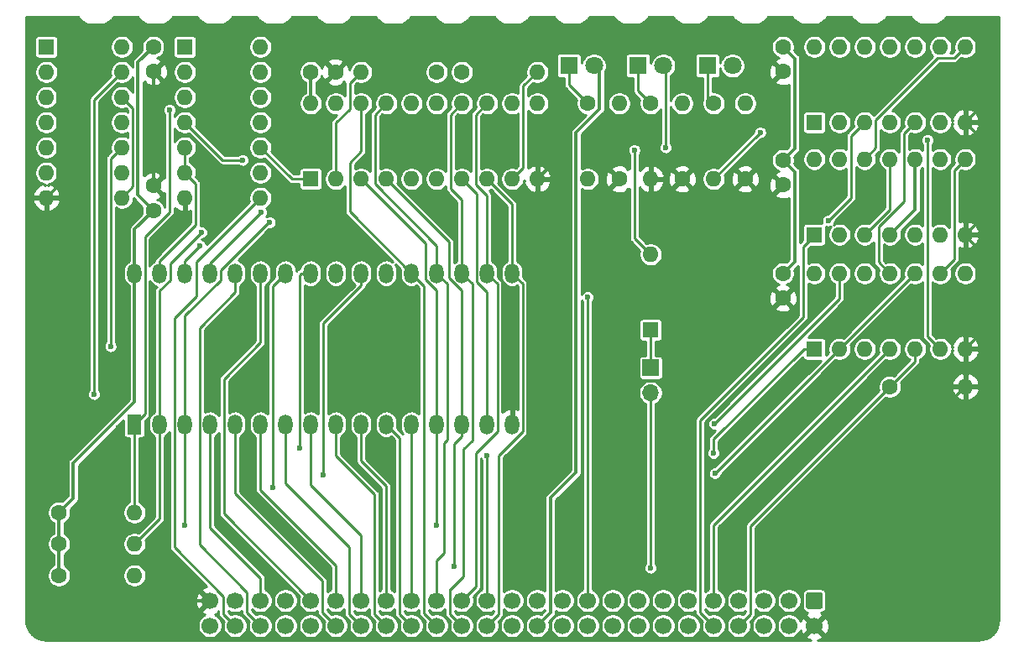
<source format=gtl>
G04 #@! TF.GenerationSoftware,KiCad,Pcbnew,(5.1.12)-1*
G04 #@! TF.CreationDate,2024-06-29T17:03:21+01:00*
G04 #@! TF.ProjectId,CPCROM,43504352-4f4d-42e6-9b69-6361645f7063,rev?*
G04 #@! TF.SameCoordinates,Original*
G04 #@! TF.FileFunction,Copper,L1,Top*
G04 #@! TF.FilePolarity,Positive*
%FSLAX46Y46*%
G04 Gerber Fmt 4.6, Leading zero omitted, Abs format (unit mm)*
G04 Created by KiCad (PCBNEW (5.1.12)-1) date 2024-06-29 17:03:21*
%MOMM*%
%LPD*%
G01*
G04 APERTURE LIST*
G04 #@! TA.AperFunction,ComponentPad*
%ADD10O,1.600000X1.600000*%
G04 #@! TD*
G04 #@! TA.AperFunction,ComponentPad*
%ADD11R,1.600000X1.600000*%
G04 #@! TD*
G04 #@! TA.AperFunction,ComponentPad*
%ADD12C,1.600000*%
G04 #@! TD*
G04 #@! TA.AperFunction,ComponentPad*
%ADD13C,1.800000*%
G04 #@! TD*
G04 #@! TA.AperFunction,ComponentPad*
%ADD14R,1.800000X1.800000*%
G04 #@! TD*
G04 #@! TA.AperFunction,ComponentPad*
%ADD15O,1.440000X2.000000*%
G04 #@! TD*
G04 #@! TA.AperFunction,ComponentPad*
%ADD16R,1.440000X2.000000*%
G04 #@! TD*
G04 #@! TA.AperFunction,ComponentPad*
%ADD17C,1.700000*%
G04 #@! TD*
G04 #@! TA.AperFunction,ComponentPad*
%ADD18O,1.700000X1.700000*%
G04 #@! TD*
G04 #@! TA.AperFunction,ComponentPad*
%ADD19R,1.700000X1.700000*%
G04 #@! TD*
G04 #@! TA.AperFunction,ViaPad*
%ADD20C,0.600000*%
G04 #@! TD*
G04 #@! TA.AperFunction,Conductor*
%ADD21C,0.350000*%
G04 #@! TD*
G04 #@! TA.AperFunction,Conductor*
%ADD22C,0.250000*%
G04 #@! TD*
G04 #@! TA.AperFunction,Conductor*
%ADD23C,0.254000*%
G04 #@! TD*
G04 #@! TA.AperFunction,Conductor*
%ADD24C,0.100000*%
G04 #@! TD*
G04 APERTURE END LIST*
D10*
X177800000Y-106045000D03*
X170180000Y-121285000D03*
X177800000Y-108585000D03*
X170180000Y-118745000D03*
X177800000Y-111125000D03*
X170180000Y-116205000D03*
X177800000Y-113665000D03*
X170180000Y-113665000D03*
X177800000Y-116205000D03*
X170180000Y-111125000D03*
X177800000Y-118745000D03*
X170180000Y-108585000D03*
X177800000Y-121285000D03*
D11*
X170180000Y-106045000D03*
D10*
X233680000Y-106045000D03*
X248920000Y-113665000D03*
X236220000Y-106045000D03*
X246380000Y-113665000D03*
X238760000Y-106045000D03*
X243840000Y-113665000D03*
X241300000Y-106045000D03*
X241300000Y-113665000D03*
X243840000Y-106045000D03*
X238760000Y-113665000D03*
X246380000Y-106045000D03*
X236220000Y-113665000D03*
X248920000Y-106045000D03*
D11*
X233680000Y-113665000D03*
D10*
X233680000Y-128905000D03*
X248920000Y-136525000D03*
X236220000Y-128905000D03*
X246380000Y-136525000D03*
X238760000Y-128905000D03*
X243840000Y-136525000D03*
X241300000Y-128905000D03*
X241300000Y-136525000D03*
X243840000Y-128905000D03*
X238760000Y-136525000D03*
X246380000Y-128905000D03*
X236220000Y-136525000D03*
X248920000Y-128905000D03*
D11*
X233680000Y-136525000D03*
D10*
X223520000Y-119380000D03*
D12*
X223520000Y-111760000D03*
D10*
X217170000Y-119380000D03*
D12*
X217170000Y-111760000D03*
D10*
X210820000Y-119380000D03*
D12*
X210820000Y-111760000D03*
D10*
X213995000Y-111760000D03*
D12*
X213995000Y-119380000D03*
D10*
X220345000Y-111760000D03*
D12*
X220345000Y-119380000D03*
D10*
X226695000Y-111760000D03*
D12*
X226695000Y-119380000D03*
D10*
X233680000Y-117380000D03*
X248920000Y-125000000D03*
X236220000Y-117380000D03*
X246380000Y-125000000D03*
X238760000Y-117380000D03*
X243840000Y-125000000D03*
X241300000Y-117380000D03*
X241300000Y-125000000D03*
X243840000Y-117380000D03*
X238760000Y-125000000D03*
X246380000Y-117380000D03*
X236220000Y-125000000D03*
X248920000Y-117380000D03*
D11*
X233680000Y-125000000D03*
D10*
X217170000Y-127000000D03*
D11*
X217170000Y-134620000D03*
D13*
X225425000Y-107950000D03*
D14*
X222885000Y-107950000D03*
D13*
X218440000Y-107950000D03*
D14*
X215900000Y-107950000D03*
D13*
X211455000Y-107950000D03*
D14*
X208915000Y-107950000D03*
D15*
X203200000Y-128905000D03*
X203200000Y-144145000D03*
X200660000Y-128905000D03*
X200660000Y-144145000D03*
X198120000Y-128905000D03*
X198120000Y-144145000D03*
X195580000Y-128905000D03*
X195580000Y-144145000D03*
X193040000Y-128905000D03*
X193040000Y-144145000D03*
X190500000Y-128905000D03*
X190500000Y-144145000D03*
X187960000Y-128905000D03*
X187960000Y-144145000D03*
X185420000Y-128905000D03*
X185420000Y-144145000D03*
X182880000Y-128905000D03*
X182880000Y-144145000D03*
X180340000Y-128905000D03*
X180340000Y-144145000D03*
X177800000Y-128905000D03*
X177800000Y-144145000D03*
X175260000Y-128905000D03*
X175260000Y-144145000D03*
X172720000Y-128905000D03*
X172720000Y-144145000D03*
X170180000Y-128905000D03*
X170180000Y-144145000D03*
X167640000Y-128905000D03*
X167640000Y-144145000D03*
X165100000Y-128905000D03*
D16*
X165100000Y-144145000D03*
D17*
X172720000Y-164465000D03*
X175260000Y-164465000D03*
X177800000Y-164465000D03*
X180340000Y-164465000D03*
X182880000Y-164465000D03*
X185420000Y-164465000D03*
X187960000Y-164465000D03*
X190500000Y-164465000D03*
X193040000Y-164465000D03*
X195580000Y-164465000D03*
X198120000Y-164465000D03*
X200660000Y-164465000D03*
X203200000Y-164465000D03*
X205740000Y-164465000D03*
X208280000Y-164465000D03*
X210820000Y-164465000D03*
X213360000Y-164465000D03*
X215900000Y-164465000D03*
X218440000Y-164465000D03*
X220980000Y-164465000D03*
X223520000Y-164465000D03*
X226060000Y-164465000D03*
X228600000Y-164465000D03*
X231140000Y-164465000D03*
X233680000Y-164465000D03*
X172720000Y-161925000D03*
X175260000Y-161925000D03*
X177800000Y-161925000D03*
X180340000Y-161925000D03*
X182880000Y-161925000D03*
X185420000Y-161925000D03*
X187960000Y-161925000D03*
X190500000Y-161925000D03*
X193040000Y-161925000D03*
X195580000Y-161925000D03*
X198120000Y-161925000D03*
X200660000Y-161925000D03*
X203200000Y-161925000D03*
X205740000Y-161925000D03*
X208280000Y-161925000D03*
X210820000Y-161925000D03*
X213360000Y-161925000D03*
X215900000Y-161925000D03*
X218440000Y-161925000D03*
X220980000Y-161925000D03*
X223520000Y-161925000D03*
X226060000Y-161925000D03*
X228600000Y-161925000D03*
X231140000Y-161925000D03*
G04 #@! TA.AperFunction,ComponentPad*
G36*
G01*
X233080000Y-161075000D02*
X234280000Y-161075000D01*
G75*
G02*
X234530000Y-161325000I0J-250000D01*
G01*
X234530000Y-162525000D01*
G75*
G02*
X234280000Y-162775000I-250000J0D01*
G01*
X233080000Y-162775000D01*
G75*
G02*
X232830000Y-162525000I0J250000D01*
G01*
X232830000Y-161325000D01*
G75*
G02*
X233080000Y-161075000I250000J0D01*
G01*
G37*
G04 #@! TD.AperFunction*
D10*
X163830000Y-106045000D03*
X156210000Y-121285000D03*
X163830000Y-108585000D03*
X156210000Y-118745000D03*
X163830000Y-111125000D03*
X156210000Y-116205000D03*
X163830000Y-113665000D03*
X156210000Y-113665000D03*
X163830000Y-116205000D03*
X156210000Y-111125000D03*
X163830000Y-118745000D03*
X156210000Y-108585000D03*
X163830000Y-121285000D03*
D11*
X156210000Y-106045000D03*
D12*
X167005000Y-120055000D03*
X167005000Y-122555000D03*
D10*
X165100000Y-153035000D03*
D12*
X157480000Y-153035000D03*
D10*
X205740000Y-108585000D03*
D12*
X198120000Y-108585000D03*
D10*
X165100000Y-156210000D03*
D12*
X157480000Y-156210000D03*
D10*
X165100000Y-159385000D03*
D12*
X157480000Y-159385000D03*
D10*
X187960000Y-108585000D03*
D12*
X195580000Y-108585000D03*
D10*
X248920000Y-140335000D03*
D12*
X241300000Y-140335000D03*
D18*
X217170000Y-140970000D03*
D19*
X217170000Y-138430000D03*
D10*
X182880000Y-111760000D03*
X205740000Y-119380000D03*
X185420000Y-111760000D03*
X203200000Y-119380000D03*
X187960000Y-111760000D03*
X200660000Y-119380000D03*
X190500000Y-111760000D03*
X198120000Y-119380000D03*
X193040000Y-111760000D03*
X195580000Y-119380000D03*
X195580000Y-111760000D03*
X193040000Y-119380000D03*
X198120000Y-111760000D03*
X190500000Y-119380000D03*
X200660000Y-111760000D03*
X187960000Y-119380000D03*
X203200000Y-111760000D03*
X185420000Y-119380000D03*
X205740000Y-111760000D03*
D11*
X182880000Y-119380000D03*
D12*
X167005000Y-108545000D03*
X167005000Y-106045000D03*
X230505000Y-108545000D03*
X230505000Y-106045000D03*
X230505000Y-119975000D03*
X230505000Y-117475000D03*
X185380000Y-108585000D03*
X182880000Y-108585000D03*
X230505000Y-131405000D03*
X230505000Y-128905000D03*
D20*
X163449000Y-144526000D03*
X158623000Y-106807000D03*
X193040000Y-140716000D03*
X207010000Y-137160000D03*
X207772000Y-133731000D03*
X158242000Y-149225000D03*
X158242000Y-141097000D03*
X158242000Y-133350000D03*
X158242000Y-126619000D03*
X154813000Y-128397000D03*
X154686000Y-141224000D03*
X154686000Y-149606000D03*
X247650000Y-104394000D03*
X251206000Y-106680000D03*
X251460000Y-112014000D03*
X251714000Y-127000000D03*
X251841000Y-134493000D03*
X251841000Y-142875000D03*
X251968000Y-149479000D03*
X206883000Y-148082000D03*
X207518000Y-150114000D03*
X162052000Y-149987000D03*
X216281000Y-147320000D03*
X218059000Y-146685000D03*
X221615000Y-142621000D03*
X236601000Y-149860000D03*
X227965000Y-104267000D03*
X221234000Y-104394000D03*
X213233000Y-104267000D03*
X206248000Y-104394000D03*
X196215000Y-104394000D03*
X185801000Y-104394000D03*
X174244000Y-104394000D03*
X224790000Y-128778000D03*
X219075000Y-122428000D03*
X206502000Y-122682000D03*
X173990000Y-108585000D03*
X173990000Y-111125000D03*
X173990000Y-113665000D03*
X200660000Y-147320000D03*
X171704000Y-126111000D03*
X197358002Y-158496000D03*
X177860953Y-122748051D03*
X195580002Y-154305000D03*
X179070000Y-150495000D03*
X181737000Y-146558000D03*
X184150000Y-149225000D03*
X235077000Y-123571000D03*
X161036000Y-141097000D03*
X178749949Y-123758949D03*
X170180000Y-154305000D03*
X171876499Y-124759499D03*
X168656000Y-112394996D03*
X245110000Y-115443000D03*
X228219000Y-114681000D03*
X223520000Y-147066000D03*
X223647000Y-149097996D03*
X223583502Y-144081500D03*
X210820000Y-131318000D03*
X218694000Y-116205000D03*
X215519000Y-116459000D03*
X176022000Y-117475000D03*
X162687000Y-136271000D03*
X217170000Y-158623000D03*
D21*
X250095001Y-126270001D02*
X248920000Y-125095000D01*
X250095001Y-135349999D02*
X250095001Y-126270001D01*
X248920000Y-136525000D02*
X250095001Y-135349999D01*
X233680000Y-164465000D02*
X234905010Y-163239990D01*
X250095001Y-114840001D02*
X248920000Y-113665000D01*
X250095001Y-123824999D02*
X250095001Y-114840001D01*
X248920000Y-125000000D02*
X250095001Y-123824999D01*
X229329999Y-105480999D02*
X229329999Y-107369999D01*
X229940999Y-104869999D02*
X229329999Y-105480999D01*
X229329999Y-107369999D02*
X230505000Y-108545000D01*
X249484001Y-104869999D02*
X229940999Y-104869999D01*
X250095001Y-105480999D02*
X249484001Y-104869999D01*
X250095001Y-112489999D02*
X250095001Y-105480999D01*
X248920000Y-113665000D02*
X250095001Y-112489999D01*
X187290001Y-106674999D02*
X185380000Y-108585000D01*
X230505000Y-108545000D02*
X228634999Y-106674999D01*
X185380000Y-108585000D02*
X181664999Y-104869999D01*
X158280998Y-161925000D02*
X172720000Y-161925000D01*
X156210000Y-159854002D02*
X158280998Y-161925000D01*
X156210000Y-121285000D02*
X156210000Y-159854002D01*
X229329999Y-121150001D02*
X230505000Y-119975000D01*
X229329999Y-130229999D02*
X229329999Y-121150001D01*
X230505000Y-131405000D02*
X229329999Y-130229999D01*
X229329999Y-118799999D02*
X229329999Y-109720001D01*
X229329999Y-109720001D02*
X230505000Y-108545000D01*
X230505000Y-119975000D02*
X229329999Y-118799999D01*
X167005000Y-108545000D02*
X167005000Y-120055000D01*
X207385999Y-117734001D02*
X207385999Y-106674999D01*
X205740000Y-119380000D02*
X207385999Y-117734001D01*
X207385999Y-106674999D02*
X187290001Y-106674999D01*
X228634999Y-106674999D02*
X207385999Y-106674999D01*
X181664999Y-104869999D02*
X179102001Y-104869999D01*
X168180001Y-105061001D02*
X167988999Y-104869999D01*
X167005000Y-108545000D02*
X168180001Y-107369999D01*
X168180001Y-107369999D02*
X168180001Y-105061001D01*
X169577001Y-104869999D02*
X167988999Y-104869999D01*
X157385001Y-110750997D02*
X157385001Y-120109999D01*
X157385001Y-120109999D02*
X156210000Y-121285000D01*
X163265999Y-104869999D02*
X157385001Y-110750997D01*
X167988999Y-104869999D02*
X163265999Y-104869999D01*
X248920000Y-136525000D02*
X248920000Y-140335000D01*
X234905010Y-154349990D02*
X235648500Y-153606500D01*
X248920000Y-140335000D02*
X235648500Y-153606500D01*
X234905010Y-156673010D02*
X234905010Y-154349990D01*
X234905010Y-163239990D02*
X234905010Y-156673010D01*
X173990000Y-113665000D02*
X173990000Y-111125000D01*
X173990000Y-111125000D02*
X173990000Y-108585000D01*
X173990000Y-104964998D02*
X174084999Y-104869999D01*
X173990000Y-108585000D02*
X173990000Y-104964998D01*
X174084999Y-104869999D02*
X169577001Y-104869999D01*
X179102001Y-104869999D02*
X174084999Y-104869999D01*
X243840000Y-122460000D02*
X241300000Y-125000000D01*
X243840000Y-117380000D02*
X243840000Y-122460000D01*
X157480000Y-159385000D02*
X157480000Y-156210000D01*
X157480000Y-156210000D02*
X157480000Y-153035000D01*
X165100000Y-124460000D02*
X165100000Y-128905000D01*
X167005000Y-122555000D02*
X165100000Y-124460000D01*
X158917001Y-148058997D02*
X158917001Y-151597999D01*
X165100000Y-141875998D02*
X158917001Y-148058997D01*
X158917001Y-151597999D02*
X157480000Y-153035000D01*
X165100000Y-128905000D02*
X165100000Y-141875998D01*
X165455011Y-107594989D02*
X167005000Y-106045000D01*
X165455011Y-121005011D02*
X165455011Y-107594989D01*
X167005000Y-122555000D02*
X165455011Y-121005011D01*
X182880000Y-108585000D02*
X182880000Y-111760000D01*
X231680001Y-107220001D02*
X230505000Y-106045000D01*
X230505000Y-117475000D02*
X231680001Y-116299999D01*
X231680001Y-116299999D02*
X231680001Y-115664999D01*
X231680001Y-115664999D02*
X231680001Y-107220001D01*
X231680001Y-118650001D02*
X230505000Y-117475000D01*
X231680001Y-127729999D02*
X231680001Y-118650001D01*
X230505000Y-128905000D02*
X231680001Y-127729999D01*
X211995001Y-108490001D02*
X211455000Y-107950000D01*
X211995001Y-112324001D02*
X211995001Y-108490001D01*
X209644999Y-114674003D02*
X211995001Y-112324001D01*
X207054999Y-151576003D02*
X209644999Y-148986003D01*
X207054999Y-163150001D02*
X207054999Y-151576003D01*
X209644999Y-148986003D02*
X209644999Y-114674003D01*
X205740000Y-164465000D02*
X207054999Y-163150001D01*
D22*
X200660000Y-161925000D02*
X200660000Y-147320000D01*
X200660000Y-144145000D02*
X200660000Y-130808589D01*
X200660000Y-130808589D02*
X199614990Y-129763579D01*
X199614990Y-128621990D02*
X199614990Y-120874990D01*
X199614990Y-129763579D02*
X199614990Y-128621990D01*
X199614990Y-120874990D02*
X198120000Y-119380000D01*
X204325001Y-109999999D02*
X205740000Y-108585000D01*
X204325001Y-118254999D02*
X204325001Y-109999999D01*
X203200000Y-119380000D02*
X204325001Y-118254999D01*
X170180000Y-127635000D02*
X171704000Y-126111000D01*
X170180000Y-128905000D02*
X170180000Y-127635000D01*
X198120000Y-144145000D02*
X198120000Y-130662867D01*
X198120000Y-130662867D02*
X196850000Y-129392867D01*
X196850000Y-125730000D02*
X196850000Y-126619000D01*
X190500000Y-119380000D02*
X196850000Y-125730000D01*
X196850000Y-129392867D02*
X196850000Y-126619000D01*
X198120000Y-144145000D02*
X198120000Y-145395000D01*
X198120000Y-145395000D02*
X197358002Y-146156998D01*
X197358002Y-146156998D02*
X197358002Y-158496000D01*
X186834999Y-109710001D02*
X187960000Y-108585000D01*
X186834999Y-112300001D02*
X186834999Y-109710001D01*
X185420000Y-113715000D02*
X186834999Y-112300001D01*
X185420000Y-119380000D02*
X185420000Y-113715000D01*
X172720000Y-128905000D02*
X172720000Y-127889000D01*
X177860949Y-122748051D02*
X177860953Y-122748051D01*
X172720000Y-127889000D02*
X177860949Y-122748051D01*
X195580000Y-144145000D02*
X195580000Y-130662867D01*
X195580000Y-130662867D02*
X194437000Y-129519867D01*
X194437000Y-125857000D02*
X187960000Y-119380000D01*
X194437000Y-129519867D02*
X194437000Y-128524000D01*
X194437000Y-128524000D02*
X194437000Y-125857000D01*
X195580000Y-144145000D02*
X195580000Y-154304998D01*
X195580000Y-154304998D02*
X195580002Y-154305000D01*
X175260000Y-130808590D02*
X175260000Y-128905000D01*
X171674990Y-134393600D02*
X175260000Y-130808590D01*
X171674990Y-156307990D02*
X171674990Y-134393600D01*
X176435001Y-161068001D02*
X171674990Y-156307990D01*
X176435001Y-163100001D02*
X176435001Y-161068001D01*
X177800000Y-164465000D02*
X176435001Y-163100001D01*
X193040000Y-161925000D02*
X193040000Y-144145000D01*
X177800000Y-135890000D02*
X177800000Y-128905000D01*
X174134999Y-139555001D02*
X177800000Y-135890000D01*
X174134999Y-153179999D02*
X174134999Y-139555001D01*
X182880000Y-161925000D02*
X174134999Y-153179999D01*
X191864999Y-145509999D02*
X190500000Y-144145000D01*
X191864999Y-163289999D02*
X191864999Y-145509999D01*
X193040000Y-164465000D02*
X191864999Y-163289999D01*
X180340000Y-128905000D02*
X179070000Y-130175000D01*
X179070000Y-130175000D02*
X179070000Y-150495000D01*
X190500000Y-150368000D02*
X187960000Y-147828000D01*
X190500000Y-161925000D02*
X190500000Y-150368000D01*
X187960000Y-147828000D02*
X187960000Y-144145000D01*
X182880000Y-128905000D02*
X181910000Y-128905000D01*
X181737000Y-129078000D02*
X181737000Y-146558000D01*
X181910000Y-128905000D02*
X181737000Y-129078000D01*
X189324999Y-151224999D02*
X185420000Y-147320000D01*
X189324999Y-163289999D02*
X189324999Y-151224999D01*
X190500000Y-164465000D02*
X189324999Y-163289999D01*
X185420000Y-144145000D02*
X185420000Y-147320000D01*
X187960000Y-155321000D02*
X182880000Y-150241000D01*
X187960000Y-161925000D02*
X187960000Y-155321000D01*
X182880000Y-144145000D02*
X182880000Y-150241000D01*
X184150000Y-133965000D02*
X184150000Y-149225000D01*
X187960000Y-130155000D02*
X184150000Y-133965000D01*
X187960000Y-128905000D02*
X187960000Y-130155000D01*
X186784999Y-156558999D02*
X180340000Y-150114000D01*
X186784999Y-163289999D02*
X186784999Y-156558999D01*
X187960000Y-164465000D02*
X186784999Y-163289999D01*
X180340000Y-144145000D02*
X180340000Y-150114000D01*
X237363000Y-115062000D02*
X237363000Y-121285000D01*
X238760000Y-113665000D02*
X237363000Y-115062000D01*
X237363000Y-121285000D02*
X235077000Y-123571000D01*
X185420000Y-158369000D02*
X177800000Y-150749000D01*
X185420000Y-161925000D02*
X185420000Y-158369000D01*
X177800000Y-144145000D02*
X177800000Y-150749000D01*
X195580000Y-126125002D02*
X189357000Y-119902002D01*
X195580000Y-128905000D02*
X195580000Y-126125002D01*
X189357000Y-112903000D02*
X190500000Y-111760000D01*
X189357000Y-119902002D02*
X189357000Y-112903000D01*
X196625010Y-129950010D02*
X195580000Y-128905000D01*
X196625010Y-145707909D02*
X196625010Y-129950010D01*
X196312460Y-157128540D02*
X196312460Y-146020460D01*
X195580000Y-157861000D02*
X196312460Y-157128540D01*
X196312460Y-146020460D02*
X196625010Y-145707909D01*
X195580000Y-161925000D02*
X195580000Y-157861000D01*
X175260000Y-150114000D02*
X175260000Y-144145000D01*
X175260000Y-151130000D02*
X175260000Y-150114000D01*
X184055001Y-159925001D02*
X175260000Y-151130000D01*
X184055001Y-163100001D02*
X184055001Y-159925001D01*
X185420000Y-164465000D02*
X184055001Y-163100001D01*
X172720000Y-147701000D02*
X172720000Y-144145000D01*
X172720000Y-154559000D02*
X172720000Y-147701000D01*
X177800000Y-159639000D02*
X172720000Y-154559000D01*
X177800000Y-161925000D02*
X177800000Y-159639000D01*
X163830000Y-108585000D02*
X161036000Y-111379000D01*
X161036000Y-111379000D02*
X161036000Y-141097000D01*
X199165010Y-129950010D02*
X199165010Y-145756924D01*
X198120000Y-128905000D02*
X199165010Y-129950010D01*
X198120000Y-164465000D02*
X196944999Y-163289999D01*
X196994999Y-112885001D02*
X198120000Y-111760000D01*
X196994999Y-120377997D02*
X196994999Y-112885001D01*
X198120000Y-121502998D02*
X196994999Y-120377997D01*
X198120000Y-128905000D02*
X198120000Y-121502998D01*
X196944999Y-160749999D02*
X197009001Y-160749999D01*
X196944999Y-163289999D02*
X196944999Y-160749999D01*
X198305467Y-159453533D02*
X198305467Y-146616467D01*
X197009001Y-160749999D02*
X198305467Y-159453533D01*
X199165010Y-145756924D02*
X198305467Y-146616467D01*
X173765010Y-128621990D02*
X178628051Y-123758949D01*
X178628051Y-123758949D02*
X178749949Y-123758949D01*
X173765010Y-129617857D02*
X173765010Y-128621990D01*
X170180000Y-144145000D02*
X170180000Y-133202867D01*
X170180000Y-133202867D02*
X173765010Y-129617857D01*
X170180000Y-144145000D02*
X170180000Y-145395000D01*
X170180000Y-145395000D02*
X170180000Y-154305000D01*
X199534999Y-112885001D02*
X200660000Y-111760000D01*
X199534999Y-119920001D02*
X199534999Y-112885001D01*
X200660000Y-121045002D02*
X199534999Y-119920001D01*
X200660000Y-128905000D02*
X200660000Y-121045002D01*
X201705010Y-129950010D02*
X200660000Y-128905000D01*
X201705010Y-144857857D02*
X201705010Y-129950010D01*
X199517000Y-147045868D02*
X201705010Y-144857857D01*
X199517000Y-160528000D02*
X199517000Y-147045868D01*
X198120000Y-161925000D02*
X199517000Y-160528000D01*
X167640000Y-153670000D02*
X165100000Y-156210000D01*
X167640000Y-144145000D02*
X167640000Y-153670000D01*
X168685010Y-129617857D02*
X168685010Y-127950988D01*
X167640000Y-144145000D02*
X167640000Y-130662867D01*
X167640000Y-130662867D02*
X168685010Y-129617857D01*
X168685010Y-127950988D02*
X171876499Y-124759499D01*
X203200000Y-121920000D02*
X200660000Y-119380000D01*
X203200000Y-128905000D02*
X203200000Y-121920000D01*
X204245010Y-129950010D02*
X203200000Y-128905000D01*
X204245010Y-144857857D02*
X204245010Y-129950010D01*
X201835001Y-147267867D02*
X204245010Y-144857857D01*
X201835001Y-163289999D02*
X201835001Y-147267867D01*
X200660000Y-164465000D02*
X201835001Y-163289999D01*
X165100000Y-144145000D02*
X165100000Y-153035000D01*
X166145010Y-143099990D02*
X166145010Y-125236252D01*
X165100000Y-144145000D02*
X166145010Y-143099990D01*
X166145010Y-125236252D02*
X168656000Y-122725262D01*
X168656000Y-122725262D02*
X168656000Y-112394996D01*
X194310000Y-163195000D02*
X195580000Y-164465000D01*
X194310000Y-130175000D02*
X194310000Y-163195000D01*
X193040000Y-128905000D02*
X194310000Y-130175000D01*
X186834999Y-122699999D02*
X186834999Y-117711001D01*
X193040000Y-128905000D02*
X186834999Y-122699999D01*
X187960000Y-116586000D02*
X187960000Y-111760000D01*
X186834999Y-117711001D02*
X187960000Y-116586000D01*
X164955001Y-120159999D02*
X163830000Y-121285000D01*
X164955001Y-112250001D02*
X164955001Y-120159999D01*
X163830000Y-111125000D02*
X164955001Y-112250001D01*
X180975000Y-119380000D02*
X177800000Y-116205000D01*
X182880000Y-119380000D02*
X180975000Y-119380000D01*
X246380000Y-136525000D02*
X245110000Y-135255000D01*
X245110000Y-135255000D02*
X245110000Y-115443000D01*
X247794999Y-127490001D02*
X246380000Y-128905000D01*
X247794999Y-118505001D02*
X247794999Y-127490001D01*
X248920000Y-117380000D02*
X247794999Y-118505001D01*
X174084999Y-163289999D02*
X175260000Y-164465000D01*
X169134990Y-156561990D02*
X174084999Y-161511999D01*
X169134990Y-133379010D02*
X169134990Y-156561990D01*
X174084999Y-161511999D02*
X174084999Y-163289999D01*
X171321590Y-131192410D02*
X169134990Y-133379010D01*
X171321590Y-127763410D02*
X171321590Y-131192410D01*
X177800000Y-121285000D02*
X171321590Y-127763410D01*
X223520000Y-119380000D02*
X228219000Y-114681000D01*
X239885001Y-113414997D02*
X246129997Y-107170001D01*
X246129997Y-107170001D02*
X247794999Y-107170001D01*
X247794999Y-107170001D02*
X248920000Y-106045000D01*
X238760000Y-117380000D02*
X239885001Y-116254999D01*
X239885001Y-116254999D02*
X239885001Y-113901001D01*
X239885001Y-113901001D02*
X239885001Y-113414997D01*
X241300000Y-122460000D02*
X238760000Y-125000000D01*
X241300000Y-117380000D02*
X241300000Y-122460000D01*
X223520000Y-154305000D02*
X225298000Y-152527000D01*
X223520000Y-161925000D02*
X223520000Y-154305000D01*
X241300000Y-136525000D02*
X225298000Y-152527000D01*
X226060000Y-164465000D02*
X227235001Y-163289999D01*
X243840000Y-137795000D02*
X241300000Y-140335000D01*
X243840000Y-136525000D02*
X243840000Y-137795000D01*
X227235001Y-154399999D02*
X241300000Y-140335000D01*
X227235001Y-156623001D02*
X227235001Y-154399999D01*
X227235001Y-163289999D02*
X227235001Y-156623001D01*
X233680000Y-136525000D02*
X232630000Y-136525000D01*
X232630000Y-136525000D02*
X223520000Y-145635000D01*
X223520000Y-145635000D02*
X223520000Y-147066000D01*
X236220000Y-136525000D02*
X243840000Y-128905000D01*
X223647006Y-149097996D02*
X223647000Y-149097996D01*
X236220000Y-136525000D02*
X223647006Y-149097996D01*
X236220000Y-128905000D02*
X236220000Y-131445002D01*
X236220000Y-131445002D02*
X223583502Y-144081500D01*
X210820000Y-161925000D02*
X210820000Y-131318000D01*
X222155001Y-143731999D02*
X222155001Y-163100001D01*
X222155001Y-163100001D02*
X223520000Y-164465000D01*
X232554999Y-133332001D02*
X222155001Y-143731999D01*
X232554999Y-126220001D02*
X232554999Y-133332001D01*
X233680000Y-125095000D02*
X232554999Y-126220001D01*
X208915000Y-109855000D02*
X210820000Y-111760000D01*
X208915000Y-107950000D02*
X208915000Y-109855000D01*
X218694000Y-108204000D02*
X218440000Y-107950000D01*
X218694000Y-116205000D02*
X218694000Y-108204000D01*
X215900000Y-110490000D02*
X217170000Y-111760000D01*
X215900000Y-107950000D02*
X215900000Y-110490000D01*
X222885000Y-111125000D02*
X223520000Y-111760000D01*
X222885000Y-107950000D02*
X222885000Y-111125000D01*
X215519000Y-125349000D02*
X215519000Y-116459000D01*
X217170000Y-127000000D02*
X215519000Y-125349000D01*
X173990000Y-117475000D02*
X170180000Y-113665000D01*
X176022000Y-117475000D02*
X173990000Y-117475000D01*
X217170000Y-138430000D02*
X217170000Y-134620000D01*
X167640000Y-127655000D02*
X167640000Y-128905000D01*
X171305001Y-123989999D02*
X167640000Y-127655000D01*
X242714999Y-114790001D02*
X243840000Y-113665000D01*
X242714999Y-121681411D02*
X242714999Y-114790001D01*
X240174999Y-124221411D02*
X242714999Y-121681411D01*
X240174999Y-127779999D02*
X240174999Y-124221411D01*
X241300000Y-128905000D02*
X240174999Y-127779999D01*
X171305001Y-119870001D02*
X171305001Y-120251001D01*
X170180000Y-118745000D02*
X171305001Y-119870001D01*
X171305001Y-120251001D02*
X171305001Y-123989999D01*
X170180000Y-118745000D02*
X170180000Y-116205000D01*
X163830000Y-116205000D02*
X162687000Y-117348000D01*
X162687000Y-117348000D02*
X162687000Y-136271000D01*
X217170000Y-140970000D02*
X217170000Y-142172081D01*
X217170000Y-142172081D02*
X217170000Y-158623000D01*
D23*
X159469842Y-103106077D02*
X159492968Y-103140364D01*
X159515584Y-103174925D01*
X159519601Y-103179850D01*
X159519607Y-103179858D01*
X159519614Y-103179865D01*
X159644012Y-103330237D01*
X159673345Y-103359366D01*
X159702254Y-103388887D01*
X159707161Y-103392946D01*
X159858403Y-103516296D01*
X159892847Y-103539181D01*
X159926928Y-103562517D01*
X159932521Y-103565541D01*
X159932529Y-103565546D01*
X159932537Y-103565549D01*
X160104852Y-103657171D01*
X160143066Y-103672921D01*
X160181049Y-103689201D01*
X160187132Y-103691084D01*
X160373968Y-103747493D01*
X160414511Y-103755521D01*
X160454935Y-103764114D01*
X160461268Y-103764779D01*
X160655501Y-103783824D01*
X160655507Y-103783824D01*
X160677601Y-103786000D01*
X161722399Y-103786000D01*
X161742129Y-103784057D01*
X161748311Y-103784100D01*
X161754647Y-103783478D01*
X161948744Y-103763077D01*
X161989233Y-103754766D01*
X162029825Y-103747023D01*
X162035916Y-103745183D01*
X162035922Y-103745182D01*
X162035928Y-103745180D01*
X162222358Y-103687470D01*
X162260437Y-103671463D01*
X162298778Y-103655973D01*
X162304400Y-103652983D01*
X162476077Y-103560158D01*
X162510364Y-103537032D01*
X162544925Y-103514416D01*
X162549850Y-103510399D01*
X162549858Y-103510393D01*
X162549865Y-103510386D01*
X162700237Y-103385988D01*
X162729366Y-103356655D01*
X162758887Y-103327746D01*
X162762946Y-103322839D01*
X162886296Y-103171597D01*
X162909181Y-103137153D01*
X162932517Y-103103072D01*
X162935541Y-103097479D01*
X162935546Y-103097471D01*
X162935549Y-103097463D01*
X162988966Y-102997000D01*
X165410865Y-102997000D01*
X165469842Y-103106077D01*
X165492968Y-103140364D01*
X165515584Y-103174925D01*
X165519601Y-103179850D01*
X165519607Y-103179858D01*
X165519614Y-103179865D01*
X165644012Y-103330237D01*
X165673345Y-103359366D01*
X165702254Y-103388887D01*
X165707161Y-103392946D01*
X165858403Y-103516296D01*
X165892847Y-103539181D01*
X165926928Y-103562517D01*
X165932521Y-103565541D01*
X165932529Y-103565546D01*
X165932537Y-103565549D01*
X166104852Y-103657171D01*
X166143066Y-103672921D01*
X166181049Y-103689201D01*
X166187132Y-103691084D01*
X166373968Y-103747493D01*
X166414511Y-103755521D01*
X166454935Y-103764114D01*
X166461268Y-103764779D01*
X166655501Y-103783824D01*
X166655507Y-103783824D01*
X166677601Y-103786000D01*
X167722399Y-103786000D01*
X167742129Y-103784057D01*
X167748311Y-103784100D01*
X167754647Y-103783478D01*
X167948744Y-103763077D01*
X167989233Y-103754766D01*
X168029825Y-103747023D01*
X168035916Y-103745183D01*
X168035922Y-103745182D01*
X168035928Y-103745180D01*
X168222358Y-103687470D01*
X168260437Y-103671463D01*
X168298778Y-103655973D01*
X168304400Y-103652983D01*
X168476077Y-103560158D01*
X168510364Y-103537032D01*
X168544925Y-103514416D01*
X168549850Y-103510399D01*
X168549858Y-103510393D01*
X168549865Y-103510386D01*
X168700237Y-103385988D01*
X168729366Y-103356655D01*
X168758887Y-103327746D01*
X168762946Y-103322839D01*
X168886296Y-103171597D01*
X168909181Y-103137153D01*
X168932517Y-103103072D01*
X168935541Y-103097479D01*
X168935546Y-103097471D01*
X168935549Y-103097463D01*
X168988966Y-102997000D01*
X171410865Y-102997000D01*
X171469842Y-103106077D01*
X171492968Y-103140364D01*
X171515584Y-103174925D01*
X171519601Y-103179850D01*
X171519607Y-103179858D01*
X171519614Y-103179865D01*
X171644012Y-103330237D01*
X171673345Y-103359366D01*
X171702254Y-103388887D01*
X171707161Y-103392946D01*
X171858403Y-103516296D01*
X171892847Y-103539181D01*
X171926928Y-103562517D01*
X171932521Y-103565541D01*
X171932529Y-103565546D01*
X171932537Y-103565549D01*
X172104852Y-103657171D01*
X172143066Y-103672921D01*
X172181049Y-103689201D01*
X172187132Y-103691084D01*
X172373968Y-103747493D01*
X172414511Y-103755521D01*
X172454935Y-103764114D01*
X172461268Y-103764779D01*
X172655501Y-103783824D01*
X172655507Y-103783824D01*
X172677601Y-103786000D01*
X173722399Y-103786000D01*
X173742129Y-103784057D01*
X173748311Y-103784100D01*
X173754647Y-103783478D01*
X173948744Y-103763077D01*
X173989233Y-103754766D01*
X174029825Y-103747023D01*
X174035916Y-103745183D01*
X174035922Y-103745182D01*
X174035928Y-103745180D01*
X174222358Y-103687470D01*
X174260437Y-103671463D01*
X174298778Y-103655973D01*
X174304400Y-103652983D01*
X174476077Y-103560158D01*
X174510364Y-103537032D01*
X174544925Y-103514416D01*
X174549850Y-103510399D01*
X174549858Y-103510393D01*
X174549865Y-103510386D01*
X174700237Y-103385988D01*
X174729366Y-103356655D01*
X174758887Y-103327746D01*
X174762946Y-103322839D01*
X174886296Y-103171597D01*
X174909181Y-103137153D01*
X174932517Y-103103072D01*
X174935541Y-103097479D01*
X174935546Y-103097471D01*
X174935549Y-103097463D01*
X174988966Y-102997000D01*
X177410865Y-102997000D01*
X177469842Y-103106077D01*
X177492968Y-103140364D01*
X177515584Y-103174925D01*
X177519601Y-103179850D01*
X177519607Y-103179858D01*
X177519614Y-103179865D01*
X177644012Y-103330237D01*
X177673345Y-103359366D01*
X177702254Y-103388887D01*
X177707161Y-103392946D01*
X177858403Y-103516296D01*
X177892847Y-103539181D01*
X177926928Y-103562517D01*
X177932521Y-103565541D01*
X177932529Y-103565546D01*
X177932537Y-103565549D01*
X178104852Y-103657171D01*
X178143066Y-103672921D01*
X178181049Y-103689201D01*
X178187132Y-103691084D01*
X178373968Y-103747493D01*
X178414511Y-103755521D01*
X178454935Y-103764114D01*
X178461268Y-103764779D01*
X178655501Y-103783824D01*
X178655507Y-103783824D01*
X178677601Y-103786000D01*
X179722399Y-103786000D01*
X179742129Y-103784057D01*
X179748311Y-103784100D01*
X179754647Y-103783478D01*
X179948744Y-103763077D01*
X179989233Y-103754766D01*
X180029825Y-103747023D01*
X180035916Y-103745183D01*
X180035922Y-103745182D01*
X180035928Y-103745180D01*
X180222358Y-103687470D01*
X180260437Y-103671463D01*
X180298778Y-103655973D01*
X180304400Y-103652983D01*
X180476077Y-103560158D01*
X180510364Y-103537032D01*
X180544925Y-103514416D01*
X180549850Y-103510399D01*
X180549858Y-103510393D01*
X180549865Y-103510386D01*
X180700237Y-103385988D01*
X180729366Y-103356655D01*
X180758887Y-103327746D01*
X180762946Y-103322839D01*
X180886296Y-103171597D01*
X180909181Y-103137153D01*
X180932517Y-103103072D01*
X180935541Y-103097479D01*
X180935546Y-103097471D01*
X180935549Y-103097463D01*
X180988966Y-102997000D01*
X183410865Y-102997000D01*
X183469842Y-103106077D01*
X183492968Y-103140364D01*
X183515584Y-103174925D01*
X183519601Y-103179850D01*
X183519607Y-103179858D01*
X183519614Y-103179865D01*
X183644012Y-103330237D01*
X183673345Y-103359366D01*
X183702254Y-103388887D01*
X183707161Y-103392946D01*
X183858403Y-103516296D01*
X183892847Y-103539181D01*
X183926928Y-103562517D01*
X183932521Y-103565541D01*
X183932529Y-103565546D01*
X183932537Y-103565549D01*
X184104852Y-103657171D01*
X184143066Y-103672921D01*
X184181049Y-103689201D01*
X184187132Y-103691084D01*
X184373968Y-103747493D01*
X184414511Y-103755521D01*
X184454935Y-103764114D01*
X184461268Y-103764779D01*
X184655501Y-103783824D01*
X184655507Y-103783824D01*
X184677601Y-103786000D01*
X185722399Y-103786000D01*
X185742129Y-103784057D01*
X185748311Y-103784100D01*
X185754647Y-103783478D01*
X185948744Y-103763077D01*
X185989233Y-103754766D01*
X186029825Y-103747023D01*
X186035916Y-103745183D01*
X186035922Y-103745182D01*
X186035928Y-103745180D01*
X186222358Y-103687470D01*
X186260437Y-103671463D01*
X186298778Y-103655973D01*
X186304400Y-103652983D01*
X186476077Y-103560158D01*
X186510364Y-103537032D01*
X186544925Y-103514416D01*
X186549850Y-103510399D01*
X186549858Y-103510393D01*
X186549865Y-103510386D01*
X186700237Y-103385988D01*
X186729366Y-103356655D01*
X186758887Y-103327746D01*
X186762946Y-103322839D01*
X186886296Y-103171597D01*
X186909181Y-103137153D01*
X186932517Y-103103072D01*
X186935541Y-103097479D01*
X186935546Y-103097471D01*
X186935549Y-103097463D01*
X186988966Y-102997000D01*
X189410865Y-102997000D01*
X189469842Y-103106077D01*
X189492968Y-103140364D01*
X189515584Y-103174925D01*
X189519601Y-103179850D01*
X189519607Y-103179858D01*
X189519614Y-103179865D01*
X189644012Y-103330237D01*
X189673345Y-103359366D01*
X189702254Y-103388887D01*
X189707161Y-103392946D01*
X189858403Y-103516296D01*
X189892847Y-103539181D01*
X189926928Y-103562517D01*
X189932521Y-103565541D01*
X189932529Y-103565546D01*
X189932537Y-103565549D01*
X190104852Y-103657171D01*
X190143066Y-103672921D01*
X190181049Y-103689201D01*
X190187132Y-103691084D01*
X190373968Y-103747493D01*
X190414511Y-103755521D01*
X190454935Y-103764114D01*
X190461268Y-103764779D01*
X190655501Y-103783824D01*
X190655507Y-103783824D01*
X190677601Y-103786000D01*
X191722399Y-103786000D01*
X191742129Y-103784057D01*
X191748311Y-103784100D01*
X191754647Y-103783478D01*
X191948744Y-103763077D01*
X191989233Y-103754766D01*
X192029825Y-103747023D01*
X192035916Y-103745183D01*
X192035922Y-103745182D01*
X192035928Y-103745180D01*
X192222358Y-103687470D01*
X192260437Y-103671463D01*
X192298778Y-103655973D01*
X192304400Y-103652983D01*
X192476077Y-103560158D01*
X192510364Y-103537032D01*
X192544925Y-103514416D01*
X192549850Y-103510399D01*
X192549858Y-103510393D01*
X192549865Y-103510386D01*
X192700237Y-103385988D01*
X192729366Y-103356655D01*
X192758887Y-103327746D01*
X192762946Y-103322839D01*
X192886296Y-103171597D01*
X192909181Y-103137153D01*
X192932517Y-103103072D01*
X192935541Y-103097479D01*
X192935546Y-103097471D01*
X192935549Y-103097463D01*
X192988966Y-102997000D01*
X195410865Y-102997000D01*
X195469842Y-103106077D01*
X195492968Y-103140364D01*
X195515584Y-103174925D01*
X195519601Y-103179850D01*
X195519607Y-103179858D01*
X195519614Y-103179865D01*
X195644012Y-103330237D01*
X195673345Y-103359366D01*
X195702254Y-103388887D01*
X195707161Y-103392946D01*
X195858403Y-103516296D01*
X195892847Y-103539181D01*
X195926928Y-103562517D01*
X195932521Y-103565541D01*
X195932529Y-103565546D01*
X195932537Y-103565549D01*
X196104852Y-103657171D01*
X196143066Y-103672921D01*
X196181049Y-103689201D01*
X196187132Y-103691084D01*
X196373968Y-103747493D01*
X196414511Y-103755521D01*
X196454935Y-103764114D01*
X196461268Y-103764779D01*
X196655501Y-103783824D01*
X196655507Y-103783824D01*
X196677601Y-103786000D01*
X197722399Y-103786000D01*
X197742129Y-103784057D01*
X197748311Y-103784100D01*
X197754647Y-103783478D01*
X197948744Y-103763077D01*
X197989233Y-103754766D01*
X198029825Y-103747023D01*
X198035916Y-103745183D01*
X198035922Y-103745182D01*
X198035928Y-103745180D01*
X198222358Y-103687470D01*
X198260437Y-103671463D01*
X198298778Y-103655973D01*
X198304400Y-103652983D01*
X198476077Y-103560158D01*
X198510364Y-103537032D01*
X198544925Y-103514416D01*
X198549850Y-103510399D01*
X198549858Y-103510393D01*
X198549865Y-103510386D01*
X198700237Y-103385988D01*
X198729366Y-103356655D01*
X198758887Y-103327746D01*
X198762946Y-103322839D01*
X198886296Y-103171597D01*
X198909181Y-103137153D01*
X198932517Y-103103072D01*
X198935541Y-103097479D01*
X198935546Y-103097471D01*
X198935549Y-103097463D01*
X198988966Y-102997000D01*
X201410865Y-102997000D01*
X201469842Y-103106077D01*
X201492968Y-103140364D01*
X201515584Y-103174925D01*
X201519601Y-103179850D01*
X201519607Y-103179858D01*
X201519614Y-103179865D01*
X201644012Y-103330237D01*
X201673345Y-103359366D01*
X201702254Y-103388887D01*
X201707161Y-103392946D01*
X201858403Y-103516296D01*
X201892847Y-103539181D01*
X201926928Y-103562517D01*
X201932521Y-103565541D01*
X201932529Y-103565546D01*
X201932537Y-103565549D01*
X202104852Y-103657171D01*
X202143066Y-103672921D01*
X202181049Y-103689201D01*
X202187132Y-103691084D01*
X202373968Y-103747493D01*
X202414511Y-103755521D01*
X202454935Y-103764114D01*
X202461268Y-103764779D01*
X202655501Y-103783824D01*
X202655507Y-103783824D01*
X202677601Y-103786000D01*
X203722399Y-103786000D01*
X203742129Y-103784057D01*
X203748311Y-103784100D01*
X203754647Y-103783478D01*
X203948744Y-103763077D01*
X203989233Y-103754766D01*
X204029825Y-103747023D01*
X204035916Y-103745183D01*
X204035922Y-103745182D01*
X204035928Y-103745180D01*
X204222358Y-103687470D01*
X204260437Y-103671463D01*
X204298778Y-103655973D01*
X204304400Y-103652983D01*
X204476077Y-103560158D01*
X204510364Y-103537032D01*
X204544925Y-103514416D01*
X204549850Y-103510399D01*
X204549858Y-103510393D01*
X204549865Y-103510386D01*
X204700237Y-103385988D01*
X204729366Y-103356655D01*
X204758887Y-103327746D01*
X204762946Y-103322839D01*
X204886296Y-103171597D01*
X204909181Y-103137153D01*
X204932517Y-103103072D01*
X204935541Y-103097479D01*
X204935546Y-103097471D01*
X204935549Y-103097463D01*
X204988966Y-102997000D01*
X207410865Y-102997000D01*
X207469842Y-103106077D01*
X207492968Y-103140364D01*
X207515584Y-103174925D01*
X207519601Y-103179850D01*
X207519607Y-103179858D01*
X207519614Y-103179865D01*
X207644012Y-103330237D01*
X207673345Y-103359366D01*
X207702254Y-103388887D01*
X207707161Y-103392946D01*
X207858403Y-103516296D01*
X207892847Y-103539181D01*
X207926928Y-103562517D01*
X207932521Y-103565541D01*
X207932529Y-103565546D01*
X207932537Y-103565549D01*
X208104852Y-103657171D01*
X208143066Y-103672921D01*
X208181049Y-103689201D01*
X208187132Y-103691084D01*
X208373968Y-103747493D01*
X208414511Y-103755521D01*
X208454935Y-103764114D01*
X208461268Y-103764779D01*
X208655501Y-103783824D01*
X208655507Y-103783824D01*
X208677601Y-103786000D01*
X209722399Y-103786000D01*
X209742129Y-103784057D01*
X209748311Y-103784100D01*
X209754647Y-103783478D01*
X209948744Y-103763077D01*
X209989233Y-103754766D01*
X210029825Y-103747023D01*
X210035916Y-103745183D01*
X210035922Y-103745182D01*
X210035928Y-103745180D01*
X210222358Y-103687470D01*
X210260437Y-103671463D01*
X210298778Y-103655973D01*
X210304400Y-103652983D01*
X210476077Y-103560158D01*
X210510364Y-103537032D01*
X210544925Y-103514416D01*
X210549850Y-103510399D01*
X210549858Y-103510393D01*
X210549865Y-103510386D01*
X210700237Y-103385988D01*
X210729366Y-103356655D01*
X210758887Y-103327746D01*
X210762946Y-103322839D01*
X210886296Y-103171597D01*
X210909181Y-103137153D01*
X210932517Y-103103072D01*
X210935541Y-103097479D01*
X210935546Y-103097471D01*
X210935549Y-103097463D01*
X210988966Y-102997000D01*
X213410865Y-102997000D01*
X213469842Y-103106077D01*
X213492968Y-103140364D01*
X213515584Y-103174925D01*
X213519601Y-103179850D01*
X213519607Y-103179858D01*
X213519614Y-103179865D01*
X213644012Y-103330237D01*
X213673345Y-103359366D01*
X213702254Y-103388887D01*
X213707161Y-103392946D01*
X213858403Y-103516296D01*
X213892847Y-103539181D01*
X213926928Y-103562517D01*
X213932521Y-103565541D01*
X213932529Y-103565546D01*
X213932537Y-103565549D01*
X214104852Y-103657171D01*
X214143066Y-103672921D01*
X214181049Y-103689201D01*
X214187132Y-103691084D01*
X214373968Y-103747493D01*
X214414511Y-103755521D01*
X214454935Y-103764114D01*
X214461268Y-103764779D01*
X214655501Y-103783824D01*
X214655507Y-103783824D01*
X214677601Y-103786000D01*
X215722399Y-103786000D01*
X215742129Y-103784057D01*
X215748311Y-103784100D01*
X215754647Y-103783478D01*
X215948744Y-103763077D01*
X215989233Y-103754766D01*
X216029825Y-103747023D01*
X216035916Y-103745183D01*
X216035922Y-103745182D01*
X216035928Y-103745180D01*
X216222358Y-103687470D01*
X216260437Y-103671463D01*
X216298778Y-103655973D01*
X216304400Y-103652983D01*
X216476077Y-103560158D01*
X216510364Y-103537032D01*
X216544925Y-103514416D01*
X216549850Y-103510399D01*
X216549858Y-103510393D01*
X216549865Y-103510386D01*
X216700237Y-103385988D01*
X216729366Y-103356655D01*
X216758887Y-103327746D01*
X216762946Y-103322839D01*
X216886296Y-103171597D01*
X216909181Y-103137153D01*
X216932517Y-103103072D01*
X216935541Y-103097479D01*
X216935546Y-103097471D01*
X216935549Y-103097463D01*
X216988966Y-102997000D01*
X219410865Y-102997000D01*
X219469842Y-103106077D01*
X219492968Y-103140364D01*
X219515584Y-103174925D01*
X219519601Y-103179850D01*
X219519607Y-103179858D01*
X219519614Y-103179865D01*
X219644012Y-103330237D01*
X219673345Y-103359366D01*
X219702254Y-103388887D01*
X219707161Y-103392946D01*
X219858403Y-103516296D01*
X219892847Y-103539181D01*
X219926928Y-103562517D01*
X219932521Y-103565541D01*
X219932529Y-103565546D01*
X219932537Y-103565549D01*
X220104852Y-103657171D01*
X220143066Y-103672921D01*
X220181049Y-103689201D01*
X220187132Y-103691084D01*
X220373968Y-103747493D01*
X220414511Y-103755521D01*
X220454935Y-103764114D01*
X220461268Y-103764779D01*
X220655501Y-103783824D01*
X220655507Y-103783824D01*
X220677601Y-103786000D01*
X221722399Y-103786000D01*
X221742129Y-103784057D01*
X221748311Y-103784100D01*
X221754647Y-103783478D01*
X221948744Y-103763077D01*
X221989233Y-103754766D01*
X222029825Y-103747023D01*
X222035916Y-103745183D01*
X222035922Y-103745182D01*
X222035928Y-103745180D01*
X222222358Y-103687470D01*
X222260437Y-103671463D01*
X222298778Y-103655973D01*
X222304400Y-103652983D01*
X222476077Y-103560158D01*
X222510364Y-103537032D01*
X222544925Y-103514416D01*
X222549850Y-103510399D01*
X222549858Y-103510393D01*
X222549865Y-103510386D01*
X222700237Y-103385988D01*
X222729366Y-103356655D01*
X222758887Y-103327746D01*
X222762946Y-103322839D01*
X222886296Y-103171597D01*
X222909181Y-103137153D01*
X222932517Y-103103072D01*
X222935541Y-103097479D01*
X222935546Y-103097471D01*
X222935549Y-103097463D01*
X222988966Y-102997000D01*
X225410865Y-102997000D01*
X225469842Y-103106077D01*
X225492968Y-103140364D01*
X225515584Y-103174925D01*
X225519601Y-103179850D01*
X225519607Y-103179858D01*
X225519614Y-103179865D01*
X225644012Y-103330237D01*
X225673345Y-103359366D01*
X225702254Y-103388887D01*
X225707161Y-103392946D01*
X225858403Y-103516296D01*
X225892847Y-103539181D01*
X225926928Y-103562517D01*
X225932521Y-103565541D01*
X225932529Y-103565546D01*
X225932537Y-103565549D01*
X226104852Y-103657171D01*
X226143066Y-103672921D01*
X226181049Y-103689201D01*
X226187132Y-103691084D01*
X226373968Y-103747493D01*
X226414511Y-103755521D01*
X226454935Y-103764114D01*
X226461268Y-103764779D01*
X226655501Y-103783824D01*
X226655507Y-103783824D01*
X226677601Y-103786000D01*
X227722399Y-103786000D01*
X227742129Y-103784057D01*
X227748311Y-103784100D01*
X227754647Y-103783478D01*
X227948744Y-103763077D01*
X227989233Y-103754766D01*
X228029825Y-103747023D01*
X228035916Y-103745183D01*
X228035922Y-103745182D01*
X228035928Y-103745180D01*
X228222358Y-103687470D01*
X228260437Y-103671463D01*
X228298778Y-103655973D01*
X228304400Y-103652983D01*
X228476077Y-103560158D01*
X228510364Y-103537032D01*
X228544925Y-103514416D01*
X228549850Y-103510399D01*
X228549858Y-103510393D01*
X228549865Y-103510386D01*
X228700237Y-103385988D01*
X228729366Y-103356655D01*
X228758887Y-103327746D01*
X228762946Y-103322839D01*
X228886296Y-103171597D01*
X228909181Y-103137153D01*
X228932517Y-103103072D01*
X228935541Y-103097479D01*
X228935546Y-103097471D01*
X228935549Y-103097463D01*
X228988966Y-102997000D01*
X231410865Y-102997000D01*
X231469842Y-103106077D01*
X231492968Y-103140364D01*
X231515584Y-103174925D01*
X231519601Y-103179850D01*
X231519607Y-103179858D01*
X231519614Y-103179865D01*
X231644012Y-103330237D01*
X231673345Y-103359366D01*
X231702254Y-103388887D01*
X231707161Y-103392946D01*
X231858403Y-103516296D01*
X231892847Y-103539181D01*
X231926928Y-103562517D01*
X231932521Y-103565541D01*
X231932529Y-103565546D01*
X231932537Y-103565549D01*
X232104852Y-103657171D01*
X232143066Y-103672921D01*
X232181049Y-103689201D01*
X232187132Y-103691084D01*
X232373968Y-103747493D01*
X232414511Y-103755521D01*
X232454935Y-103764114D01*
X232461268Y-103764779D01*
X232655501Y-103783824D01*
X232655507Y-103783824D01*
X232677601Y-103786000D01*
X233722399Y-103786000D01*
X233742129Y-103784057D01*
X233748311Y-103784100D01*
X233754647Y-103783478D01*
X233948744Y-103763077D01*
X233989233Y-103754766D01*
X234029825Y-103747023D01*
X234035916Y-103745183D01*
X234035922Y-103745182D01*
X234035928Y-103745180D01*
X234222358Y-103687470D01*
X234260437Y-103671463D01*
X234298778Y-103655973D01*
X234304400Y-103652983D01*
X234476077Y-103560158D01*
X234510364Y-103537032D01*
X234544925Y-103514416D01*
X234549850Y-103510399D01*
X234549858Y-103510393D01*
X234549865Y-103510386D01*
X234700237Y-103385988D01*
X234729366Y-103356655D01*
X234758887Y-103327746D01*
X234762946Y-103322839D01*
X234886296Y-103171597D01*
X234909181Y-103137153D01*
X234932517Y-103103072D01*
X234935541Y-103097479D01*
X234935546Y-103097471D01*
X234935549Y-103097463D01*
X234988966Y-102997000D01*
X237410865Y-102997000D01*
X237469842Y-103106077D01*
X237492968Y-103140364D01*
X237515584Y-103174925D01*
X237519601Y-103179850D01*
X237519607Y-103179858D01*
X237519614Y-103179865D01*
X237644012Y-103330237D01*
X237673345Y-103359366D01*
X237702254Y-103388887D01*
X237707161Y-103392946D01*
X237858403Y-103516296D01*
X237892847Y-103539181D01*
X237926928Y-103562517D01*
X237932521Y-103565541D01*
X237932529Y-103565546D01*
X237932537Y-103565549D01*
X238104852Y-103657171D01*
X238143066Y-103672921D01*
X238181049Y-103689201D01*
X238187132Y-103691084D01*
X238373968Y-103747493D01*
X238414511Y-103755521D01*
X238454935Y-103764114D01*
X238461268Y-103764779D01*
X238655501Y-103783824D01*
X238655507Y-103783824D01*
X238677601Y-103786000D01*
X239722399Y-103786000D01*
X239742129Y-103784057D01*
X239748311Y-103784100D01*
X239754647Y-103783478D01*
X239948744Y-103763077D01*
X239989233Y-103754766D01*
X240029825Y-103747023D01*
X240035916Y-103745183D01*
X240035922Y-103745182D01*
X240035928Y-103745180D01*
X240222358Y-103687470D01*
X240260437Y-103671463D01*
X240298778Y-103655973D01*
X240304400Y-103652983D01*
X240476077Y-103560158D01*
X240510364Y-103537032D01*
X240544925Y-103514416D01*
X240549850Y-103510399D01*
X240549858Y-103510393D01*
X240549865Y-103510386D01*
X240700237Y-103385988D01*
X240729366Y-103356655D01*
X240758887Y-103327746D01*
X240762946Y-103322839D01*
X240886296Y-103171597D01*
X240909181Y-103137153D01*
X240932517Y-103103072D01*
X240935541Y-103097479D01*
X240935546Y-103097471D01*
X240935549Y-103097463D01*
X240988966Y-102997000D01*
X243410865Y-102997000D01*
X243469842Y-103106077D01*
X243492968Y-103140364D01*
X243515584Y-103174925D01*
X243519601Y-103179850D01*
X243519607Y-103179858D01*
X243519614Y-103179865D01*
X243644012Y-103330237D01*
X243673345Y-103359366D01*
X243702254Y-103388887D01*
X243707161Y-103392946D01*
X243858403Y-103516296D01*
X243892847Y-103539181D01*
X243926928Y-103562517D01*
X243932521Y-103565541D01*
X243932529Y-103565546D01*
X243932537Y-103565549D01*
X244104852Y-103657171D01*
X244143066Y-103672921D01*
X244181049Y-103689201D01*
X244187132Y-103691084D01*
X244373968Y-103747493D01*
X244414511Y-103755521D01*
X244454935Y-103764114D01*
X244461268Y-103764779D01*
X244655501Y-103783824D01*
X244655507Y-103783824D01*
X244677601Y-103786000D01*
X245722399Y-103786000D01*
X245742129Y-103784057D01*
X245748311Y-103784100D01*
X245754647Y-103783478D01*
X245948744Y-103763077D01*
X245989233Y-103754766D01*
X246029825Y-103747023D01*
X246035916Y-103745183D01*
X246035922Y-103745182D01*
X246035928Y-103745180D01*
X246222358Y-103687470D01*
X246260437Y-103671463D01*
X246298778Y-103655973D01*
X246304400Y-103652983D01*
X246476077Y-103560158D01*
X246510364Y-103537032D01*
X246544925Y-103514416D01*
X246549850Y-103510399D01*
X246549858Y-103510393D01*
X246549865Y-103510386D01*
X246700237Y-103385988D01*
X246729366Y-103356655D01*
X246758887Y-103327746D01*
X246762946Y-103322839D01*
X246886296Y-103171597D01*
X246909181Y-103137153D01*
X246932517Y-103103072D01*
X246935541Y-103097479D01*
X246935546Y-103097471D01*
X246935549Y-103097463D01*
X246988966Y-102997000D01*
X252274000Y-102997000D01*
X252274001Y-163807684D01*
X252232165Y-164234359D01*
X252114732Y-164623319D01*
X251923987Y-164982058D01*
X251667193Y-165296918D01*
X251354138Y-165555899D01*
X250996734Y-165749147D01*
X250608606Y-165869293D01*
X250183244Y-165914000D01*
X234035256Y-165914000D01*
X234038019Y-165913599D01*
X234313747Y-165815919D01*
X234451157Y-165742472D01*
X234528792Y-165493397D01*
X233680000Y-164644605D01*
X232831208Y-165493397D01*
X232908843Y-165742472D01*
X233172883Y-165868371D01*
X233352645Y-165914000D01*
X156232305Y-165914000D01*
X155805641Y-165872165D01*
X155416681Y-165754732D01*
X155057942Y-165563987D01*
X154743082Y-165307193D01*
X154484101Y-164994138D01*
X154290853Y-164636734D01*
X154170707Y-164248606D01*
X154126000Y-163823244D01*
X154126000Y-161993531D01*
X171229389Y-161993531D01*
X171271401Y-162283019D01*
X171369081Y-162558747D01*
X171442528Y-162696157D01*
X171691603Y-162773792D01*
X172540395Y-161925000D01*
X171691603Y-161076208D01*
X171442528Y-161153843D01*
X171316629Y-161417883D01*
X171244661Y-161701411D01*
X171229389Y-161993531D01*
X154126000Y-161993531D01*
X154126000Y-152918682D01*
X156299000Y-152918682D01*
X156299000Y-153151318D01*
X156344386Y-153379485D01*
X156433412Y-153594413D01*
X156562658Y-153787843D01*
X156727157Y-153952342D01*
X156920587Y-154081588D01*
X156924001Y-154083002D01*
X156924000Y-155161998D01*
X156920587Y-155163412D01*
X156727157Y-155292658D01*
X156562658Y-155457157D01*
X156433412Y-155650587D01*
X156344386Y-155865515D01*
X156299000Y-156093682D01*
X156299000Y-156326318D01*
X156344386Y-156554485D01*
X156433412Y-156769413D01*
X156562658Y-156962843D01*
X156727157Y-157127342D01*
X156920587Y-157256588D01*
X156924001Y-157258002D01*
X156924000Y-158336998D01*
X156920587Y-158338412D01*
X156727157Y-158467658D01*
X156562658Y-158632157D01*
X156433412Y-158825587D01*
X156344386Y-159040515D01*
X156299000Y-159268682D01*
X156299000Y-159501318D01*
X156344386Y-159729485D01*
X156433412Y-159944413D01*
X156562658Y-160137843D01*
X156727157Y-160302342D01*
X156920587Y-160431588D01*
X157135515Y-160520614D01*
X157363682Y-160566000D01*
X157596318Y-160566000D01*
X157824485Y-160520614D01*
X158039413Y-160431588D01*
X158232843Y-160302342D01*
X158397342Y-160137843D01*
X158526588Y-159944413D01*
X158615614Y-159729485D01*
X158661000Y-159501318D01*
X158661000Y-159268682D01*
X163919000Y-159268682D01*
X163919000Y-159501318D01*
X163964386Y-159729485D01*
X164053412Y-159944413D01*
X164182658Y-160137843D01*
X164347157Y-160302342D01*
X164540587Y-160431588D01*
X164755515Y-160520614D01*
X164983682Y-160566000D01*
X165216318Y-160566000D01*
X165444485Y-160520614D01*
X165659413Y-160431588D01*
X165852843Y-160302342D01*
X166017342Y-160137843D01*
X166146588Y-159944413D01*
X166235614Y-159729485D01*
X166281000Y-159501318D01*
X166281000Y-159268682D01*
X166235614Y-159040515D01*
X166146588Y-158825587D01*
X166017342Y-158632157D01*
X165852843Y-158467658D01*
X165659413Y-158338412D01*
X165444485Y-158249386D01*
X165216318Y-158204000D01*
X164983682Y-158204000D01*
X164755515Y-158249386D01*
X164540587Y-158338412D01*
X164347157Y-158467658D01*
X164182658Y-158632157D01*
X164053412Y-158825587D01*
X163964386Y-159040515D01*
X163919000Y-159268682D01*
X158661000Y-159268682D01*
X158615614Y-159040515D01*
X158526588Y-158825587D01*
X158397342Y-158632157D01*
X158232843Y-158467658D01*
X158039413Y-158338412D01*
X158036000Y-158336998D01*
X158036000Y-157258002D01*
X158039413Y-157256588D01*
X158232843Y-157127342D01*
X158397342Y-156962843D01*
X158526588Y-156769413D01*
X158615614Y-156554485D01*
X158661000Y-156326318D01*
X158661000Y-156093682D01*
X158615614Y-155865515D01*
X158526588Y-155650587D01*
X158397342Y-155457157D01*
X158232843Y-155292658D01*
X158039413Y-155163412D01*
X158036000Y-155161998D01*
X158036000Y-154083002D01*
X158039413Y-154081588D01*
X158232843Y-153952342D01*
X158397342Y-153787843D01*
X158526588Y-153594413D01*
X158615614Y-153379485D01*
X158661000Y-153151318D01*
X158661000Y-152918682D01*
X158615614Y-152690515D01*
X158614200Y-152687102D01*
X159290844Y-152010459D01*
X159312054Y-151993052D01*
X159329461Y-151971842D01*
X159329464Y-151971839D01*
X159348193Y-151949018D01*
X159381535Y-151908391D01*
X159433163Y-151811800D01*
X159455311Y-151738788D01*
X159464956Y-151706995D01*
X159466043Y-151695959D01*
X159473001Y-151625311D01*
X159473001Y-151625305D01*
X159475690Y-151598000D01*
X159473001Y-151570695D01*
X159473001Y-148289298D01*
X163997157Y-143765143D01*
X163997157Y-145145000D01*
X164004513Y-145219689D01*
X164026299Y-145291508D01*
X164061678Y-145357696D01*
X164109289Y-145415711D01*
X164167304Y-145463322D01*
X164233492Y-145498701D01*
X164305311Y-145520487D01*
X164380000Y-145527843D01*
X164594000Y-145527843D01*
X164594001Y-151966287D01*
X164540587Y-151988412D01*
X164347157Y-152117658D01*
X164182658Y-152282157D01*
X164053412Y-152475587D01*
X163964386Y-152690515D01*
X163919000Y-152918682D01*
X163919000Y-153151318D01*
X163964386Y-153379485D01*
X164053412Y-153594413D01*
X164182658Y-153787843D01*
X164347157Y-153952342D01*
X164540587Y-154081588D01*
X164755515Y-154170614D01*
X164983682Y-154216000D01*
X165216318Y-154216000D01*
X165444485Y-154170614D01*
X165659413Y-154081588D01*
X165852843Y-153952342D01*
X166017342Y-153787843D01*
X166146588Y-153594413D01*
X166235614Y-153379485D01*
X166281000Y-153151318D01*
X166281000Y-152918682D01*
X166235614Y-152690515D01*
X166146588Y-152475587D01*
X166017342Y-152282157D01*
X165852843Y-152117658D01*
X165659413Y-151988412D01*
X165606000Y-151966288D01*
X165606000Y-145527843D01*
X165820000Y-145527843D01*
X165894689Y-145520487D01*
X165966508Y-145498701D01*
X166032696Y-145463322D01*
X166090711Y-145415711D01*
X166138322Y-145357696D01*
X166173701Y-145291508D01*
X166195487Y-145219689D01*
X166202843Y-145145000D01*
X166202843Y-143757749D01*
X166485230Y-143475362D01*
X166504537Y-143459517D01*
X166567769Y-143382469D01*
X166614755Y-143294565D01*
X166643688Y-143199183D01*
X166651010Y-143124844D01*
X166651010Y-143124837D01*
X166653457Y-143099991D01*
X166651010Y-143075145D01*
X166651010Y-129670340D01*
X166720124Y-129799642D01*
X166857710Y-129967291D01*
X167025359Y-130104877D01*
X167216628Y-130207113D01*
X167342101Y-130245175D01*
X167299780Y-130287496D01*
X167280474Y-130303340D01*
X167217242Y-130380388D01*
X167200186Y-130412298D01*
X167170255Y-130468293D01*
X167141322Y-130563675D01*
X167131553Y-130662867D01*
X167134001Y-130687723D01*
X167134000Y-142887052D01*
X167025358Y-142945123D01*
X166857709Y-143082709D01*
X166720123Y-143250358D01*
X166617887Y-143441628D01*
X166554931Y-143649167D01*
X166539000Y-143810916D01*
X166539000Y-144479085D01*
X166554931Y-144640834D01*
X166617888Y-144848373D01*
X166720124Y-145039642D01*
X166857710Y-145207291D01*
X167025359Y-145344877D01*
X167134000Y-145402947D01*
X167134001Y-153460407D01*
X165497898Y-155096510D01*
X165444485Y-155074386D01*
X165216318Y-155029000D01*
X164983682Y-155029000D01*
X164755515Y-155074386D01*
X164540587Y-155163412D01*
X164347157Y-155292658D01*
X164182658Y-155457157D01*
X164053412Y-155650587D01*
X163964386Y-155865515D01*
X163919000Y-156093682D01*
X163919000Y-156326318D01*
X163964386Y-156554485D01*
X164053412Y-156769413D01*
X164182658Y-156962843D01*
X164347157Y-157127342D01*
X164540587Y-157256588D01*
X164755515Y-157345614D01*
X164983682Y-157391000D01*
X165216318Y-157391000D01*
X165444485Y-157345614D01*
X165659413Y-157256588D01*
X165852843Y-157127342D01*
X166017342Y-156962843D01*
X166146588Y-156769413D01*
X166235614Y-156554485D01*
X166281000Y-156326318D01*
X166281000Y-156093682D01*
X166235614Y-155865515D01*
X166213490Y-155812102D01*
X167980220Y-154045372D01*
X167999527Y-154029527D01*
X168062759Y-153952479D01*
X168109745Y-153864575D01*
X168138678Y-153769193D01*
X168146000Y-153694854D01*
X168146000Y-153694847D01*
X168148447Y-153670001D01*
X168146000Y-153645155D01*
X168146000Y-145402948D01*
X168254642Y-145344877D01*
X168422291Y-145207291D01*
X168559877Y-145039642D01*
X168628990Y-144910340D01*
X168628991Y-156537134D01*
X168626543Y-156561990D01*
X168636312Y-156661182D01*
X168665245Y-156756564D01*
X168687117Y-156797482D01*
X168712232Y-156844469D01*
X168775464Y-156921517D01*
X168794771Y-156937362D01*
X172341179Y-160483770D01*
X172086253Y-160574081D01*
X171948843Y-160647528D01*
X171871208Y-160896603D01*
X172720000Y-161745395D01*
X172734143Y-161731253D01*
X172913748Y-161910858D01*
X172899605Y-161925000D01*
X172913748Y-161939143D01*
X172734143Y-162118748D01*
X172720000Y-162104605D01*
X171871208Y-162953397D01*
X171948843Y-163202472D01*
X172212883Y-163328371D01*
X172234228Y-163333789D01*
X172136903Y-163374102D01*
X171935283Y-163508820D01*
X171763820Y-163680283D01*
X171629102Y-163881903D01*
X171536307Y-164105931D01*
X171489000Y-164343757D01*
X171489000Y-164586243D01*
X171536307Y-164824069D01*
X171629102Y-165048097D01*
X171763820Y-165249717D01*
X171935283Y-165421180D01*
X172136903Y-165555898D01*
X172360931Y-165648693D01*
X172598757Y-165696000D01*
X172841243Y-165696000D01*
X173079069Y-165648693D01*
X173303097Y-165555898D01*
X173504717Y-165421180D01*
X173676180Y-165249717D01*
X173810898Y-165048097D01*
X173903693Y-164824069D01*
X173951000Y-164586243D01*
X173951000Y-164343757D01*
X173903693Y-164105931D01*
X173810898Y-163881903D01*
X173676180Y-163680283D01*
X173504717Y-163508820D01*
X173303097Y-163374102D01*
X173198683Y-163330852D01*
X173353747Y-163275919D01*
X173491157Y-163202472D01*
X173568791Y-162953399D01*
X173579000Y-162963608D01*
X173579000Y-163265143D01*
X173576552Y-163289999D01*
X173586321Y-163389191D01*
X173615254Y-163484573D01*
X173626343Y-163505318D01*
X173662241Y-163572478D01*
X173725473Y-163649526D01*
X173744779Y-163665370D01*
X174108242Y-164028833D01*
X174076307Y-164105931D01*
X174029000Y-164343757D01*
X174029000Y-164586243D01*
X174076307Y-164824069D01*
X174169102Y-165048097D01*
X174303820Y-165249717D01*
X174475283Y-165421180D01*
X174676903Y-165555898D01*
X174900931Y-165648693D01*
X175138757Y-165696000D01*
X175381243Y-165696000D01*
X175619069Y-165648693D01*
X175843097Y-165555898D01*
X176044717Y-165421180D01*
X176216180Y-165249717D01*
X176350898Y-165048097D01*
X176443693Y-164824069D01*
X176491000Y-164586243D01*
X176491000Y-164343757D01*
X176443693Y-164105931D01*
X176350898Y-163881903D01*
X176216180Y-163680283D01*
X176044717Y-163508820D01*
X175843097Y-163374102D01*
X175619069Y-163281307D01*
X175381243Y-163234000D01*
X175138757Y-163234000D01*
X174900931Y-163281307D01*
X174823833Y-163313242D01*
X174590999Y-163080408D01*
X174590999Y-162958499D01*
X174676903Y-163015898D01*
X174900931Y-163108693D01*
X175138757Y-163156000D01*
X175381243Y-163156000D01*
X175619069Y-163108693D01*
X175843097Y-163015898D01*
X175929001Y-162958499D01*
X175929001Y-163075155D01*
X175926554Y-163100001D01*
X175929001Y-163124847D01*
X175929001Y-163124854D01*
X175936323Y-163199193D01*
X175965256Y-163294575D01*
X176012242Y-163382480D01*
X176075474Y-163459528D01*
X176094786Y-163475377D01*
X176648242Y-164028833D01*
X176616307Y-164105931D01*
X176569000Y-164343757D01*
X176569000Y-164586243D01*
X176616307Y-164824069D01*
X176709102Y-165048097D01*
X176843820Y-165249717D01*
X177015283Y-165421180D01*
X177216903Y-165555898D01*
X177440931Y-165648693D01*
X177678757Y-165696000D01*
X177921243Y-165696000D01*
X178159069Y-165648693D01*
X178383097Y-165555898D01*
X178584717Y-165421180D01*
X178756180Y-165249717D01*
X178890898Y-165048097D01*
X178983693Y-164824069D01*
X179031000Y-164586243D01*
X179031000Y-164343757D01*
X179109000Y-164343757D01*
X179109000Y-164586243D01*
X179156307Y-164824069D01*
X179249102Y-165048097D01*
X179383820Y-165249717D01*
X179555283Y-165421180D01*
X179756903Y-165555898D01*
X179980931Y-165648693D01*
X180218757Y-165696000D01*
X180461243Y-165696000D01*
X180699069Y-165648693D01*
X180923097Y-165555898D01*
X181124717Y-165421180D01*
X181296180Y-165249717D01*
X181430898Y-165048097D01*
X181523693Y-164824069D01*
X181571000Y-164586243D01*
X181571000Y-164343757D01*
X181649000Y-164343757D01*
X181649000Y-164586243D01*
X181696307Y-164824069D01*
X181789102Y-165048097D01*
X181923820Y-165249717D01*
X182095283Y-165421180D01*
X182296903Y-165555898D01*
X182520931Y-165648693D01*
X182758757Y-165696000D01*
X183001243Y-165696000D01*
X183239069Y-165648693D01*
X183463097Y-165555898D01*
X183664717Y-165421180D01*
X183836180Y-165249717D01*
X183970898Y-165048097D01*
X184063693Y-164824069D01*
X184111000Y-164586243D01*
X184111000Y-164343757D01*
X184063693Y-164105931D01*
X183970898Y-163881903D01*
X183836180Y-163680283D01*
X183664717Y-163508820D01*
X183463097Y-163374102D01*
X183239069Y-163281307D01*
X183001243Y-163234000D01*
X182758757Y-163234000D01*
X182520931Y-163281307D01*
X182296903Y-163374102D01*
X182095283Y-163508820D01*
X181923820Y-163680283D01*
X181789102Y-163881903D01*
X181696307Y-164105931D01*
X181649000Y-164343757D01*
X181571000Y-164343757D01*
X181523693Y-164105931D01*
X181430898Y-163881903D01*
X181296180Y-163680283D01*
X181124717Y-163508820D01*
X180923097Y-163374102D01*
X180699069Y-163281307D01*
X180461243Y-163234000D01*
X180218757Y-163234000D01*
X179980931Y-163281307D01*
X179756903Y-163374102D01*
X179555283Y-163508820D01*
X179383820Y-163680283D01*
X179249102Y-163881903D01*
X179156307Y-164105931D01*
X179109000Y-164343757D01*
X179031000Y-164343757D01*
X178983693Y-164105931D01*
X178890898Y-163881903D01*
X178756180Y-163680283D01*
X178584717Y-163508820D01*
X178383097Y-163374102D01*
X178159069Y-163281307D01*
X177921243Y-163234000D01*
X177678757Y-163234000D01*
X177440931Y-163281307D01*
X177363833Y-163313242D01*
X176941001Y-162890410D01*
X176941001Y-162806898D01*
X177015283Y-162881180D01*
X177216903Y-163015898D01*
X177440931Y-163108693D01*
X177678757Y-163156000D01*
X177921243Y-163156000D01*
X178159069Y-163108693D01*
X178383097Y-163015898D01*
X178584717Y-162881180D01*
X178756180Y-162709717D01*
X178890898Y-162508097D01*
X178983693Y-162284069D01*
X179031000Y-162046243D01*
X179031000Y-161803757D01*
X179109000Y-161803757D01*
X179109000Y-162046243D01*
X179156307Y-162284069D01*
X179249102Y-162508097D01*
X179383820Y-162709717D01*
X179555283Y-162881180D01*
X179756903Y-163015898D01*
X179980931Y-163108693D01*
X180218757Y-163156000D01*
X180461243Y-163156000D01*
X180699069Y-163108693D01*
X180923097Y-163015898D01*
X181124717Y-162881180D01*
X181296180Y-162709717D01*
X181430898Y-162508097D01*
X181523693Y-162284069D01*
X181571000Y-162046243D01*
X181571000Y-161803757D01*
X181523693Y-161565931D01*
X181430898Y-161341903D01*
X181296180Y-161140283D01*
X181124717Y-160968820D01*
X180923097Y-160834102D01*
X180699069Y-160741307D01*
X180461243Y-160694000D01*
X180218757Y-160694000D01*
X179980931Y-160741307D01*
X179756903Y-160834102D01*
X179555283Y-160968820D01*
X179383820Y-161140283D01*
X179249102Y-161341903D01*
X179156307Y-161565931D01*
X179109000Y-161803757D01*
X179031000Y-161803757D01*
X178983693Y-161565931D01*
X178890898Y-161341903D01*
X178756180Y-161140283D01*
X178584717Y-160968820D01*
X178383097Y-160834102D01*
X178306000Y-160802168D01*
X178306000Y-159663854D01*
X178308448Y-159639000D01*
X178298678Y-159539807D01*
X178269745Y-159444425D01*
X178252580Y-159412312D01*
X178222759Y-159356521D01*
X178159527Y-159279473D01*
X178140220Y-159263628D01*
X173226000Y-154349409D01*
X173226000Y-145402948D01*
X173334642Y-145344877D01*
X173502291Y-145207291D01*
X173629000Y-145052896D01*
X173628999Y-153155153D01*
X173626552Y-153179999D01*
X173628999Y-153204845D01*
X173628999Y-153204852D01*
X173636321Y-153279191D01*
X173665254Y-153374573D01*
X173712240Y-153462478D01*
X173775472Y-153539526D01*
X173794784Y-153555375D01*
X181728242Y-161488834D01*
X181696307Y-161565931D01*
X181649000Y-161803757D01*
X181649000Y-162046243D01*
X181696307Y-162284069D01*
X181789102Y-162508097D01*
X181923820Y-162709717D01*
X182095283Y-162881180D01*
X182296903Y-163015898D01*
X182520931Y-163108693D01*
X182758757Y-163156000D01*
X183001243Y-163156000D01*
X183239069Y-163108693D01*
X183463097Y-163015898D01*
X183549001Y-162958499D01*
X183549001Y-163075155D01*
X183546554Y-163100001D01*
X183549001Y-163124847D01*
X183549001Y-163124854D01*
X183556323Y-163199193D01*
X183585256Y-163294575D01*
X183632242Y-163382480D01*
X183695474Y-163459528D01*
X183714786Y-163475377D01*
X184268242Y-164028833D01*
X184236307Y-164105931D01*
X184189000Y-164343757D01*
X184189000Y-164586243D01*
X184236307Y-164824069D01*
X184329102Y-165048097D01*
X184463820Y-165249717D01*
X184635283Y-165421180D01*
X184836903Y-165555898D01*
X185060931Y-165648693D01*
X185298757Y-165696000D01*
X185541243Y-165696000D01*
X185779069Y-165648693D01*
X186003097Y-165555898D01*
X186204717Y-165421180D01*
X186376180Y-165249717D01*
X186510898Y-165048097D01*
X186603693Y-164824069D01*
X186651000Y-164586243D01*
X186651000Y-164343757D01*
X186603693Y-164105931D01*
X186510898Y-163881903D01*
X186376180Y-163680283D01*
X186204717Y-163508820D01*
X186003097Y-163374102D01*
X185779069Y-163281307D01*
X185541243Y-163234000D01*
X185298757Y-163234000D01*
X185060931Y-163281307D01*
X184983833Y-163313242D01*
X184561001Y-162890410D01*
X184561001Y-162806898D01*
X184635283Y-162881180D01*
X184836903Y-163015898D01*
X185060931Y-163108693D01*
X185298757Y-163156000D01*
X185541243Y-163156000D01*
X185779069Y-163108693D01*
X186003097Y-163015898D01*
X186204717Y-162881180D01*
X186278999Y-162806898D01*
X186278999Y-163265153D01*
X186276552Y-163289999D01*
X186278999Y-163314845D01*
X186278999Y-163314852D01*
X186286321Y-163389191D01*
X186315254Y-163484573D01*
X186362240Y-163572478D01*
X186425472Y-163649526D01*
X186444784Y-163665375D01*
X186808242Y-164028833D01*
X186776307Y-164105931D01*
X186729000Y-164343757D01*
X186729000Y-164586243D01*
X186776307Y-164824069D01*
X186869102Y-165048097D01*
X187003820Y-165249717D01*
X187175283Y-165421180D01*
X187376903Y-165555898D01*
X187600931Y-165648693D01*
X187838757Y-165696000D01*
X188081243Y-165696000D01*
X188319069Y-165648693D01*
X188543097Y-165555898D01*
X188744717Y-165421180D01*
X188916180Y-165249717D01*
X189050898Y-165048097D01*
X189143693Y-164824069D01*
X189191000Y-164586243D01*
X189191000Y-164343757D01*
X189143693Y-164105931D01*
X189050898Y-163881903D01*
X188916180Y-163680283D01*
X188744717Y-163508820D01*
X188543097Y-163374102D01*
X188319069Y-163281307D01*
X188081243Y-163234000D01*
X187838757Y-163234000D01*
X187600931Y-163281307D01*
X187523833Y-163313242D01*
X187290999Y-163080408D01*
X187290999Y-162958499D01*
X187376903Y-163015898D01*
X187600931Y-163108693D01*
X187838757Y-163156000D01*
X188081243Y-163156000D01*
X188319069Y-163108693D01*
X188543097Y-163015898D01*
X188744717Y-162881180D01*
X188818999Y-162806898D01*
X188818999Y-163265153D01*
X188816552Y-163289999D01*
X188818999Y-163314845D01*
X188818999Y-163314852D01*
X188826321Y-163389191D01*
X188855254Y-163484573D01*
X188902240Y-163572478D01*
X188965472Y-163649526D01*
X188984784Y-163665375D01*
X189348242Y-164028833D01*
X189316307Y-164105931D01*
X189269000Y-164343757D01*
X189269000Y-164586243D01*
X189316307Y-164824069D01*
X189409102Y-165048097D01*
X189543820Y-165249717D01*
X189715283Y-165421180D01*
X189916903Y-165555898D01*
X190140931Y-165648693D01*
X190378757Y-165696000D01*
X190621243Y-165696000D01*
X190859069Y-165648693D01*
X191083097Y-165555898D01*
X191284717Y-165421180D01*
X191456180Y-165249717D01*
X191590898Y-165048097D01*
X191683693Y-164824069D01*
X191731000Y-164586243D01*
X191731000Y-164343757D01*
X191683693Y-164105931D01*
X191590898Y-163881903D01*
X191456180Y-163680283D01*
X191284717Y-163508820D01*
X191083097Y-163374102D01*
X190859069Y-163281307D01*
X190621243Y-163234000D01*
X190378757Y-163234000D01*
X190140931Y-163281307D01*
X190063833Y-163313242D01*
X189830999Y-163080408D01*
X189830999Y-162958499D01*
X189916903Y-163015898D01*
X190140931Y-163108693D01*
X190378757Y-163156000D01*
X190621243Y-163156000D01*
X190859069Y-163108693D01*
X191083097Y-163015898D01*
X191284717Y-162881180D01*
X191358999Y-162806898D01*
X191358999Y-163265153D01*
X191356552Y-163289999D01*
X191358999Y-163314845D01*
X191358999Y-163314852D01*
X191366321Y-163389191D01*
X191395254Y-163484573D01*
X191442240Y-163572478D01*
X191505472Y-163649526D01*
X191524784Y-163665375D01*
X191888242Y-164028833D01*
X191856307Y-164105931D01*
X191809000Y-164343757D01*
X191809000Y-164586243D01*
X191856307Y-164824069D01*
X191949102Y-165048097D01*
X192083820Y-165249717D01*
X192255283Y-165421180D01*
X192456903Y-165555898D01*
X192680931Y-165648693D01*
X192918757Y-165696000D01*
X193161243Y-165696000D01*
X193399069Y-165648693D01*
X193623097Y-165555898D01*
X193824717Y-165421180D01*
X193996180Y-165249717D01*
X194130898Y-165048097D01*
X194223693Y-164824069D01*
X194271000Y-164586243D01*
X194271000Y-164343757D01*
X194223693Y-164105931D01*
X194130898Y-163881903D01*
X193996180Y-163680283D01*
X193824717Y-163508820D01*
X193623097Y-163374102D01*
X193399069Y-163281307D01*
X193161243Y-163234000D01*
X192918757Y-163234000D01*
X192680931Y-163281307D01*
X192603833Y-163313242D01*
X192370999Y-163080408D01*
X192370999Y-162958499D01*
X192456903Y-163015898D01*
X192680931Y-163108693D01*
X192918757Y-163156000D01*
X193161243Y-163156000D01*
X193399069Y-163108693D01*
X193623097Y-163015898D01*
X193804001Y-162895022D01*
X193804001Y-163170144D01*
X193801553Y-163195000D01*
X193811322Y-163294192D01*
X193840255Y-163389574D01*
X193859667Y-163425891D01*
X193887242Y-163477479D01*
X193950474Y-163554527D01*
X193969780Y-163570371D01*
X194428242Y-164028833D01*
X194396307Y-164105931D01*
X194349000Y-164343757D01*
X194349000Y-164586243D01*
X194396307Y-164824069D01*
X194489102Y-165048097D01*
X194623820Y-165249717D01*
X194795283Y-165421180D01*
X194996903Y-165555898D01*
X195220931Y-165648693D01*
X195458757Y-165696000D01*
X195701243Y-165696000D01*
X195939069Y-165648693D01*
X196163097Y-165555898D01*
X196364717Y-165421180D01*
X196536180Y-165249717D01*
X196670898Y-165048097D01*
X196763693Y-164824069D01*
X196811000Y-164586243D01*
X196811000Y-164343757D01*
X196763693Y-164105931D01*
X196670898Y-163881903D01*
X196536180Y-163680283D01*
X196364717Y-163508820D01*
X196163097Y-163374102D01*
X195939069Y-163281307D01*
X195701243Y-163234000D01*
X195458757Y-163234000D01*
X195220931Y-163281307D01*
X195143833Y-163313242D01*
X194816000Y-162985409D01*
X194816000Y-162895023D01*
X194996903Y-163015898D01*
X195220931Y-163108693D01*
X195458757Y-163156000D01*
X195701243Y-163156000D01*
X195939069Y-163108693D01*
X196163097Y-163015898D01*
X196364717Y-162881180D01*
X196438999Y-162806898D01*
X196438999Y-163265153D01*
X196436552Y-163289999D01*
X196438999Y-163314845D01*
X196438999Y-163314852D01*
X196446321Y-163389191D01*
X196475254Y-163484573D01*
X196522240Y-163572478D01*
X196585472Y-163649526D01*
X196604784Y-163665375D01*
X196968242Y-164028833D01*
X196936307Y-164105931D01*
X196889000Y-164343757D01*
X196889000Y-164586243D01*
X196936307Y-164824069D01*
X197029102Y-165048097D01*
X197163820Y-165249717D01*
X197335283Y-165421180D01*
X197536903Y-165555898D01*
X197760931Y-165648693D01*
X197998757Y-165696000D01*
X198241243Y-165696000D01*
X198479069Y-165648693D01*
X198703097Y-165555898D01*
X198904717Y-165421180D01*
X199076180Y-165249717D01*
X199210898Y-165048097D01*
X199303693Y-164824069D01*
X199351000Y-164586243D01*
X199351000Y-164343757D01*
X199303693Y-164105931D01*
X199210898Y-163881903D01*
X199076180Y-163680283D01*
X198904717Y-163508820D01*
X198703097Y-163374102D01*
X198479069Y-163281307D01*
X198241243Y-163234000D01*
X197998757Y-163234000D01*
X197760931Y-163281307D01*
X197683833Y-163313242D01*
X197450999Y-163080408D01*
X197450999Y-162958499D01*
X197536903Y-163015898D01*
X197760931Y-163108693D01*
X197998757Y-163156000D01*
X198241243Y-163156000D01*
X198479069Y-163108693D01*
X198703097Y-163015898D01*
X198904717Y-162881180D01*
X199076180Y-162709717D01*
X199210898Y-162508097D01*
X199303693Y-162284069D01*
X199351000Y-162046243D01*
X199351000Y-161803757D01*
X199303693Y-161565931D01*
X199271758Y-161488833D01*
X199857220Y-160903372D01*
X199876527Y-160887527D01*
X199939759Y-160810479D01*
X199986745Y-160722575D01*
X200015678Y-160627193D01*
X200023000Y-160552854D01*
X200023000Y-160552847D01*
X200025447Y-160528001D01*
X200023000Y-160503155D01*
X200023000Y-147561683D01*
X200056506Y-147642574D01*
X200131033Y-147754112D01*
X200154001Y-147777080D01*
X200154000Y-160802167D01*
X200076903Y-160834102D01*
X199875283Y-160968820D01*
X199703820Y-161140283D01*
X199569102Y-161341903D01*
X199476307Y-161565931D01*
X199429000Y-161803757D01*
X199429000Y-162046243D01*
X199476307Y-162284069D01*
X199569102Y-162508097D01*
X199703820Y-162709717D01*
X199875283Y-162881180D01*
X200076903Y-163015898D01*
X200300931Y-163108693D01*
X200538757Y-163156000D01*
X200781243Y-163156000D01*
X201019069Y-163108693D01*
X201243097Y-163015898D01*
X201329001Y-162958499D01*
X201329001Y-163080407D01*
X201096167Y-163313242D01*
X201019069Y-163281307D01*
X200781243Y-163234000D01*
X200538757Y-163234000D01*
X200300931Y-163281307D01*
X200076903Y-163374102D01*
X199875283Y-163508820D01*
X199703820Y-163680283D01*
X199569102Y-163881903D01*
X199476307Y-164105931D01*
X199429000Y-164343757D01*
X199429000Y-164586243D01*
X199476307Y-164824069D01*
X199569102Y-165048097D01*
X199703820Y-165249717D01*
X199875283Y-165421180D01*
X200076903Y-165555898D01*
X200300931Y-165648693D01*
X200538757Y-165696000D01*
X200781243Y-165696000D01*
X201019069Y-165648693D01*
X201243097Y-165555898D01*
X201444717Y-165421180D01*
X201616180Y-165249717D01*
X201750898Y-165048097D01*
X201843693Y-164824069D01*
X201891000Y-164586243D01*
X201891000Y-164343757D01*
X201969000Y-164343757D01*
X201969000Y-164586243D01*
X202016307Y-164824069D01*
X202109102Y-165048097D01*
X202243820Y-165249717D01*
X202415283Y-165421180D01*
X202616903Y-165555898D01*
X202840931Y-165648693D01*
X203078757Y-165696000D01*
X203321243Y-165696000D01*
X203559069Y-165648693D01*
X203783097Y-165555898D01*
X203984717Y-165421180D01*
X204156180Y-165249717D01*
X204290898Y-165048097D01*
X204383693Y-164824069D01*
X204431000Y-164586243D01*
X204431000Y-164343757D01*
X204383693Y-164105931D01*
X204290898Y-163881903D01*
X204156180Y-163680283D01*
X203984717Y-163508820D01*
X203783097Y-163374102D01*
X203559069Y-163281307D01*
X203321243Y-163234000D01*
X203078757Y-163234000D01*
X202840931Y-163281307D01*
X202616903Y-163374102D01*
X202415283Y-163508820D01*
X202243820Y-163680283D01*
X202109102Y-163881903D01*
X202016307Y-164105931D01*
X201969000Y-164343757D01*
X201891000Y-164343757D01*
X201843693Y-164105931D01*
X201811758Y-164028833D01*
X202175221Y-163665371D01*
X202194528Y-163649526D01*
X202257760Y-163572478D01*
X202304746Y-163484574D01*
X202330298Y-163400339D01*
X202333679Y-163389193D01*
X202336180Y-163363801D01*
X202341001Y-163314853D01*
X202341001Y-163314846D01*
X202343448Y-163290000D01*
X202341001Y-163265154D01*
X202341001Y-162806898D01*
X202415283Y-162881180D01*
X202616903Y-163015898D01*
X202840931Y-163108693D01*
X203078757Y-163156000D01*
X203321243Y-163156000D01*
X203559069Y-163108693D01*
X203783097Y-163015898D01*
X203984717Y-162881180D01*
X204156180Y-162709717D01*
X204290898Y-162508097D01*
X204383693Y-162284069D01*
X204431000Y-162046243D01*
X204431000Y-161803757D01*
X204509000Y-161803757D01*
X204509000Y-162046243D01*
X204556307Y-162284069D01*
X204649102Y-162508097D01*
X204783820Y-162709717D01*
X204955283Y-162881180D01*
X205156903Y-163015898D01*
X205380931Y-163108693D01*
X205618757Y-163156000D01*
X205861243Y-163156000D01*
X206099069Y-163108693D01*
X206323097Y-163015898D01*
X206498999Y-162898364D01*
X206498999Y-162919698D01*
X206126167Y-163292531D01*
X206099069Y-163281307D01*
X205861243Y-163234000D01*
X205618757Y-163234000D01*
X205380931Y-163281307D01*
X205156903Y-163374102D01*
X204955283Y-163508820D01*
X204783820Y-163680283D01*
X204649102Y-163881903D01*
X204556307Y-164105931D01*
X204509000Y-164343757D01*
X204509000Y-164586243D01*
X204556307Y-164824069D01*
X204649102Y-165048097D01*
X204783820Y-165249717D01*
X204955283Y-165421180D01*
X205156903Y-165555898D01*
X205380931Y-165648693D01*
X205618757Y-165696000D01*
X205861243Y-165696000D01*
X206099069Y-165648693D01*
X206323097Y-165555898D01*
X206524717Y-165421180D01*
X206696180Y-165249717D01*
X206830898Y-165048097D01*
X206923693Y-164824069D01*
X206971000Y-164586243D01*
X206971000Y-164343757D01*
X207049000Y-164343757D01*
X207049000Y-164586243D01*
X207096307Y-164824069D01*
X207189102Y-165048097D01*
X207323820Y-165249717D01*
X207495283Y-165421180D01*
X207696903Y-165555898D01*
X207920931Y-165648693D01*
X208158757Y-165696000D01*
X208401243Y-165696000D01*
X208639069Y-165648693D01*
X208863097Y-165555898D01*
X209064717Y-165421180D01*
X209236180Y-165249717D01*
X209370898Y-165048097D01*
X209463693Y-164824069D01*
X209511000Y-164586243D01*
X209511000Y-164343757D01*
X209589000Y-164343757D01*
X209589000Y-164586243D01*
X209636307Y-164824069D01*
X209729102Y-165048097D01*
X209863820Y-165249717D01*
X210035283Y-165421180D01*
X210236903Y-165555898D01*
X210460931Y-165648693D01*
X210698757Y-165696000D01*
X210941243Y-165696000D01*
X211179069Y-165648693D01*
X211403097Y-165555898D01*
X211604717Y-165421180D01*
X211776180Y-165249717D01*
X211910898Y-165048097D01*
X212003693Y-164824069D01*
X212051000Y-164586243D01*
X212051000Y-164343757D01*
X212129000Y-164343757D01*
X212129000Y-164586243D01*
X212176307Y-164824069D01*
X212269102Y-165048097D01*
X212403820Y-165249717D01*
X212575283Y-165421180D01*
X212776903Y-165555898D01*
X213000931Y-165648693D01*
X213238757Y-165696000D01*
X213481243Y-165696000D01*
X213719069Y-165648693D01*
X213943097Y-165555898D01*
X214144717Y-165421180D01*
X214316180Y-165249717D01*
X214450898Y-165048097D01*
X214543693Y-164824069D01*
X214591000Y-164586243D01*
X214591000Y-164343757D01*
X214669000Y-164343757D01*
X214669000Y-164586243D01*
X214716307Y-164824069D01*
X214809102Y-165048097D01*
X214943820Y-165249717D01*
X215115283Y-165421180D01*
X215316903Y-165555898D01*
X215540931Y-165648693D01*
X215778757Y-165696000D01*
X216021243Y-165696000D01*
X216259069Y-165648693D01*
X216483097Y-165555898D01*
X216684717Y-165421180D01*
X216856180Y-165249717D01*
X216990898Y-165048097D01*
X217083693Y-164824069D01*
X217131000Y-164586243D01*
X217131000Y-164343757D01*
X217209000Y-164343757D01*
X217209000Y-164586243D01*
X217256307Y-164824069D01*
X217349102Y-165048097D01*
X217483820Y-165249717D01*
X217655283Y-165421180D01*
X217856903Y-165555898D01*
X218080931Y-165648693D01*
X218318757Y-165696000D01*
X218561243Y-165696000D01*
X218799069Y-165648693D01*
X219023097Y-165555898D01*
X219224717Y-165421180D01*
X219396180Y-165249717D01*
X219530898Y-165048097D01*
X219623693Y-164824069D01*
X219671000Y-164586243D01*
X219671000Y-164343757D01*
X219749000Y-164343757D01*
X219749000Y-164586243D01*
X219796307Y-164824069D01*
X219889102Y-165048097D01*
X220023820Y-165249717D01*
X220195283Y-165421180D01*
X220396903Y-165555898D01*
X220620931Y-165648693D01*
X220858757Y-165696000D01*
X221101243Y-165696000D01*
X221339069Y-165648693D01*
X221563097Y-165555898D01*
X221764717Y-165421180D01*
X221936180Y-165249717D01*
X222070898Y-165048097D01*
X222163693Y-164824069D01*
X222211000Y-164586243D01*
X222211000Y-164343757D01*
X222163693Y-164105931D01*
X222070898Y-163881903D01*
X221936180Y-163680283D01*
X221764717Y-163508820D01*
X221563097Y-163374102D01*
X221339069Y-163281307D01*
X221101243Y-163234000D01*
X220858757Y-163234000D01*
X220620931Y-163281307D01*
X220396903Y-163374102D01*
X220195283Y-163508820D01*
X220023820Y-163680283D01*
X219889102Y-163881903D01*
X219796307Y-164105931D01*
X219749000Y-164343757D01*
X219671000Y-164343757D01*
X219623693Y-164105931D01*
X219530898Y-163881903D01*
X219396180Y-163680283D01*
X219224717Y-163508820D01*
X219023097Y-163374102D01*
X218799069Y-163281307D01*
X218561243Y-163234000D01*
X218318757Y-163234000D01*
X218080931Y-163281307D01*
X217856903Y-163374102D01*
X217655283Y-163508820D01*
X217483820Y-163680283D01*
X217349102Y-163881903D01*
X217256307Y-164105931D01*
X217209000Y-164343757D01*
X217131000Y-164343757D01*
X217083693Y-164105931D01*
X216990898Y-163881903D01*
X216856180Y-163680283D01*
X216684717Y-163508820D01*
X216483097Y-163374102D01*
X216259069Y-163281307D01*
X216021243Y-163234000D01*
X215778757Y-163234000D01*
X215540931Y-163281307D01*
X215316903Y-163374102D01*
X215115283Y-163508820D01*
X214943820Y-163680283D01*
X214809102Y-163881903D01*
X214716307Y-164105931D01*
X214669000Y-164343757D01*
X214591000Y-164343757D01*
X214543693Y-164105931D01*
X214450898Y-163881903D01*
X214316180Y-163680283D01*
X214144717Y-163508820D01*
X213943097Y-163374102D01*
X213719069Y-163281307D01*
X213481243Y-163234000D01*
X213238757Y-163234000D01*
X213000931Y-163281307D01*
X212776903Y-163374102D01*
X212575283Y-163508820D01*
X212403820Y-163680283D01*
X212269102Y-163881903D01*
X212176307Y-164105931D01*
X212129000Y-164343757D01*
X212051000Y-164343757D01*
X212003693Y-164105931D01*
X211910898Y-163881903D01*
X211776180Y-163680283D01*
X211604717Y-163508820D01*
X211403097Y-163374102D01*
X211179069Y-163281307D01*
X210941243Y-163234000D01*
X210698757Y-163234000D01*
X210460931Y-163281307D01*
X210236903Y-163374102D01*
X210035283Y-163508820D01*
X209863820Y-163680283D01*
X209729102Y-163881903D01*
X209636307Y-164105931D01*
X209589000Y-164343757D01*
X209511000Y-164343757D01*
X209463693Y-164105931D01*
X209370898Y-163881903D01*
X209236180Y-163680283D01*
X209064717Y-163508820D01*
X208863097Y-163374102D01*
X208639069Y-163281307D01*
X208401243Y-163234000D01*
X208158757Y-163234000D01*
X207920931Y-163281307D01*
X207696903Y-163374102D01*
X207495283Y-163508820D01*
X207323820Y-163680283D01*
X207189102Y-163881903D01*
X207096307Y-164105931D01*
X207049000Y-164343757D01*
X206971000Y-164343757D01*
X206923693Y-164105931D01*
X206912469Y-164078833D01*
X207428842Y-163562461D01*
X207450052Y-163545054D01*
X207467459Y-163523844D01*
X207467462Y-163523841D01*
X207491659Y-163494357D01*
X207519533Y-163460393D01*
X207571161Y-163363802D01*
X207596186Y-163281307D01*
X207602954Y-163258997D01*
X207608521Y-163202472D01*
X207610999Y-163177313D01*
X207610999Y-163177307D01*
X207613688Y-163150002D01*
X207610999Y-163122697D01*
X207610999Y-162958499D01*
X207696903Y-163015898D01*
X207920931Y-163108693D01*
X208158757Y-163156000D01*
X208401243Y-163156000D01*
X208639069Y-163108693D01*
X208863097Y-163015898D01*
X209064717Y-162881180D01*
X209236180Y-162709717D01*
X209370898Y-162508097D01*
X209463693Y-162284069D01*
X209511000Y-162046243D01*
X209511000Y-161803757D01*
X209463693Y-161565931D01*
X209370898Y-161341903D01*
X209236180Y-161140283D01*
X209064717Y-160968820D01*
X208863097Y-160834102D01*
X208639069Y-160741307D01*
X208401243Y-160694000D01*
X208158757Y-160694000D01*
X207920931Y-160741307D01*
X207696903Y-160834102D01*
X207610999Y-160891501D01*
X207610999Y-151806304D01*
X210018836Y-149398468D01*
X210040052Y-149381056D01*
X210109533Y-149296395D01*
X210161161Y-149199804D01*
X210192954Y-149094998D01*
X210200999Y-149013315D01*
X210200999Y-149013308D01*
X210203688Y-148986004D01*
X210200999Y-148958699D01*
X210200999Y-131603137D01*
X210216506Y-131640574D01*
X210291033Y-131752112D01*
X210314001Y-131775080D01*
X210314000Y-160802168D01*
X210236903Y-160834102D01*
X210035283Y-160968820D01*
X209863820Y-161140283D01*
X209729102Y-161341903D01*
X209636307Y-161565931D01*
X209589000Y-161803757D01*
X209589000Y-162046243D01*
X209636307Y-162284069D01*
X209729102Y-162508097D01*
X209863820Y-162709717D01*
X210035283Y-162881180D01*
X210236903Y-163015898D01*
X210460931Y-163108693D01*
X210698757Y-163156000D01*
X210941243Y-163156000D01*
X211179069Y-163108693D01*
X211403097Y-163015898D01*
X211604717Y-162881180D01*
X211776180Y-162709717D01*
X211910898Y-162508097D01*
X212003693Y-162284069D01*
X212051000Y-162046243D01*
X212051000Y-161803757D01*
X212129000Y-161803757D01*
X212129000Y-162046243D01*
X212176307Y-162284069D01*
X212269102Y-162508097D01*
X212403820Y-162709717D01*
X212575283Y-162881180D01*
X212776903Y-163015898D01*
X213000931Y-163108693D01*
X213238757Y-163156000D01*
X213481243Y-163156000D01*
X213719069Y-163108693D01*
X213943097Y-163015898D01*
X214144717Y-162881180D01*
X214316180Y-162709717D01*
X214450898Y-162508097D01*
X214543693Y-162284069D01*
X214591000Y-162046243D01*
X214591000Y-161803757D01*
X214669000Y-161803757D01*
X214669000Y-162046243D01*
X214716307Y-162284069D01*
X214809102Y-162508097D01*
X214943820Y-162709717D01*
X215115283Y-162881180D01*
X215316903Y-163015898D01*
X215540931Y-163108693D01*
X215778757Y-163156000D01*
X216021243Y-163156000D01*
X216259069Y-163108693D01*
X216483097Y-163015898D01*
X216684717Y-162881180D01*
X216856180Y-162709717D01*
X216990898Y-162508097D01*
X217083693Y-162284069D01*
X217131000Y-162046243D01*
X217131000Y-161803757D01*
X217209000Y-161803757D01*
X217209000Y-162046243D01*
X217256307Y-162284069D01*
X217349102Y-162508097D01*
X217483820Y-162709717D01*
X217655283Y-162881180D01*
X217856903Y-163015898D01*
X218080931Y-163108693D01*
X218318757Y-163156000D01*
X218561243Y-163156000D01*
X218799069Y-163108693D01*
X219023097Y-163015898D01*
X219224717Y-162881180D01*
X219396180Y-162709717D01*
X219530898Y-162508097D01*
X219623693Y-162284069D01*
X219671000Y-162046243D01*
X219671000Y-161803757D01*
X219749000Y-161803757D01*
X219749000Y-162046243D01*
X219796307Y-162284069D01*
X219889102Y-162508097D01*
X220023820Y-162709717D01*
X220195283Y-162881180D01*
X220396903Y-163015898D01*
X220620931Y-163108693D01*
X220858757Y-163156000D01*
X221101243Y-163156000D01*
X221339069Y-163108693D01*
X221563097Y-163015898D01*
X221649002Y-162958498D01*
X221649002Y-163075145D01*
X221646554Y-163100001D01*
X221656323Y-163199193D01*
X221685256Y-163294575D01*
X221685257Y-163294576D01*
X221732243Y-163382480D01*
X221795475Y-163459528D01*
X221814781Y-163475372D01*
X222368242Y-164028833D01*
X222336307Y-164105931D01*
X222289000Y-164343757D01*
X222289000Y-164586243D01*
X222336307Y-164824069D01*
X222429102Y-165048097D01*
X222563820Y-165249717D01*
X222735283Y-165421180D01*
X222936903Y-165555898D01*
X223160931Y-165648693D01*
X223398757Y-165696000D01*
X223641243Y-165696000D01*
X223879069Y-165648693D01*
X224103097Y-165555898D01*
X224304717Y-165421180D01*
X224476180Y-165249717D01*
X224610898Y-165048097D01*
X224703693Y-164824069D01*
X224751000Y-164586243D01*
X224751000Y-164343757D01*
X224703693Y-164105931D01*
X224610898Y-163881903D01*
X224476180Y-163680283D01*
X224304717Y-163508820D01*
X224103097Y-163374102D01*
X223879069Y-163281307D01*
X223641243Y-163234000D01*
X223398757Y-163234000D01*
X223160931Y-163281307D01*
X223083833Y-163313242D01*
X222661001Y-162890410D01*
X222661001Y-162806898D01*
X222735283Y-162881180D01*
X222936903Y-163015898D01*
X223160931Y-163108693D01*
X223398757Y-163156000D01*
X223641243Y-163156000D01*
X223879069Y-163108693D01*
X224103097Y-163015898D01*
X224304717Y-162881180D01*
X224476180Y-162709717D01*
X224610898Y-162508097D01*
X224703693Y-162284069D01*
X224751000Y-162046243D01*
X224751000Y-161803757D01*
X224829000Y-161803757D01*
X224829000Y-162046243D01*
X224876307Y-162284069D01*
X224969102Y-162508097D01*
X225103820Y-162709717D01*
X225275283Y-162881180D01*
X225476903Y-163015898D01*
X225700931Y-163108693D01*
X225938757Y-163156000D01*
X226181243Y-163156000D01*
X226419069Y-163108693D01*
X226643097Y-163015898D01*
X226729001Y-162958499D01*
X226729001Y-163080407D01*
X226496167Y-163313242D01*
X226419069Y-163281307D01*
X226181243Y-163234000D01*
X225938757Y-163234000D01*
X225700931Y-163281307D01*
X225476903Y-163374102D01*
X225275283Y-163508820D01*
X225103820Y-163680283D01*
X224969102Y-163881903D01*
X224876307Y-164105931D01*
X224829000Y-164343757D01*
X224829000Y-164586243D01*
X224876307Y-164824069D01*
X224969102Y-165048097D01*
X225103820Y-165249717D01*
X225275283Y-165421180D01*
X225476903Y-165555898D01*
X225700931Y-165648693D01*
X225938757Y-165696000D01*
X226181243Y-165696000D01*
X226419069Y-165648693D01*
X226643097Y-165555898D01*
X226844717Y-165421180D01*
X227016180Y-165249717D01*
X227150898Y-165048097D01*
X227243693Y-164824069D01*
X227291000Y-164586243D01*
X227291000Y-164343757D01*
X227369000Y-164343757D01*
X227369000Y-164586243D01*
X227416307Y-164824069D01*
X227509102Y-165048097D01*
X227643820Y-165249717D01*
X227815283Y-165421180D01*
X228016903Y-165555898D01*
X228240931Y-165648693D01*
X228478757Y-165696000D01*
X228721243Y-165696000D01*
X228959069Y-165648693D01*
X229183097Y-165555898D01*
X229384717Y-165421180D01*
X229556180Y-165249717D01*
X229690898Y-165048097D01*
X229783693Y-164824069D01*
X229831000Y-164586243D01*
X229831000Y-164343757D01*
X229909000Y-164343757D01*
X229909000Y-164586243D01*
X229956307Y-164824069D01*
X230049102Y-165048097D01*
X230183820Y-165249717D01*
X230355283Y-165421180D01*
X230556903Y-165555898D01*
X230780931Y-165648693D01*
X231018757Y-165696000D01*
X231261243Y-165696000D01*
X231499069Y-165648693D01*
X231723097Y-165555898D01*
X231924717Y-165421180D01*
X232096180Y-165249717D01*
X232230898Y-165048097D01*
X232274148Y-164943683D01*
X232329081Y-165098747D01*
X232402528Y-165236157D01*
X232651603Y-165313792D01*
X233500395Y-164465000D01*
X233859605Y-164465000D01*
X234708397Y-165313792D01*
X234957472Y-165236157D01*
X235083371Y-164972117D01*
X235155339Y-164688589D01*
X235170611Y-164396469D01*
X235128599Y-164106981D01*
X235030919Y-163831253D01*
X234957472Y-163693843D01*
X234708397Y-163616208D01*
X233859605Y-164465000D01*
X233500395Y-164465000D01*
X232651603Y-163616208D01*
X232402528Y-163693843D01*
X232276629Y-163957883D01*
X232271211Y-163979228D01*
X232230898Y-163881903D01*
X232096180Y-163680283D01*
X231924717Y-163508820D01*
X231723097Y-163374102D01*
X231499069Y-163281307D01*
X231261243Y-163234000D01*
X231018757Y-163234000D01*
X230780931Y-163281307D01*
X230556903Y-163374102D01*
X230355283Y-163508820D01*
X230183820Y-163680283D01*
X230049102Y-163881903D01*
X229956307Y-164105931D01*
X229909000Y-164343757D01*
X229831000Y-164343757D01*
X229783693Y-164105931D01*
X229690898Y-163881903D01*
X229556180Y-163680283D01*
X229384717Y-163508820D01*
X229183097Y-163374102D01*
X228959069Y-163281307D01*
X228721243Y-163234000D01*
X228478757Y-163234000D01*
X228240931Y-163281307D01*
X228016903Y-163374102D01*
X227815283Y-163508820D01*
X227643820Y-163680283D01*
X227509102Y-163881903D01*
X227416307Y-164105931D01*
X227369000Y-164343757D01*
X227291000Y-164343757D01*
X227243693Y-164105931D01*
X227211758Y-164028833D01*
X227575221Y-163665371D01*
X227594528Y-163649526D01*
X227657760Y-163572478D01*
X227704746Y-163484574D01*
X227730298Y-163400339D01*
X227733679Y-163389193D01*
X227736180Y-163363801D01*
X227741001Y-163314853D01*
X227741001Y-163314846D01*
X227743448Y-163290000D01*
X227741001Y-163265154D01*
X227741001Y-162806898D01*
X227815283Y-162881180D01*
X228016903Y-163015898D01*
X228240931Y-163108693D01*
X228478757Y-163156000D01*
X228721243Y-163156000D01*
X228959069Y-163108693D01*
X229183097Y-163015898D01*
X229384717Y-162881180D01*
X229556180Y-162709717D01*
X229690898Y-162508097D01*
X229783693Y-162284069D01*
X229831000Y-162046243D01*
X229831000Y-161803757D01*
X229909000Y-161803757D01*
X229909000Y-162046243D01*
X229956307Y-162284069D01*
X230049102Y-162508097D01*
X230183820Y-162709717D01*
X230355283Y-162881180D01*
X230556903Y-163015898D01*
X230780931Y-163108693D01*
X231018757Y-163156000D01*
X231261243Y-163156000D01*
X231499069Y-163108693D01*
X231723097Y-163015898D01*
X231924717Y-162881180D01*
X232096180Y-162709717D01*
X232230898Y-162508097D01*
X232323693Y-162284069D01*
X232371000Y-162046243D01*
X232371000Y-161803757D01*
X232323693Y-161565931D01*
X232230898Y-161341903D01*
X232219604Y-161325000D01*
X232447157Y-161325000D01*
X232447157Y-162525000D01*
X232459317Y-162648462D01*
X232495329Y-162767179D01*
X232553810Y-162876589D01*
X232632512Y-162972488D01*
X232728411Y-163051190D01*
X232837821Y-163109671D01*
X232956538Y-163145683D01*
X232982370Y-163148227D01*
X232908843Y-163187528D01*
X232831208Y-163436603D01*
X233680000Y-164285395D01*
X234528792Y-163436603D01*
X234451157Y-163187528D01*
X234370257Y-163148953D01*
X234403462Y-163145683D01*
X234522179Y-163109671D01*
X234631589Y-163051190D01*
X234727488Y-162972488D01*
X234806190Y-162876589D01*
X234864671Y-162767179D01*
X234900683Y-162648462D01*
X234912843Y-162525000D01*
X234912843Y-161325000D01*
X234900683Y-161201538D01*
X234864671Y-161082821D01*
X234806190Y-160973411D01*
X234727488Y-160877512D01*
X234631589Y-160798810D01*
X234522179Y-160740329D01*
X234403462Y-160704317D01*
X234280000Y-160692157D01*
X233080000Y-160692157D01*
X232956538Y-160704317D01*
X232837821Y-160740329D01*
X232728411Y-160798810D01*
X232632512Y-160877512D01*
X232553810Y-160973411D01*
X232495329Y-161082821D01*
X232459317Y-161201538D01*
X232447157Y-161325000D01*
X232219604Y-161325000D01*
X232096180Y-161140283D01*
X231924717Y-160968820D01*
X231723097Y-160834102D01*
X231499069Y-160741307D01*
X231261243Y-160694000D01*
X231018757Y-160694000D01*
X230780931Y-160741307D01*
X230556903Y-160834102D01*
X230355283Y-160968820D01*
X230183820Y-161140283D01*
X230049102Y-161341903D01*
X229956307Y-161565931D01*
X229909000Y-161803757D01*
X229831000Y-161803757D01*
X229783693Y-161565931D01*
X229690898Y-161341903D01*
X229556180Y-161140283D01*
X229384717Y-160968820D01*
X229183097Y-160834102D01*
X228959069Y-160741307D01*
X228721243Y-160694000D01*
X228478757Y-160694000D01*
X228240931Y-160741307D01*
X228016903Y-160834102D01*
X227815283Y-160968820D01*
X227741001Y-161043102D01*
X227741001Y-154609590D01*
X240902102Y-141448490D01*
X240955515Y-141470614D01*
X241183682Y-141516000D01*
X241416318Y-141516000D01*
X241644485Y-141470614D01*
X241859413Y-141381588D01*
X242052843Y-141252342D01*
X242217342Y-141087843D01*
X242346588Y-140894413D01*
X242433727Y-140684039D01*
X247528096Y-140684039D01*
X247568754Y-140818087D01*
X247688963Y-141072420D01*
X247856481Y-141298414D01*
X248064869Y-141487385D01*
X248306119Y-141632070D01*
X248570960Y-141726909D01*
X248793000Y-141605624D01*
X248793000Y-140462000D01*
X249047000Y-140462000D01*
X249047000Y-141605624D01*
X249269040Y-141726909D01*
X249533881Y-141632070D01*
X249775131Y-141487385D01*
X249983519Y-141298414D01*
X250151037Y-141072420D01*
X250271246Y-140818087D01*
X250311904Y-140684039D01*
X250189915Y-140462000D01*
X249047000Y-140462000D01*
X248793000Y-140462000D01*
X247650085Y-140462000D01*
X247528096Y-140684039D01*
X242433727Y-140684039D01*
X242435614Y-140679485D01*
X242481000Y-140451318D01*
X242481000Y-140218682D01*
X242435614Y-139990515D01*
X242433728Y-139985961D01*
X247528096Y-139985961D01*
X247650085Y-140208000D01*
X248793000Y-140208000D01*
X248793000Y-139064376D01*
X249047000Y-139064376D01*
X249047000Y-140208000D01*
X250189915Y-140208000D01*
X250311904Y-139985961D01*
X250271246Y-139851913D01*
X250151037Y-139597580D01*
X249983519Y-139371586D01*
X249775131Y-139182615D01*
X249533881Y-139037930D01*
X249269040Y-138943091D01*
X249047000Y-139064376D01*
X248793000Y-139064376D01*
X248570960Y-138943091D01*
X248306119Y-139037930D01*
X248064869Y-139182615D01*
X247856481Y-139371586D01*
X247688963Y-139597580D01*
X247568754Y-139851913D01*
X247528096Y-139985961D01*
X242433728Y-139985961D01*
X242413490Y-139937102D01*
X244180220Y-138170372D01*
X244199527Y-138154527D01*
X244262759Y-138077479D01*
X244309745Y-137989575D01*
X244338678Y-137894193D01*
X244346000Y-137819854D01*
X244346000Y-137819847D01*
X244348447Y-137795001D01*
X244346000Y-137770155D01*
X244346000Y-137593712D01*
X244399413Y-137571588D01*
X244592843Y-137442342D01*
X244757342Y-137277843D01*
X244886588Y-137084413D01*
X244975614Y-136869485D01*
X245021000Y-136641318D01*
X245021000Y-136408682D01*
X244975614Y-136180515D01*
X244886588Y-135965587D01*
X244757342Y-135772157D01*
X244592843Y-135607658D01*
X244399413Y-135478412D01*
X244184485Y-135389386D01*
X243956318Y-135344000D01*
X243723682Y-135344000D01*
X243495515Y-135389386D01*
X243280587Y-135478412D01*
X243087157Y-135607658D01*
X242922658Y-135772157D01*
X242793412Y-135965587D01*
X242704386Y-136180515D01*
X242659000Y-136408682D01*
X242659000Y-136641318D01*
X242704386Y-136869485D01*
X242793412Y-137084413D01*
X242922658Y-137277843D01*
X243087157Y-137442342D01*
X243280587Y-137571588D01*
X243328128Y-137591280D01*
X241697898Y-139221510D01*
X241644485Y-139199386D01*
X241416318Y-139154000D01*
X241183682Y-139154000D01*
X240955515Y-139199386D01*
X240740587Y-139288412D01*
X240547157Y-139417658D01*
X240382658Y-139582157D01*
X240253412Y-139775587D01*
X240164386Y-139990515D01*
X240119000Y-140218682D01*
X240119000Y-140451318D01*
X240164386Y-140679485D01*
X240186510Y-140732898D01*
X226894782Y-154024627D01*
X226875475Y-154040472D01*
X226812243Y-154117520D01*
X226787128Y-154164507D01*
X226765256Y-154205425D01*
X226736323Y-154300807D01*
X226726554Y-154399999D01*
X226729002Y-154424855D01*
X226729001Y-156647854D01*
X226729002Y-156647864D01*
X226729001Y-160891501D01*
X226643097Y-160834102D01*
X226419069Y-160741307D01*
X226181243Y-160694000D01*
X225938757Y-160694000D01*
X225700931Y-160741307D01*
X225476903Y-160834102D01*
X225275283Y-160968820D01*
X225103820Y-161140283D01*
X224969102Y-161341903D01*
X224876307Y-161565931D01*
X224829000Y-161803757D01*
X224751000Y-161803757D01*
X224703693Y-161565931D01*
X224610898Y-161341903D01*
X224476180Y-161140283D01*
X224304717Y-160968820D01*
X224103097Y-160834102D01*
X224026000Y-160802168D01*
X224026000Y-154514591D01*
X225673370Y-152867222D01*
X225673375Y-152867216D01*
X240902102Y-137638490D01*
X240955515Y-137660614D01*
X241183682Y-137706000D01*
X241416318Y-137706000D01*
X241644485Y-137660614D01*
X241859413Y-137571588D01*
X242052843Y-137442342D01*
X242217342Y-137277843D01*
X242346588Y-137084413D01*
X242435614Y-136869485D01*
X242481000Y-136641318D01*
X242481000Y-136408682D01*
X242435614Y-136180515D01*
X242346588Y-135965587D01*
X242217342Y-135772157D01*
X242052843Y-135607658D01*
X241859413Y-135478412D01*
X241644485Y-135389386D01*
X241416318Y-135344000D01*
X241183682Y-135344000D01*
X240955515Y-135389386D01*
X240740587Y-135478412D01*
X240547157Y-135607658D01*
X240382658Y-135772157D01*
X240253412Y-135965587D01*
X240164386Y-136180515D01*
X240119000Y-136408682D01*
X240119000Y-136641318D01*
X240164386Y-136869485D01*
X240186510Y-136922898D01*
X224957784Y-152151625D01*
X224957778Y-152151630D01*
X223179781Y-153929628D01*
X223160474Y-153945473D01*
X223097242Y-154022521D01*
X223077328Y-154059778D01*
X223050255Y-154110426D01*
X223021322Y-154205808D01*
X223011553Y-154305000D01*
X223014001Y-154329852D01*
X223014000Y-160802167D01*
X222936903Y-160834102D01*
X222735283Y-160968820D01*
X222661001Y-161043102D01*
X222661001Y-146998927D01*
X222839000Y-146998927D01*
X222839000Y-147133073D01*
X222865171Y-147264640D01*
X222916506Y-147388574D01*
X222991033Y-147500112D01*
X223085888Y-147594967D01*
X223197426Y-147669494D01*
X223321360Y-147720829D01*
X223452927Y-147747000D01*
X223587073Y-147747000D01*
X223718640Y-147720829D01*
X223842574Y-147669494D01*
X223954112Y-147594967D01*
X224048967Y-147500112D01*
X224123494Y-147388574D01*
X224174829Y-147264640D01*
X224201000Y-147133073D01*
X224201000Y-146998927D01*
X224174829Y-146867360D01*
X224123494Y-146743426D01*
X224048967Y-146631888D01*
X224026000Y-146608921D01*
X224026000Y-145844591D01*
X232501500Y-137369092D01*
X232504513Y-137399689D01*
X232526299Y-137471508D01*
X232561678Y-137537696D01*
X232609289Y-137595711D01*
X232667304Y-137643322D01*
X232733492Y-137678701D01*
X232805311Y-137700487D01*
X232880000Y-137707843D01*
X234321565Y-137707843D01*
X223612415Y-148416996D01*
X223579927Y-148416996D01*
X223448360Y-148443167D01*
X223324426Y-148494502D01*
X223212888Y-148569029D01*
X223118033Y-148663884D01*
X223043506Y-148775422D01*
X222992171Y-148899356D01*
X222966000Y-149030923D01*
X222966000Y-149165069D01*
X222992171Y-149296636D01*
X223043506Y-149420570D01*
X223118033Y-149532108D01*
X223212888Y-149626963D01*
X223324426Y-149701490D01*
X223448360Y-149752825D01*
X223579927Y-149778996D01*
X223714073Y-149778996D01*
X223845640Y-149752825D01*
X223969574Y-149701490D01*
X224081112Y-149626963D01*
X224175967Y-149532108D01*
X224250494Y-149420570D01*
X224301829Y-149296636D01*
X224328000Y-149165069D01*
X224328000Y-149132593D01*
X235822102Y-137638490D01*
X235875515Y-137660614D01*
X236103682Y-137706000D01*
X236336318Y-137706000D01*
X236564485Y-137660614D01*
X236779413Y-137571588D01*
X236972843Y-137442342D01*
X237137342Y-137277843D01*
X237266588Y-137084413D01*
X237355614Y-136869485D01*
X237401000Y-136641318D01*
X237401000Y-136408682D01*
X237579000Y-136408682D01*
X237579000Y-136641318D01*
X237624386Y-136869485D01*
X237713412Y-137084413D01*
X237842658Y-137277843D01*
X238007157Y-137442342D01*
X238200587Y-137571588D01*
X238415515Y-137660614D01*
X238643682Y-137706000D01*
X238876318Y-137706000D01*
X239104485Y-137660614D01*
X239319413Y-137571588D01*
X239512843Y-137442342D01*
X239677342Y-137277843D01*
X239806588Y-137084413D01*
X239895614Y-136869485D01*
X239941000Y-136641318D01*
X239941000Y-136408682D01*
X239895614Y-136180515D01*
X239806588Y-135965587D01*
X239677342Y-135772157D01*
X239512843Y-135607658D01*
X239319413Y-135478412D01*
X239104485Y-135389386D01*
X238876318Y-135344000D01*
X238643682Y-135344000D01*
X238415515Y-135389386D01*
X238200587Y-135478412D01*
X238007157Y-135607658D01*
X237842658Y-135772157D01*
X237713412Y-135965587D01*
X237624386Y-136180515D01*
X237579000Y-136408682D01*
X237401000Y-136408682D01*
X237355614Y-136180515D01*
X237333489Y-136127102D01*
X243442102Y-130018490D01*
X243495515Y-130040614D01*
X243723682Y-130086000D01*
X243956318Y-130086000D01*
X244184485Y-130040614D01*
X244399413Y-129951588D01*
X244592843Y-129822342D01*
X244604000Y-129811185D01*
X244604000Y-135230154D01*
X244601553Y-135255000D01*
X244604000Y-135279846D01*
X244604000Y-135279853D01*
X244611322Y-135354192D01*
X244640255Y-135449574D01*
X244687241Y-135537479D01*
X244750473Y-135614527D01*
X244769785Y-135630376D01*
X245266510Y-136127102D01*
X245244386Y-136180515D01*
X245199000Y-136408682D01*
X245199000Y-136641318D01*
X245244386Y-136869485D01*
X245333412Y-137084413D01*
X245462658Y-137277843D01*
X245627157Y-137442342D01*
X245820587Y-137571588D01*
X246035515Y-137660614D01*
X246263682Y-137706000D01*
X246496318Y-137706000D01*
X246724485Y-137660614D01*
X246939413Y-137571588D01*
X247132843Y-137442342D01*
X247297342Y-137277843D01*
X247426588Y-137084413D01*
X247515614Y-136869485D01*
X247558875Y-136652002D01*
X247649375Y-136652002D01*
X247528091Y-136874040D01*
X247622930Y-137138881D01*
X247767615Y-137380131D01*
X247956586Y-137588519D01*
X248182580Y-137756037D01*
X248436913Y-137876246D01*
X248570961Y-137916904D01*
X248793000Y-137794915D01*
X248793000Y-136652000D01*
X249047000Y-136652000D01*
X249047000Y-137794915D01*
X249269039Y-137916904D01*
X249403087Y-137876246D01*
X249657420Y-137756037D01*
X249883414Y-137588519D01*
X250072385Y-137380131D01*
X250217070Y-137138881D01*
X250311909Y-136874040D01*
X250190624Y-136652000D01*
X249047000Y-136652000D01*
X248793000Y-136652000D01*
X248773000Y-136652000D01*
X248773000Y-136398000D01*
X248793000Y-136398000D01*
X248793000Y-135255085D01*
X249047000Y-135255085D01*
X249047000Y-136398000D01*
X250190624Y-136398000D01*
X250311909Y-136175960D01*
X250217070Y-135911119D01*
X250072385Y-135669869D01*
X249883414Y-135461481D01*
X249657420Y-135293963D01*
X249403087Y-135173754D01*
X249269039Y-135133096D01*
X249047000Y-135255085D01*
X248793000Y-135255085D01*
X248570961Y-135133096D01*
X248436913Y-135173754D01*
X248182580Y-135293963D01*
X247956586Y-135461481D01*
X247767615Y-135669869D01*
X247622930Y-135911119D01*
X247528091Y-136175960D01*
X247649375Y-136397998D01*
X247558875Y-136397998D01*
X247515614Y-136180515D01*
X247426588Y-135965587D01*
X247297342Y-135772157D01*
X247132843Y-135607658D01*
X246939413Y-135478412D01*
X246724485Y-135389386D01*
X246496318Y-135344000D01*
X246263682Y-135344000D01*
X246035515Y-135389386D01*
X245982102Y-135411510D01*
X245616000Y-135045409D01*
X245616000Y-129811185D01*
X245627157Y-129822342D01*
X245820587Y-129951588D01*
X246035515Y-130040614D01*
X246263682Y-130086000D01*
X246496318Y-130086000D01*
X246724485Y-130040614D01*
X246939413Y-129951588D01*
X247132843Y-129822342D01*
X247297342Y-129657843D01*
X247426588Y-129464413D01*
X247515614Y-129249485D01*
X247561000Y-129021318D01*
X247561000Y-128788682D01*
X247739000Y-128788682D01*
X247739000Y-129021318D01*
X247784386Y-129249485D01*
X247873412Y-129464413D01*
X248002658Y-129657843D01*
X248167157Y-129822342D01*
X248360587Y-129951588D01*
X248575515Y-130040614D01*
X248803682Y-130086000D01*
X249036318Y-130086000D01*
X249264485Y-130040614D01*
X249479413Y-129951588D01*
X249672843Y-129822342D01*
X249837342Y-129657843D01*
X249966588Y-129464413D01*
X250055614Y-129249485D01*
X250101000Y-129021318D01*
X250101000Y-128788682D01*
X250055614Y-128560515D01*
X249966588Y-128345587D01*
X249837342Y-128152157D01*
X249672843Y-127987658D01*
X249479413Y-127858412D01*
X249264485Y-127769386D01*
X249036318Y-127724000D01*
X248803682Y-127724000D01*
X248575515Y-127769386D01*
X248360587Y-127858412D01*
X248167157Y-127987658D01*
X248002658Y-128152157D01*
X247873412Y-128345587D01*
X247784386Y-128560515D01*
X247739000Y-128788682D01*
X247561000Y-128788682D01*
X247515614Y-128560515D01*
X247493490Y-128507102D01*
X248135219Y-127865373D01*
X248154526Y-127849528D01*
X248217758Y-127772480D01*
X248264744Y-127684576D01*
X248293677Y-127589194D01*
X248300999Y-127514855D01*
X248303447Y-127490001D01*
X248300999Y-127465147D01*
X248300999Y-126287007D01*
X248436913Y-126351246D01*
X248570961Y-126391904D01*
X248793000Y-126269915D01*
X248793000Y-125127000D01*
X249047000Y-125127000D01*
X249047000Y-126269915D01*
X249269039Y-126391904D01*
X249403087Y-126351246D01*
X249657420Y-126231037D01*
X249883414Y-126063519D01*
X250072385Y-125855131D01*
X250217070Y-125613881D01*
X250311909Y-125349040D01*
X250190624Y-125127000D01*
X249047000Y-125127000D01*
X248793000Y-125127000D01*
X248773000Y-125127000D01*
X248773000Y-124873000D01*
X248793000Y-124873000D01*
X248793000Y-123730085D01*
X249047000Y-123730085D01*
X249047000Y-124873000D01*
X250190624Y-124873000D01*
X250311909Y-124650960D01*
X250217070Y-124386119D01*
X250072385Y-124144869D01*
X249883414Y-123936481D01*
X249657420Y-123768963D01*
X249403087Y-123648754D01*
X249269039Y-123608096D01*
X249047000Y-123730085D01*
X248793000Y-123730085D01*
X248570961Y-123608096D01*
X248436913Y-123648754D01*
X248300999Y-123712993D01*
X248300999Y-118714592D01*
X248522102Y-118493490D01*
X248575515Y-118515614D01*
X248803682Y-118561000D01*
X249036318Y-118561000D01*
X249264485Y-118515614D01*
X249479413Y-118426588D01*
X249672843Y-118297342D01*
X249837342Y-118132843D01*
X249966588Y-117939413D01*
X250055614Y-117724485D01*
X250101000Y-117496318D01*
X250101000Y-117263682D01*
X250055614Y-117035515D01*
X249966588Y-116820587D01*
X249837342Y-116627157D01*
X249672843Y-116462658D01*
X249479413Y-116333412D01*
X249264485Y-116244386D01*
X249036318Y-116199000D01*
X248803682Y-116199000D01*
X248575515Y-116244386D01*
X248360587Y-116333412D01*
X248167157Y-116462658D01*
X248002658Y-116627157D01*
X247873412Y-116820587D01*
X247784386Y-117035515D01*
X247739000Y-117263682D01*
X247739000Y-117496318D01*
X247784386Y-117724485D01*
X247806510Y-117777898D01*
X247454784Y-118129625D01*
X247435472Y-118145474D01*
X247372240Y-118222522D01*
X247325254Y-118310427D01*
X247296321Y-118405809D01*
X247288999Y-118480148D01*
X247288999Y-118480155D01*
X247286552Y-118505001D01*
X247288999Y-118529847D01*
X247289000Y-124238815D01*
X247132843Y-124082658D01*
X246939413Y-123953412D01*
X246724485Y-123864386D01*
X246496318Y-123819000D01*
X246263682Y-123819000D01*
X246035515Y-123864386D01*
X245820587Y-123953412D01*
X245627157Y-124082658D01*
X245616000Y-124093815D01*
X245616000Y-118286185D01*
X245627157Y-118297342D01*
X245820587Y-118426588D01*
X246035515Y-118515614D01*
X246263682Y-118561000D01*
X246496318Y-118561000D01*
X246724485Y-118515614D01*
X246939413Y-118426588D01*
X247132843Y-118297342D01*
X247297342Y-118132843D01*
X247426588Y-117939413D01*
X247515614Y-117724485D01*
X247561000Y-117496318D01*
X247561000Y-117263682D01*
X247515614Y-117035515D01*
X247426588Y-116820587D01*
X247297342Y-116627157D01*
X247132843Y-116462658D01*
X246939413Y-116333412D01*
X246724485Y-116244386D01*
X246496318Y-116199000D01*
X246263682Y-116199000D01*
X246035515Y-116244386D01*
X245820587Y-116333412D01*
X245627157Y-116462658D01*
X245616000Y-116473815D01*
X245616000Y-115900079D01*
X245638967Y-115877112D01*
X245713494Y-115765574D01*
X245764829Y-115641640D01*
X245791000Y-115510073D01*
X245791000Y-115375927D01*
X245764829Y-115244360D01*
X245713494Y-115120426D01*
X245638967Y-115008888D01*
X245544112Y-114914033D01*
X245432574Y-114839506D01*
X245308640Y-114788171D01*
X245177073Y-114762000D01*
X245042927Y-114762000D01*
X244911360Y-114788171D01*
X244787426Y-114839506D01*
X244675888Y-114914033D01*
X244581033Y-115008888D01*
X244506506Y-115120426D01*
X244455171Y-115244360D01*
X244429000Y-115375927D01*
X244429000Y-115510073D01*
X244455171Y-115641640D01*
X244506506Y-115765574D01*
X244581033Y-115877112D01*
X244604001Y-115900080D01*
X244604001Y-116473816D01*
X244592843Y-116462658D01*
X244399413Y-116333412D01*
X244184485Y-116244386D01*
X243956318Y-116199000D01*
X243723682Y-116199000D01*
X243495515Y-116244386D01*
X243280587Y-116333412D01*
X243220999Y-116373227D01*
X243220999Y-114999592D01*
X243442102Y-114778490D01*
X243495515Y-114800614D01*
X243723682Y-114846000D01*
X243956318Y-114846000D01*
X244184485Y-114800614D01*
X244399413Y-114711588D01*
X244592843Y-114582342D01*
X244757342Y-114417843D01*
X244886588Y-114224413D01*
X244975614Y-114009485D01*
X245021000Y-113781318D01*
X245021000Y-113548682D01*
X245199000Y-113548682D01*
X245199000Y-113781318D01*
X245244386Y-114009485D01*
X245333412Y-114224413D01*
X245462658Y-114417843D01*
X245627157Y-114582342D01*
X245820587Y-114711588D01*
X246035515Y-114800614D01*
X246263682Y-114846000D01*
X246496318Y-114846000D01*
X246724485Y-114800614D01*
X246939413Y-114711588D01*
X247132843Y-114582342D01*
X247297342Y-114417843D01*
X247426588Y-114224413D01*
X247515614Y-114009485D01*
X247558875Y-113792002D01*
X247649375Y-113792002D01*
X247528091Y-114014040D01*
X247622930Y-114278881D01*
X247767615Y-114520131D01*
X247956586Y-114728519D01*
X248182580Y-114896037D01*
X248436913Y-115016246D01*
X248570961Y-115056904D01*
X248793000Y-114934915D01*
X248793000Y-113792000D01*
X249047000Y-113792000D01*
X249047000Y-114934915D01*
X249269039Y-115056904D01*
X249403087Y-115016246D01*
X249657420Y-114896037D01*
X249883414Y-114728519D01*
X250072385Y-114520131D01*
X250217070Y-114278881D01*
X250311909Y-114014040D01*
X250190624Y-113792000D01*
X249047000Y-113792000D01*
X248793000Y-113792000D01*
X248773000Y-113792000D01*
X248773000Y-113538000D01*
X248793000Y-113538000D01*
X248793000Y-112395085D01*
X249047000Y-112395085D01*
X249047000Y-113538000D01*
X250190624Y-113538000D01*
X250311909Y-113315960D01*
X250217070Y-113051119D01*
X250072385Y-112809869D01*
X249883414Y-112601481D01*
X249657420Y-112433963D01*
X249403087Y-112313754D01*
X249269039Y-112273096D01*
X249047000Y-112395085D01*
X248793000Y-112395085D01*
X248570961Y-112273096D01*
X248436913Y-112313754D01*
X248182580Y-112433963D01*
X247956586Y-112601481D01*
X247767615Y-112809869D01*
X247622930Y-113051119D01*
X247528091Y-113315960D01*
X247649375Y-113537998D01*
X247558875Y-113537998D01*
X247515614Y-113320515D01*
X247426588Y-113105587D01*
X247297342Y-112912157D01*
X247132843Y-112747658D01*
X246939413Y-112618412D01*
X246724485Y-112529386D01*
X246496318Y-112484000D01*
X246263682Y-112484000D01*
X246035515Y-112529386D01*
X245820587Y-112618412D01*
X245627157Y-112747658D01*
X245462658Y-112912157D01*
X245333412Y-113105587D01*
X245244386Y-113320515D01*
X245199000Y-113548682D01*
X245021000Y-113548682D01*
X244975614Y-113320515D01*
X244886588Y-113105587D01*
X244757342Y-112912157D01*
X244592843Y-112747658D01*
X244399413Y-112618412D01*
X244184485Y-112529386D01*
X243956318Y-112484000D01*
X243723682Y-112484000D01*
X243495515Y-112529386D01*
X243280587Y-112618412D01*
X243087157Y-112747658D01*
X242922658Y-112912157D01*
X242793412Y-113105587D01*
X242704386Y-113320515D01*
X242659000Y-113548682D01*
X242659000Y-113781318D01*
X242704386Y-114009485D01*
X242726510Y-114062898D01*
X242374779Y-114414630D01*
X242355473Y-114430474D01*
X242292241Y-114507522D01*
X242275047Y-114539689D01*
X242245254Y-114595427D01*
X242216321Y-114690809D01*
X242206552Y-114790001D01*
X242209000Y-114814857D01*
X242209000Y-116618815D01*
X242052843Y-116462658D01*
X241859413Y-116333412D01*
X241644485Y-116244386D01*
X241416318Y-116199000D01*
X241183682Y-116199000D01*
X240955515Y-116244386D01*
X240740587Y-116333412D01*
X240547157Y-116462658D01*
X240382658Y-116627157D01*
X240253412Y-116820587D01*
X240164386Y-117035515D01*
X240119000Y-117263682D01*
X240119000Y-117496318D01*
X240164386Y-117724485D01*
X240253412Y-117939413D01*
X240382658Y-118132843D01*
X240547157Y-118297342D01*
X240740587Y-118426588D01*
X240794000Y-118448712D01*
X240794001Y-122250407D01*
X239157898Y-123886510D01*
X239104485Y-123864386D01*
X238876318Y-123819000D01*
X238643682Y-123819000D01*
X238415515Y-123864386D01*
X238200587Y-123953412D01*
X238007157Y-124082658D01*
X237842658Y-124247157D01*
X237713412Y-124440587D01*
X237624386Y-124655515D01*
X237579000Y-124883682D01*
X237579000Y-125116318D01*
X237624386Y-125344485D01*
X237713412Y-125559413D01*
X237842658Y-125752843D01*
X238007157Y-125917342D01*
X238200587Y-126046588D01*
X238415515Y-126135614D01*
X238643682Y-126181000D01*
X238876318Y-126181000D01*
X239104485Y-126135614D01*
X239319413Y-126046588D01*
X239512843Y-125917342D01*
X239669000Y-125761185D01*
X239668999Y-127755153D01*
X239666552Y-127779999D01*
X239668999Y-127804845D01*
X239668999Y-127804852D01*
X239676321Y-127879191D01*
X239705254Y-127974573D01*
X239752240Y-128062478D01*
X239815472Y-128139526D01*
X239834784Y-128155375D01*
X240186510Y-128507102D01*
X240164386Y-128560515D01*
X240119000Y-128788682D01*
X240119000Y-129021318D01*
X240164386Y-129249485D01*
X240253412Y-129464413D01*
X240382658Y-129657843D01*
X240547157Y-129822342D01*
X240740587Y-129951588D01*
X240955515Y-130040614D01*
X241183682Y-130086000D01*
X241416318Y-130086000D01*
X241644485Y-130040614D01*
X241859413Y-129951588D01*
X242052843Y-129822342D01*
X242217342Y-129657843D01*
X242346588Y-129464413D01*
X242435614Y-129249485D01*
X242481000Y-129021318D01*
X242481000Y-128788682D01*
X242435614Y-128560515D01*
X242346588Y-128345587D01*
X242217342Y-128152157D01*
X242052843Y-127987658D01*
X241859413Y-127858412D01*
X241644485Y-127769386D01*
X241416318Y-127724000D01*
X241183682Y-127724000D01*
X240955515Y-127769386D01*
X240902102Y-127791510D01*
X240680999Y-127570408D01*
X240680999Y-126006773D01*
X240740587Y-126046588D01*
X240955515Y-126135614D01*
X241183682Y-126181000D01*
X241416318Y-126181000D01*
X241644485Y-126135614D01*
X241859413Y-126046588D01*
X242052843Y-125917342D01*
X242217342Y-125752843D01*
X242346588Y-125559413D01*
X242435614Y-125344485D01*
X242481000Y-125116318D01*
X242481000Y-124883682D01*
X242435614Y-124655515D01*
X242434200Y-124652102D01*
X244213843Y-122872460D01*
X244235053Y-122855053D01*
X244252460Y-122833843D01*
X244252463Y-122833840D01*
X244271192Y-122811019D01*
X244304534Y-122770392D01*
X244356162Y-122673801D01*
X244387955Y-122568995D01*
X244396000Y-122487312D01*
X244396000Y-122487298D01*
X244398688Y-122460001D01*
X244396000Y-122432704D01*
X244396000Y-118428002D01*
X244399413Y-118426588D01*
X244592843Y-118297342D01*
X244604001Y-118286184D01*
X244604001Y-124093816D01*
X244592843Y-124082658D01*
X244399413Y-123953412D01*
X244184485Y-123864386D01*
X243956318Y-123819000D01*
X243723682Y-123819000D01*
X243495515Y-123864386D01*
X243280587Y-123953412D01*
X243087157Y-124082658D01*
X242922658Y-124247157D01*
X242793412Y-124440587D01*
X242704386Y-124655515D01*
X242659000Y-124883682D01*
X242659000Y-125116318D01*
X242704386Y-125344485D01*
X242793412Y-125559413D01*
X242922658Y-125752843D01*
X243087157Y-125917342D01*
X243280587Y-126046588D01*
X243495515Y-126135614D01*
X243723682Y-126181000D01*
X243956318Y-126181000D01*
X244184485Y-126135614D01*
X244399413Y-126046588D01*
X244592843Y-125917342D01*
X244604000Y-125906185D01*
X244604000Y-127998815D01*
X244592843Y-127987658D01*
X244399413Y-127858412D01*
X244184485Y-127769386D01*
X243956318Y-127724000D01*
X243723682Y-127724000D01*
X243495515Y-127769386D01*
X243280587Y-127858412D01*
X243087157Y-127987658D01*
X242922658Y-128152157D01*
X242793412Y-128345587D01*
X242704386Y-128560515D01*
X242659000Y-128788682D01*
X242659000Y-129021318D01*
X242704386Y-129249485D01*
X242726510Y-129302898D01*
X236617898Y-135411511D01*
X236564485Y-135389386D01*
X236336318Y-135344000D01*
X236103682Y-135344000D01*
X235875515Y-135389386D01*
X235660587Y-135478412D01*
X235467157Y-135607658D01*
X235302658Y-135772157D01*
X235173412Y-135965587D01*
X235084386Y-136180515D01*
X235039000Y-136408682D01*
X235039000Y-136641318D01*
X235084386Y-136869485D01*
X235106510Y-136922898D01*
X234862843Y-137166565D01*
X234862843Y-135725000D01*
X234855487Y-135650311D01*
X234833701Y-135578492D01*
X234798322Y-135512304D01*
X234750711Y-135454289D01*
X234692696Y-135406678D01*
X234626508Y-135371299D01*
X234554689Y-135349513D01*
X234480000Y-135342157D01*
X233038437Y-135342157D01*
X236560220Y-131820374D01*
X236579527Y-131804529D01*
X236642759Y-131727481D01*
X236689745Y-131639577D01*
X236718678Y-131544195D01*
X236726000Y-131469856D01*
X236728448Y-131445002D01*
X236726000Y-131420148D01*
X236726000Y-129973712D01*
X236779413Y-129951588D01*
X236972843Y-129822342D01*
X237137342Y-129657843D01*
X237266588Y-129464413D01*
X237355614Y-129249485D01*
X237401000Y-129021318D01*
X237401000Y-128788682D01*
X237579000Y-128788682D01*
X237579000Y-129021318D01*
X237624386Y-129249485D01*
X237713412Y-129464413D01*
X237842658Y-129657843D01*
X238007157Y-129822342D01*
X238200587Y-129951588D01*
X238415515Y-130040614D01*
X238643682Y-130086000D01*
X238876318Y-130086000D01*
X239104485Y-130040614D01*
X239319413Y-129951588D01*
X239512843Y-129822342D01*
X239677342Y-129657843D01*
X239806588Y-129464413D01*
X239895614Y-129249485D01*
X239941000Y-129021318D01*
X239941000Y-128788682D01*
X239895614Y-128560515D01*
X239806588Y-128345587D01*
X239677342Y-128152157D01*
X239512843Y-127987658D01*
X239319413Y-127858412D01*
X239104485Y-127769386D01*
X238876318Y-127724000D01*
X238643682Y-127724000D01*
X238415515Y-127769386D01*
X238200587Y-127858412D01*
X238007157Y-127987658D01*
X237842658Y-128152157D01*
X237713412Y-128345587D01*
X237624386Y-128560515D01*
X237579000Y-128788682D01*
X237401000Y-128788682D01*
X237355614Y-128560515D01*
X237266588Y-128345587D01*
X237137342Y-128152157D01*
X236972843Y-127987658D01*
X236779413Y-127858412D01*
X236564485Y-127769386D01*
X236336318Y-127724000D01*
X236103682Y-127724000D01*
X235875515Y-127769386D01*
X235660587Y-127858412D01*
X235467157Y-127987658D01*
X235302658Y-128152157D01*
X235173412Y-128345587D01*
X235084386Y-128560515D01*
X235039000Y-128788682D01*
X235039000Y-129021318D01*
X235084386Y-129249485D01*
X235173412Y-129464413D01*
X235302658Y-129657843D01*
X235467157Y-129822342D01*
X235660587Y-129951588D01*
X235714000Y-129973713D01*
X235714001Y-131235409D01*
X223548911Y-143400500D01*
X223516429Y-143400500D01*
X223384862Y-143426671D01*
X223260928Y-143478006D01*
X223149390Y-143552533D01*
X223054535Y-143647388D01*
X222980008Y-143758926D01*
X222928673Y-143882860D01*
X222902502Y-144014427D01*
X222902502Y-144148573D01*
X222928673Y-144280140D01*
X222980008Y-144404074D01*
X223054535Y-144515612D01*
X223149390Y-144610467D01*
X223260928Y-144684994D01*
X223384862Y-144736329D01*
X223516429Y-144762500D01*
X223650575Y-144762500D01*
X223683448Y-144755961D01*
X223179785Y-145259624D01*
X223160473Y-145275473D01*
X223097241Y-145352521D01*
X223050255Y-145440426D01*
X223021322Y-145535808D01*
X223014000Y-145610147D01*
X223014000Y-145610154D01*
X223011553Y-145635000D01*
X223014000Y-145659847D01*
X223014001Y-146608920D01*
X222991033Y-146631888D01*
X222916506Y-146743426D01*
X222865171Y-146867360D01*
X222839000Y-146998927D01*
X222661001Y-146998927D01*
X222661001Y-143941590D01*
X232895219Y-133707373D01*
X232914526Y-133691528D01*
X232977758Y-133614480D01*
X233024744Y-133526576D01*
X233039418Y-133478202D01*
X233053677Y-133431195D01*
X233057001Y-133397441D01*
X233060999Y-133356855D01*
X233060999Y-133356848D01*
X233063446Y-133332002D01*
X233060999Y-133307156D01*
X233060999Y-129911773D01*
X233120587Y-129951588D01*
X233335515Y-130040614D01*
X233563682Y-130086000D01*
X233796318Y-130086000D01*
X234024485Y-130040614D01*
X234239413Y-129951588D01*
X234432843Y-129822342D01*
X234597342Y-129657843D01*
X234726588Y-129464413D01*
X234815614Y-129249485D01*
X234861000Y-129021318D01*
X234861000Y-128788682D01*
X234815614Y-128560515D01*
X234726588Y-128345587D01*
X234597342Y-128152157D01*
X234432843Y-127987658D01*
X234239413Y-127858412D01*
X234024485Y-127769386D01*
X233796318Y-127724000D01*
X233563682Y-127724000D01*
X233335515Y-127769386D01*
X233120587Y-127858412D01*
X233060999Y-127898227D01*
X233060999Y-126429592D01*
X233307748Y-126182843D01*
X234480000Y-126182843D01*
X234554689Y-126175487D01*
X234626508Y-126153701D01*
X234692696Y-126118322D01*
X234750711Y-126070711D01*
X234798322Y-126012696D01*
X234833701Y-125946508D01*
X234855487Y-125874689D01*
X234862843Y-125800000D01*
X234862843Y-124219402D01*
X234878360Y-124225829D01*
X235009927Y-124252000D01*
X235144073Y-124252000D01*
X235275640Y-124225829D01*
X235358172Y-124191643D01*
X235302658Y-124247157D01*
X235173412Y-124440587D01*
X235084386Y-124655515D01*
X235039000Y-124883682D01*
X235039000Y-125116318D01*
X235084386Y-125344485D01*
X235173412Y-125559413D01*
X235302658Y-125752843D01*
X235467157Y-125917342D01*
X235660587Y-126046588D01*
X235875515Y-126135614D01*
X236103682Y-126181000D01*
X236336318Y-126181000D01*
X236564485Y-126135614D01*
X236779413Y-126046588D01*
X236972843Y-125917342D01*
X237137342Y-125752843D01*
X237266588Y-125559413D01*
X237355614Y-125344485D01*
X237401000Y-125116318D01*
X237401000Y-124883682D01*
X237355614Y-124655515D01*
X237266588Y-124440587D01*
X237137342Y-124247157D01*
X236972843Y-124082658D01*
X236779413Y-123953412D01*
X236564485Y-123864386D01*
X236336318Y-123819000D01*
X236103682Y-123819000D01*
X235875515Y-123864386D01*
X235660587Y-123953412D01*
X235624320Y-123977645D01*
X235680494Y-123893574D01*
X235731829Y-123769640D01*
X235758000Y-123638073D01*
X235758000Y-123605591D01*
X237703222Y-121660370D01*
X237722527Y-121644527D01*
X237785759Y-121567479D01*
X237832745Y-121479575D01*
X237833179Y-121478144D01*
X237861678Y-121384194D01*
X237866762Y-121332571D01*
X237869000Y-121309854D01*
X237869000Y-121309847D01*
X237871447Y-121285001D01*
X237869000Y-121260155D01*
X237869000Y-118159185D01*
X238007157Y-118297342D01*
X238200587Y-118426588D01*
X238415515Y-118515614D01*
X238643682Y-118561000D01*
X238876318Y-118561000D01*
X239104485Y-118515614D01*
X239319413Y-118426588D01*
X239512843Y-118297342D01*
X239677342Y-118132843D01*
X239806588Y-117939413D01*
X239895614Y-117724485D01*
X239941000Y-117496318D01*
X239941000Y-117263682D01*
X239895614Y-117035515D01*
X239873490Y-116982102D01*
X240225221Y-116630371D01*
X240244528Y-116614526D01*
X240307760Y-116537478D01*
X240354746Y-116449574D01*
X240383679Y-116354192D01*
X240391001Y-116279853D01*
X240391001Y-116279852D01*
X240393449Y-116254999D01*
X240391001Y-116230145D01*
X240391001Y-114426186D01*
X240547157Y-114582342D01*
X240740587Y-114711588D01*
X240955515Y-114800614D01*
X241183682Y-114846000D01*
X241416318Y-114846000D01*
X241644485Y-114800614D01*
X241859413Y-114711588D01*
X242052843Y-114582342D01*
X242217342Y-114417843D01*
X242346588Y-114224413D01*
X242435614Y-114009485D01*
X242481000Y-113781318D01*
X242481000Y-113548682D01*
X242435614Y-113320515D01*
X242346588Y-113105587D01*
X242217342Y-112912157D01*
X242052843Y-112747658D01*
X241859413Y-112618412D01*
X241644485Y-112529386D01*
X241512464Y-112503125D01*
X246339589Y-107676001D01*
X247770153Y-107676001D01*
X247794999Y-107678448D01*
X247819845Y-107676001D01*
X247819853Y-107676001D01*
X247894192Y-107668679D01*
X247989574Y-107639746D01*
X248077478Y-107592760D01*
X248154526Y-107529528D01*
X248170375Y-107510216D01*
X248522102Y-107158490D01*
X248575515Y-107180614D01*
X248803682Y-107226000D01*
X249036318Y-107226000D01*
X249264485Y-107180614D01*
X249479413Y-107091588D01*
X249672843Y-106962342D01*
X249837342Y-106797843D01*
X249966588Y-106604413D01*
X250055614Y-106389485D01*
X250101000Y-106161318D01*
X250101000Y-105928682D01*
X250055614Y-105700515D01*
X249966588Y-105485587D01*
X249837342Y-105292157D01*
X249672843Y-105127658D01*
X249479413Y-104998412D01*
X249264485Y-104909386D01*
X249036318Y-104864000D01*
X248803682Y-104864000D01*
X248575515Y-104909386D01*
X248360587Y-104998412D01*
X248167157Y-105127658D01*
X248002658Y-105292157D01*
X247873412Y-105485587D01*
X247784386Y-105700515D01*
X247739000Y-105928682D01*
X247739000Y-106161318D01*
X247784386Y-106389485D01*
X247806510Y-106442898D01*
X247585408Y-106664001D01*
X247386773Y-106664001D01*
X247426588Y-106604413D01*
X247515614Y-106389485D01*
X247561000Y-106161318D01*
X247561000Y-105928682D01*
X247515614Y-105700515D01*
X247426588Y-105485587D01*
X247297342Y-105292157D01*
X247132843Y-105127658D01*
X246939413Y-104998412D01*
X246724485Y-104909386D01*
X246496318Y-104864000D01*
X246263682Y-104864000D01*
X246035515Y-104909386D01*
X245820587Y-104998412D01*
X245627157Y-105127658D01*
X245462658Y-105292157D01*
X245333412Y-105485587D01*
X245244386Y-105700515D01*
X245199000Y-105928682D01*
X245199000Y-106161318D01*
X245244386Y-106389485D01*
X245333412Y-106604413D01*
X245462658Y-106797843D01*
X245624611Y-106959796D01*
X239674796Y-112909611D01*
X239512843Y-112747658D01*
X239319413Y-112618412D01*
X239104485Y-112529386D01*
X238876318Y-112484000D01*
X238643682Y-112484000D01*
X238415515Y-112529386D01*
X238200587Y-112618412D01*
X238007157Y-112747658D01*
X237842658Y-112912157D01*
X237713412Y-113105587D01*
X237624386Y-113320515D01*
X237579000Y-113548682D01*
X237579000Y-113781318D01*
X237624386Y-114009485D01*
X237646510Y-114062898D01*
X237022785Y-114686624D01*
X237003473Y-114702473D01*
X236940241Y-114779521D01*
X236893255Y-114867426D01*
X236864322Y-114962808D01*
X236857000Y-115037147D01*
X236857000Y-115037154D01*
X236854553Y-115062000D01*
X236857000Y-115086846D01*
X236857000Y-116385254D01*
X236779413Y-116333412D01*
X236564485Y-116244386D01*
X236336318Y-116199000D01*
X236103682Y-116199000D01*
X235875515Y-116244386D01*
X235660587Y-116333412D01*
X235467157Y-116462658D01*
X235302658Y-116627157D01*
X235173412Y-116820587D01*
X235084386Y-117035515D01*
X235039000Y-117263682D01*
X235039000Y-117496318D01*
X235084386Y-117724485D01*
X235173412Y-117939413D01*
X235302658Y-118132843D01*
X235467157Y-118297342D01*
X235660587Y-118426588D01*
X235875515Y-118515614D01*
X236103682Y-118561000D01*
X236336318Y-118561000D01*
X236564485Y-118515614D01*
X236779413Y-118426588D01*
X236857001Y-118374746D01*
X236857001Y-121075407D01*
X235042409Y-122890000D01*
X235009927Y-122890000D01*
X234878360Y-122916171D01*
X234754426Y-122967506D01*
X234642888Y-123042033D01*
X234548033Y-123136888D01*
X234473506Y-123248426D01*
X234422171Y-123372360D01*
X234396000Y-123503927D01*
X234396000Y-123638073D01*
X234422171Y-123769640D01*
X234441853Y-123817157D01*
X232880000Y-123817157D01*
X232805311Y-123824513D01*
X232733492Y-123846299D01*
X232667304Y-123881678D01*
X232609289Y-123929289D01*
X232561678Y-123987304D01*
X232526299Y-124053492D01*
X232504513Y-124125311D01*
X232497157Y-124200000D01*
X232497157Y-125562252D01*
X232236001Y-125823408D01*
X232236001Y-118677305D01*
X232238690Y-118650000D01*
X232236001Y-118622695D01*
X232236001Y-118622689D01*
X232227956Y-118541006D01*
X232196163Y-118436200D01*
X232144535Y-118339609D01*
X232109847Y-118297342D01*
X232092464Y-118276161D01*
X232092461Y-118276158D01*
X232075054Y-118254948D01*
X232053844Y-118237541D01*
X231639200Y-117822898D01*
X231640614Y-117819485D01*
X231686000Y-117591318D01*
X231686000Y-117358682D01*
X231667104Y-117263682D01*
X232499000Y-117263682D01*
X232499000Y-117496318D01*
X232544386Y-117724485D01*
X232633412Y-117939413D01*
X232762658Y-118132843D01*
X232927157Y-118297342D01*
X233120587Y-118426588D01*
X233335515Y-118515614D01*
X233563682Y-118561000D01*
X233796318Y-118561000D01*
X234024485Y-118515614D01*
X234239413Y-118426588D01*
X234432843Y-118297342D01*
X234597342Y-118132843D01*
X234726588Y-117939413D01*
X234815614Y-117724485D01*
X234861000Y-117496318D01*
X234861000Y-117263682D01*
X234815614Y-117035515D01*
X234726588Y-116820587D01*
X234597342Y-116627157D01*
X234432843Y-116462658D01*
X234239413Y-116333412D01*
X234024485Y-116244386D01*
X233796318Y-116199000D01*
X233563682Y-116199000D01*
X233335515Y-116244386D01*
X233120587Y-116333412D01*
X232927157Y-116462658D01*
X232762658Y-116627157D01*
X232633412Y-116820587D01*
X232544386Y-117035515D01*
X232499000Y-117263682D01*
X231667104Y-117263682D01*
X231640614Y-117130515D01*
X231639200Y-117127102D01*
X232053844Y-116712459D01*
X232075054Y-116695052D01*
X232092461Y-116673842D01*
X232092464Y-116673839D01*
X232111193Y-116651018D01*
X232144535Y-116610391D01*
X232196163Y-116513800D01*
X232227956Y-116408994D01*
X232236001Y-116327311D01*
X232236001Y-116327305D01*
X232238690Y-116300000D01*
X232236001Y-116272695D01*
X232236001Y-112865000D01*
X232497157Y-112865000D01*
X232497157Y-114465000D01*
X232504513Y-114539689D01*
X232526299Y-114611508D01*
X232561678Y-114677696D01*
X232609289Y-114735711D01*
X232667304Y-114783322D01*
X232733492Y-114818701D01*
X232805311Y-114840487D01*
X232880000Y-114847843D01*
X234480000Y-114847843D01*
X234554689Y-114840487D01*
X234626508Y-114818701D01*
X234692696Y-114783322D01*
X234750711Y-114735711D01*
X234798322Y-114677696D01*
X234833701Y-114611508D01*
X234855487Y-114539689D01*
X234862843Y-114465000D01*
X234862843Y-113548682D01*
X235039000Y-113548682D01*
X235039000Y-113781318D01*
X235084386Y-114009485D01*
X235173412Y-114224413D01*
X235302658Y-114417843D01*
X235467157Y-114582342D01*
X235660587Y-114711588D01*
X235875515Y-114800614D01*
X236103682Y-114846000D01*
X236336318Y-114846000D01*
X236564485Y-114800614D01*
X236779413Y-114711588D01*
X236972843Y-114582342D01*
X237137342Y-114417843D01*
X237266588Y-114224413D01*
X237355614Y-114009485D01*
X237401000Y-113781318D01*
X237401000Y-113548682D01*
X237355614Y-113320515D01*
X237266588Y-113105587D01*
X237137342Y-112912157D01*
X236972843Y-112747658D01*
X236779413Y-112618412D01*
X236564485Y-112529386D01*
X236336318Y-112484000D01*
X236103682Y-112484000D01*
X235875515Y-112529386D01*
X235660587Y-112618412D01*
X235467157Y-112747658D01*
X235302658Y-112912157D01*
X235173412Y-113105587D01*
X235084386Y-113320515D01*
X235039000Y-113548682D01*
X234862843Y-113548682D01*
X234862843Y-112865000D01*
X234855487Y-112790311D01*
X234833701Y-112718492D01*
X234798322Y-112652304D01*
X234750711Y-112594289D01*
X234692696Y-112546678D01*
X234626508Y-112511299D01*
X234554689Y-112489513D01*
X234480000Y-112482157D01*
X232880000Y-112482157D01*
X232805311Y-112489513D01*
X232733492Y-112511299D01*
X232667304Y-112546678D01*
X232609289Y-112594289D01*
X232561678Y-112652304D01*
X232526299Y-112718492D01*
X232504513Y-112790311D01*
X232497157Y-112865000D01*
X232236001Y-112865000D01*
X232236001Y-107247305D01*
X232238690Y-107220000D01*
X232236001Y-107192695D01*
X232236001Y-107192689D01*
X232227956Y-107111006D01*
X232196163Y-107006200D01*
X232144535Y-106909609D01*
X232111193Y-106868982D01*
X232092464Y-106846161D01*
X232092461Y-106846158D01*
X232075054Y-106824948D01*
X232053844Y-106807541D01*
X231639200Y-106392898D01*
X231640614Y-106389485D01*
X231686000Y-106161318D01*
X231686000Y-105928682D01*
X232499000Y-105928682D01*
X232499000Y-106161318D01*
X232544386Y-106389485D01*
X232633412Y-106604413D01*
X232762658Y-106797843D01*
X232927157Y-106962342D01*
X233120587Y-107091588D01*
X233335515Y-107180614D01*
X233563682Y-107226000D01*
X233796318Y-107226000D01*
X234024485Y-107180614D01*
X234239413Y-107091588D01*
X234432843Y-106962342D01*
X234597342Y-106797843D01*
X234726588Y-106604413D01*
X234815614Y-106389485D01*
X234861000Y-106161318D01*
X234861000Y-105928682D01*
X235039000Y-105928682D01*
X235039000Y-106161318D01*
X235084386Y-106389485D01*
X235173412Y-106604413D01*
X235302658Y-106797843D01*
X235467157Y-106962342D01*
X235660587Y-107091588D01*
X235875515Y-107180614D01*
X236103682Y-107226000D01*
X236336318Y-107226000D01*
X236564485Y-107180614D01*
X236779413Y-107091588D01*
X236972843Y-106962342D01*
X237137342Y-106797843D01*
X237266588Y-106604413D01*
X237355614Y-106389485D01*
X237401000Y-106161318D01*
X237401000Y-105928682D01*
X237579000Y-105928682D01*
X237579000Y-106161318D01*
X237624386Y-106389485D01*
X237713412Y-106604413D01*
X237842658Y-106797843D01*
X238007157Y-106962342D01*
X238200587Y-107091588D01*
X238415515Y-107180614D01*
X238643682Y-107226000D01*
X238876318Y-107226000D01*
X239104485Y-107180614D01*
X239319413Y-107091588D01*
X239512843Y-106962342D01*
X239677342Y-106797843D01*
X239806588Y-106604413D01*
X239895614Y-106389485D01*
X239941000Y-106161318D01*
X239941000Y-105928682D01*
X240119000Y-105928682D01*
X240119000Y-106161318D01*
X240164386Y-106389485D01*
X240253412Y-106604413D01*
X240382658Y-106797843D01*
X240547157Y-106962342D01*
X240740587Y-107091588D01*
X240955515Y-107180614D01*
X241183682Y-107226000D01*
X241416318Y-107226000D01*
X241644485Y-107180614D01*
X241859413Y-107091588D01*
X242052843Y-106962342D01*
X242217342Y-106797843D01*
X242346588Y-106604413D01*
X242435614Y-106389485D01*
X242481000Y-106161318D01*
X242481000Y-105928682D01*
X242659000Y-105928682D01*
X242659000Y-106161318D01*
X242704386Y-106389485D01*
X242793412Y-106604413D01*
X242922658Y-106797843D01*
X243087157Y-106962342D01*
X243280587Y-107091588D01*
X243495515Y-107180614D01*
X243723682Y-107226000D01*
X243956318Y-107226000D01*
X244184485Y-107180614D01*
X244399413Y-107091588D01*
X244592843Y-106962342D01*
X244757342Y-106797843D01*
X244886588Y-106604413D01*
X244975614Y-106389485D01*
X245021000Y-106161318D01*
X245021000Y-105928682D01*
X244975614Y-105700515D01*
X244886588Y-105485587D01*
X244757342Y-105292157D01*
X244592843Y-105127658D01*
X244399413Y-104998412D01*
X244184485Y-104909386D01*
X243956318Y-104864000D01*
X243723682Y-104864000D01*
X243495515Y-104909386D01*
X243280587Y-104998412D01*
X243087157Y-105127658D01*
X242922658Y-105292157D01*
X242793412Y-105485587D01*
X242704386Y-105700515D01*
X242659000Y-105928682D01*
X242481000Y-105928682D01*
X242435614Y-105700515D01*
X242346588Y-105485587D01*
X242217342Y-105292157D01*
X242052843Y-105127658D01*
X241859413Y-104998412D01*
X241644485Y-104909386D01*
X241416318Y-104864000D01*
X241183682Y-104864000D01*
X240955515Y-104909386D01*
X240740587Y-104998412D01*
X240547157Y-105127658D01*
X240382658Y-105292157D01*
X240253412Y-105485587D01*
X240164386Y-105700515D01*
X240119000Y-105928682D01*
X239941000Y-105928682D01*
X239895614Y-105700515D01*
X239806588Y-105485587D01*
X239677342Y-105292157D01*
X239512843Y-105127658D01*
X239319413Y-104998412D01*
X239104485Y-104909386D01*
X238876318Y-104864000D01*
X238643682Y-104864000D01*
X238415515Y-104909386D01*
X238200587Y-104998412D01*
X238007157Y-105127658D01*
X237842658Y-105292157D01*
X237713412Y-105485587D01*
X237624386Y-105700515D01*
X237579000Y-105928682D01*
X237401000Y-105928682D01*
X237355614Y-105700515D01*
X237266588Y-105485587D01*
X237137342Y-105292157D01*
X236972843Y-105127658D01*
X236779413Y-104998412D01*
X236564485Y-104909386D01*
X236336318Y-104864000D01*
X236103682Y-104864000D01*
X235875515Y-104909386D01*
X235660587Y-104998412D01*
X235467157Y-105127658D01*
X235302658Y-105292157D01*
X235173412Y-105485587D01*
X235084386Y-105700515D01*
X235039000Y-105928682D01*
X234861000Y-105928682D01*
X234815614Y-105700515D01*
X234726588Y-105485587D01*
X234597342Y-105292157D01*
X234432843Y-105127658D01*
X234239413Y-104998412D01*
X234024485Y-104909386D01*
X233796318Y-104864000D01*
X233563682Y-104864000D01*
X233335515Y-104909386D01*
X233120587Y-104998412D01*
X232927157Y-105127658D01*
X232762658Y-105292157D01*
X232633412Y-105485587D01*
X232544386Y-105700515D01*
X232499000Y-105928682D01*
X231686000Y-105928682D01*
X231640614Y-105700515D01*
X231551588Y-105485587D01*
X231422342Y-105292157D01*
X231257843Y-105127658D01*
X231064413Y-104998412D01*
X230849485Y-104909386D01*
X230621318Y-104864000D01*
X230388682Y-104864000D01*
X230160515Y-104909386D01*
X229945587Y-104998412D01*
X229752157Y-105127658D01*
X229587658Y-105292157D01*
X229458412Y-105485587D01*
X229369386Y-105700515D01*
X229324000Y-105928682D01*
X229324000Y-106161318D01*
X229369386Y-106389485D01*
X229458412Y-106604413D01*
X229587658Y-106797843D01*
X229752157Y-106962342D01*
X229945587Y-107091588D01*
X230113329Y-107161069D01*
X229888708Y-107241397D01*
X229763486Y-107308329D01*
X229691903Y-107552298D01*
X230505000Y-108365395D01*
X230519143Y-108351253D01*
X230698748Y-108530858D01*
X230684605Y-108545000D01*
X230698748Y-108559143D01*
X230519143Y-108738748D01*
X230505000Y-108724605D01*
X229691903Y-109537702D01*
X229763486Y-109781671D01*
X230018996Y-109902571D01*
X230293184Y-109971300D01*
X230575512Y-109985217D01*
X230855130Y-109943787D01*
X231121292Y-109848603D01*
X231124002Y-109847155D01*
X231124001Y-115637687D01*
X231124001Y-116069696D01*
X230852898Y-116340800D01*
X230849485Y-116339386D01*
X230621318Y-116294000D01*
X230388682Y-116294000D01*
X230160515Y-116339386D01*
X229945587Y-116428412D01*
X229752157Y-116557658D01*
X229587658Y-116722157D01*
X229458412Y-116915587D01*
X229369386Y-117130515D01*
X229324000Y-117358682D01*
X229324000Y-117591318D01*
X229369386Y-117819485D01*
X229458412Y-118034413D01*
X229587658Y-118227843D01*
X229752157Y-118392342D01*
X229945587Y-118521588D01*
X230113329Y-118591069D01*
X229888708Y-118671397D01*
X229763486Y-118738329D01*
X229691903Y-118982298D01*
X230505000Y-119795395D01*
X230519143Y-119781253D01*
X230698748Y-119960858D01*
X230684605Y-119975000D01*
X230698748Y-119989143D01*
X230519143Y-120168748D01*
X230505000Y-120154605D01*
X229691903Y-120967702D01*
X229763486Y-121211671D01*
X230018996Y-121332571D01*
X230293184Y-121401300D01*
X230575512Y-121415217D01*
X230855130Y-121373787D01*
X231121292Y-121278603D01*
X231124002Y-121277155D01*
X231124001Y-127499696D01*
X230852898Y-127770800D01*
X230849485Y-127769386D01*
X230621318Y-127724000D01*
X230388682Y-127724000D01*
X230160515Y-127769386D01*
X229945587Y-127858412D01*
X229752157Y-127987658D01*
X229587658Y-128152157D01*
X229458412Y-128345587D01*
X229369386Y-128560515D01*
X229324000Y-128788682D01*
X229324000Y-129021318D01*
X229369386Y-129249485D01*
X229458412Y-129464413D01*
X229587658Y-129657843D01*
X229752157Y-129822342D01*
X229945587Y-129951588D01*
X230113329Y-130021069D01*
X229888708Y-130101397D01*
X229763486Y-130168329D01*
X229691903Y-130412298D01*
X230505000Y-131225395D01*
X231318097Y-130412298D01*
X231246514Y-130168329D01*
X230991004Y-130047429D01*
X230892589Y-130022760D01*
X231064413Y-129951588D01*
X231257843Y-129822342D01*
X231422342Y-129657843D01*
X231551588Y-129464413D01*
X231640614Y-129249485D01*
X231686000Y-129021318D01*
X231686000Y-128788682D01*
X231640614Y-128560515D01*
X231639200Y-128557102D01*
X232048999Y-128147304D01*
X232049000Y-133122408D01*
X221814786Y-143356623D01*
X221795474Y-143372472D01*
X221732242Y-143449520D01*
X221685256Y-143537425D01*
X221656323Y-143632807D01*
X221649001Y-143707146D01*
X221649001Y-143707153D01*
X221646554Y-143731999D01*
X221649001Y-143756845D01*
X221649002Y-160891502D01*
X221563097Y-160834102D01*
X221339069Y-160741307D01*
X221101243Y-160694000D01*
X220858757Y-160694000D01*
X220620931Y-160741307D01*
X220396903Y-160834102D01*
X220195283Y-160968820D01*
X220023820Y-161140283D01*
X219889102Y-161341903D01*
X219796307Y-161565931D01*
X219749000Y-161803757D01*
X219671000Y-161803757D01*
X219623693Y-161565931D01*
X219530898Y-161341903D01*
X219396180Y-161140283D01*
X219224717Y-160968820D01*
X219023097Y-160834102D01*
X218799069Y-160741307D01*
X218561243Y-160694000D01*
X218318757Y-160694000D01*
X218080931Y-160741307D01*
X217856903Y-160834102D01*
X217655283Y-160968820D01*
X217483820Y-161140283D01*
X217349102Y-161341903D01*
X217256307Y-161565931D01*
X217209000Y-161803757D01*
X217131000Y-161803757D01*
X217083693Y-161565931D01*
X216990898Y-161341903D01*
X216856180Y-161140283D01*
X216684717Y-160968820D01*
X216483097Y-160834102D01*
X216259069Y-160741307D01*
X216021243Y-160694000D01*
X215778757Y-160694000D01*
X215540931Y-160741307D01*
X215316903Y-160834102D01*
X215115283Y-160968820D01*
X214943820Y-161140283D01*
X214809102Y-161341903D01*
X214716307Y-161565931D01*
X214669000Y-161803757D01*
X214591000Y-161803757D01*
X214543693Y-161565931D01*
X214450898Y-161341903D01*
X214316180Y-161140283D01*
X214144717Y-160968820D01*
X213943097Y-160834102D01*
X213719069Y-160741307D01*
X213481243Y-160694000D01*
X213238757Y-160694000D01*
X213000931Y-160741307D01*
X212776903Y-160834102D01*
X212575283Y-160968820D01*
X212403820Y-161140283D01*
X212269102Y-161341903D01*
X212176307Y-161565931D01*
X212129000Y-161803757D01*
X212051000Y-161803757D01*
X212003693Y-161565931D01*
X211910898Y-161341903D01*
X211776180Y-161140283D01*
X211604717Y-160968820D01*
X211403097Y-160834102D01*
X211326000Y-160802168D01*
X211326000Y-140848757D01*
X215939000Y-140848757D01*
X215939000Y-141091243D01*
X215986307Y-141329069D01*
X216079102Y-141553097D01*
X216213820Y-141754717D01*
X216385283Y-141926180D01*
X216586903Y-142060898D01*
X216664001Y-142092833D01*
X216664001Y-142147218D01*
X216664000Y-142147228D01*
X216664001Y-158165920D01*
X216641033Y-158188888D01*
X216566506Y-158300426D01*
X216515171Y-158424360D01*
X216489000Y-158555927D01*
X216489000Y-158690073D01*
X216515171Y-158821640D01*
X216566506Y-158945574D01*
X216641033Y-159057112D01*
X216735888Y-159151967D01*
X216847426Y-159226494D01*
X216971360Y-159277829D01*
X217102927Y-159304000D01*
X217237073Y-159304000D01*
X217368640Y-159277829D01*
X217492574Y-159226494D01*
X217604112Y-159151967D01*
X217698967Y-159057112D01*
X217773494Y-158945574D01*
X217824829Y-158821640D01*
X217851000Y-158690073D01*
X217851000Y-158555927D01*
X217824829Y-158424360D01*
X217773494Y-158300426D01*
X217698967Y-158188888D01*
X217676000Y-158165921D01*
X217676000Y-142092832D01*
X217753097Y-142060898D01*
X217954717Y-141926180D01*
X218126180Y-141754717D01*
X218260898Y-141553097D01*
X218353693Y-141329069D01*
X218401000Y-141091243D01*
X218401000Y-140848757D01*
X218353693Y-140610931D01*
X218260898Y-140386903D01*
X218126180Y-140185283D01*
X217954717Y-140013820D01*
X217753097Y-139879102D01*
X217529069Y-139786307D01*
X217291243Y-139739000D01*
X217048757Y-139739000D01*
X216810931Y-139786307D01*
X216586903Y-139879102D01*
X216385283Y-140013820D01*
X216213820Y-140185283D01*
X216079102Y-140386903D01*
X215986307Y-140610931D01*
X215939000Y-140848757D01*
X211326000Y-140848757D01*
X211326000Y-137580000D01*
X215937157Y-137580000D01*
X215937157Y-139280000D01*
X215944513Y-139354689D01*
X215966299Y-139426508D01*
X216001678Y-139492696D01*
X216049289Y-139550711D01*
X216107304Y-139598322D01*
X216173492Y-139633701D01*
X216245311Y-139655487D01*
X216320000Y-139662843D01*
X218020000Y-139662843D01*
X218094689Y-139655487D01*
X218166508Y-139633701D01*
X218232696Y-139598322D01*
X218290711Y-139550711D01*
X218338322Y-139492696D01*
X218373701Y-139426508D01*
X218395487Y-139354689D01*
X218402843Y-139280000D01*
X218402843Y-137580000D01*
X218395487Y-137505311D01*
X218373701Y-137433492D01*
X218338322Y-137367304D01*
X218290711Y-137309289D01*
X218232696Y-137261678D01*
X218166508Y-137226299D01*
X218094689Y-137204513D01*
X218020000Y-137197157D01*
X217676000Y-137197157D01*
X217676000Y-135802843D01*
X217970000Y-135802843D01*
X218044689Y-135795487D01*
X218116508Y-135773701D01*
X218182696Y-135738322D01*
X218240711Y-135690711D01*
X218288322Y-135632696D01*
X218323701Y-135566508D01*
X218345487Y-135494689D01*
X218352843Y-135420000D01*
X218352843Y-133820000D01*
X218345487Y-133745311D01*
X218323701Y-133673492D01*
X218288322Y-133607304D01*
X218240711Y-133549289D01*
X218182696Y-133501678D01*
X218116508Y-133466299D01*
X218044689Y-133444513D01*
X217970000Y-133437157D01*
X216370000Y-133437157D01*
X216295311Y-133444513D01*
X216223492Y-133466299D01*
X216157304Y-133501678D01*
X216099289Y-133549289D01*
X216051678Y-133607304D01*
X216016299Y-133673492D01*
X215994513Y-133745311D01*
X215987157Y-133820000D01*
X215987157Y-135420000D01*
X215994513Y-135494689D01*
X216016299Y-135566508D01*
X216051678Y-135632696D01*
X216099289Y-135690711D01*
X216157304Y-135738322D01*
X216223492Y-135773701D01*
X216295311Y-135795487D01*
X216370000Y-135802843D01*
X216664001Y-135802843D01*
X216664000Y-137197157D01*
X216320000Y-137197157D01*
X216245311Y-137204513D01*
X216173492Y-137226299D01*
X216107304Y-137261678D01*
X216049289Y-137309289D01*
X216001678Y-137367304D01*
X215966299Y-137433492D01*
X215944513Y-137505311D01*
X215937157Y-137580000D01*
X211326000Y-137580000D01*
X211326000Y-132397702D01*
X229691903Y-132397702D01*
X229763486Y-132641671D01*
X230018996Y-132762571D01*
X230293184Y-132831300D01*
X230575512Y-132845217D01*
X230855130Y-132803787D01*
X231121292Y-132708603D01*
X231246514Y-132641671D01*
X231318097Y-132397702D01*
X230505000Y-131584605D01*
X229691903Y-132397702D01*
X211326000Y-132397702D01*
X211326000Y-131775079D01*
X211348967Y-131752112D01*
X211423494Y-131640574D01*
X211474829Y-131516640D01*
X211483010Y-131475512D01*
X229064783Y-131475512D01*
X229106213Y-131755130D01*
X229201397Y-132021292D01*
X229268329Y-132146514D01*
X229512298Y-132218097D01*
X230325395Y-131405000D01*
X230684605Y-131405000D01*
X231497702Y-132218097D01*
X231741671Y-132146514D01*
X231862571Y-131891004D01*
X231931300Y-131616816D01*
X231945217Y-131334488D01*
X231903787Y-131054870D01*
X231808603Y-130788708D01*
X231741671Y-130663486D01*
X231497702Y-130591903D01*
X230684605Y-131405000D01*
X230325395Y-131405000D01*
X229512298Y-130591903D01*
X229268329Y-130663486D01*
X229147429Y-130918996D01*
X229078700Y-131193184D01*
X229064783Y-131475512D01*
X211483010Y-131475512D01*
X211501000Y-131385073D01*
X211501000Y-131250927D01*
X211474829Y-131119360D01*
X211423494Y-130995426D01*
X211348967Y-130883888D01*
X211254112Y-130789033D01*
X211142574Y-130714506D01*
X211018640Y-130663171D01*
X210887073Y-130637000D01*
X210752927Y-130637000D01*
X210621360Y-130663171D01*
X210497426Y-130714506D01*
X210385888Y-130789033D01*
X210291033Y-130883888D01*
X210216506Y-130995426D01*
X210200999Y-131032863D01*
X210200999Y-120386773D01*
X210260587Y-120426588D01*
X210475515Y-120515614D01*
X210703682Y-120561000D01*
X210936318Y-120561000D01*
X211164485Y-120515614D01*
X211379413Y-120426588D01*
X211572843Y-120297342D01*
X211737342Y-120132843D01*
X211866588Y-119939413D01*
X211955614Y-119724485D01*
X212001000Y-119496318D01*
X212001000Y-119450512D01*
X212554783Y-119450512D01*
X212596213Y-119730130D01*
X212691397Y-119996292D01*
X212758329Y-120121514D01*
X213002298Y-120193097D01*
X213815395Y-119380000D01*
X213002298Y-118566903D01*
X212758329Y-118638486D01*
X212637429Y-118893996D01*
X212568700Y-119168184D01*
X212554783Y-119450512D01*
X212001000Y-119450512D01*
X212001000Y-119263682D01*
X211955614Y-119035515D01*
X211866588Y-118820587D01*
X211737342Y-118627157D01*
X211572843Y-118462658D01*
X211460059Y-118387298D01*
X213181903Y-118387298D01*
X213995000Y-119200395D01*
X214009143Y-119186253D01*
X214188748Y-119365858D01*
X214174605Y-119380000D01*
X214188748Y-119394143D01*
X214009143Y-119573748D01*
X213995000Y-119559605D01*
X213181903Y-120372702D01*
X213253486Y-120616671D01*
X213508996Y-120737571D01*
X213783184Y-120806300D01*
X214065512Y-120820217D01*
X214345130Y-120778787D01*
X214611292Y-120683603D01*
X214736514Y-120616671D01*
X214808097Y-120372704D01*
X214924370Y-120488977D01*
X215013001Y-120400346D01*
X215013000Y-125324154D01*
X215010553Y-125349000D01*
X215013000Y-125373846D01*
X215013000Y-125373853D01*
X215020322Y-125448192D01*
X215049255Y-125543574D01*
X215096241Y-125631479D01*
X215159473Y-125708527D01*
X215178785Y-125724376D01*
X216056510Y-126602102D01*
X216034386Y-126655515D01*
X215989000Y-126883682D01*
X215989000Y-127116318D01*
X216034386Y-127344485D01*
X216123412Y-127559413D01*
X216252658Y-127752843D01*
X216417157Y-127917342D01*
X216610587Y-128046588D01*
X216825515Y-128135614D01*
X217053682Y-128181000D01*
X217286318Y-128181000D01*
X217514485Y-128135614D01*
X217729413Y-128046588D01*
X217922843Y-127917342D01*
X218087342Y-127752843D01*
X218216588Y-127559413D01*
X218305614Y-127344485D01*
X218351000Y-127116318D01*
X218351000Y-126883682D01*
X218305614Y-126655515D01*
X218216588Y-126440587D01*
X218087342Y-126247157D01*
X217922843Y-126082658D01*
X217729413Y-125953412D01*
X217514485Y-125864386D01*
X217286318Y-125819000D01*
X217053682Y-125819000D01*
X216825515Y-125864386D01*
X216772102Y-125886510D01*
X216025000Y-125139409D01*
X216025000Y-120243275D01*
X216206586Y-120443519D01*
X216432580Y-120611037D01*
X216686913Y-120731246D01*
X216820961Y-120771904D01*
X217043000Y-120649915D01*
X217043000Y-119507000D01*
X217297000Y-119507000D01*
X217297000Y-120649915D01*
X217519039Y-120771904D01*
X217653087Y-120731246D01*
X217907420Y-120611037D01*
X218133414Y-120443519D01*
X218197632Y-120372702D01*
X219531903Y-120372702D01*
X219603486Y-120616671D01*
X219858996Y-120737571D01*
X220133184Y-120806300D01*
X220415512Y-120820217D01*
X220695130Y-120778787D01*
X220961292Y-120683603D01*
X221086514Y-120616671D01*
X221158097Y-120372702D01*
X220345000Y-119559605D01*
X219531903Y-120372702D01*
X218197632Y-120372702D01*
X218322385Y-120235131D01*
X218467070Y-119993881D01*
X218561909Y-119729040D01*
X218440624Y-119507000D01*
X217297000Y-119507000D01*
X217043000Y-119507000D01*
X217023000Y-119507000D01*
X217023000Y-119450512D01*
X218904783Y-119450512D01*
X218946213Y-119730130D01*
X219041397Y-119996292D01*
X219108329Y-120121514D01*
X219352298Y-120193097D01*
X220165395Y-119380000D01*
X220524605Y-119380000D01*
X221337702Y-120193097D01*
X221581671Y-120121514D01*
X221702571Y-119866004D01*
X221771300Y-119591816D01*
X221785217Y-119309488D01*
X221778431Y-119263682D01*
X222339000Y-119263682D01*
X222339000Y-119496318D01*
X222384386Y-119724485D01*
X222473412Y-119939413D01*
X222602658Y-120132843D01*
X222767157Y-120297342D01*
X222960587Y-120426588D01*
X223175515Y-120515614D01*
X223403682Y-120561000D01*
X223636318Y-120561000D01*
X223864485Y-120515614D01*
X224079413Y-120426588D01*
X224160058Y-120372702D01*
X225881903Y-120372702D01*
X225953486Y-120616671D01*
X226208996Y-120737571D01*
X226483184Y-120806300D01*
X226765512Y-120820217D01*
X227045130Y-120778787D01*
X227311292Y-120683603D01*
X227436514Y-120616671D01*
X227508097Y-120372702D01*
X226695000Y-119559605D01*
X225881903Y-120372702D01*
X224160058Y-120372702D01*
X224272843Y-120297342D01*
X224437342Y-120132843D01*
X224566588Y-119939413D01*
X224655614Y-119724485D01*
X224701000Y-119496318D01*
X224701000Y-119450512D01*
X225254783Y-119450512D01*
X225296213Y-119730130D01*
X225391397Y-119996292D01*
X225458329Y-120121514D01*
X225702298Y-120193097D01*
X226515395Y-119380000D01*
X226874605Y-119380000D01*
X227687702Y-120193097D01*
X227931671Y-120121514D01*
X227967632Y-120045512D01*
X229064783Y-120045512D01*
X229106213Y-120325130D01*
X229201397Y-120591292D01*
X229268329Y-120716514D01*
X229512298Y-120788097D01*
X230325395Y-119975000D01*
X229512298Y-119161903D01*
X229268329Y-119233486D01*
X229147429Y-119488996D01*
X229078700Y-119763184D01*
X229064783Y-120045512D01*
X227967632Y-120045512D01*
X228052571Y-119866004D01*
X228121300Y-119591816D01*
X228135217Y-119309488D01*
X228093787Y-119029870D01*
X227998603Y-118763708D01*
X227931671Y-118638486D01*
X227687702Y-118566903D01*
X226874605Y-119380000D01*
X226515395Y-119380000D01*
X225702298Y-118566903D01*
X225458329Y-118638486D01*
X225337429Y-118893996D01*
X225268700Y-119168184D01*
X225254783Y-119450512D01*
X224701000Y-119450512D01*
X224701000Y-119263682D01*
X224655614Y-119035515D01*
X224633489Y-118982102D01*
X225228293Y-118387298D01*
X225881903Y-118387298D01*
X226695000Y-119200395D01*
X227508097Y-118387298D01*
X227436514Y-118143329D01*
X227181004Y-118022429D01*
X226906816Y-117953700D01*
X226624488Y-117939783D01*
X226344870Y-117981213D01*
X226078708Y-118076397D01*
X225953486Y-118143329D01*
X225881903Y-118387298D01*
X225228293Y-118387298D01*
X228253592Y-115362000D01*
X228286073Y-115362000D01*
X228417640Y-115335829D01*
X228541574Y-115284494D01*
X228653112Y-115209967D01*
X228747967Y-115115112D01*
X228822494Y-115003574D01*
X228873829Y-114879640D01*
X228900000Y-114748073D01*
X228900000Y-114613927D01*
X228873829Y-114482360D01*
X228822494Y-114358426D01*
X228747967Y-114246888D01*
X228653112Y-114152033D01*
X228541574Y-114077506D01*
X228417640Y-114026171D01*
X228286073Y-114000000D01*
X228151927Y-114000000D01*
X228020360Y-114026171D01*
X227896426Y-114077506D01*
X227784888Y-114152033D01*
X227690033Y-114246888D01*
X227615506Y-114358426D01*
X227564171Y-114482360D01*
X227538000Y-114613927D01*
X227538000Y-114646408D01*
X223917898Y-118266511D01*
X223864485Y-118244386D01*
X223636318Y-118199000D01*
X223403682Y-118199000D01*
X223175515Y-118244386D01*
X222960587Y-118333412D01*
X222767157Y-118462658D01*
X222602658Y-118627157D01*
X222473412Y-118820587D01*
X222384386Y-119035515D01*
X222339000Y-119263682D01*
X221778431Y-119263682D01*
X221743787Y-119029870D01*
X221648603Y-118763708D01*
X221581671Y-118638486D01*
X221337702Y-118566903D01*
X220524605Y-119380000D01*
X220165395Y-119380000D01*
X219352298Y-118566903D01*
X219108329Y-118638486D01*
X218987429Y-118893996D01*
X218918700Y-119168184D01*
X218904783Y-119450512D01*
X217023000Y-119450512D01*
X217023000Y-119253000D01*
X217043000Y-119253000D01*
X217043000Y-118110085D01*
X217297000Y-118110085D01*
X217297000Y-119253000D01*
X218440624Y-119253000D01*
X218561909Y-119030960D01*
X218467070Y-118766119D01*
X218322385Y-118524869D01*
X218197633Y-118387298D01*
X219531903Y-118387298D01*
X220345000Y-119200395D01*
X221158097Y-118387298D01*
X221086514Y-118143329D01*
X220831004Y-118022429D01*
X220556816Y-117953700D01*
X220274488Y-117939783D01*
X219994870Y-117981213D01*
X219728708Y-118076397D01*
X219603486Y-118143329D01*
X219531903Y-118387298D01*
X218197633Y-118387298D01*
X218133414Y-118316481D01*
X217907420Y-118148963D01*
X217653087Y-118028754D01*
X217519039Y-117988096D01*
X217297000Y-118110085D01*
X217043000Y-118110085D01*
X216820961Y-117988096D01*
X216686913Y-118028754D01*
X216432580Y-118148963D01*
X216206586Y-118316481D01*
X216025000Y-118516725D01*
X216025000Y-116916079D01*
X216047967Y-116893112D01*
X216122494Y-116781574D01*
X216173829Y-116657640D01*
X216200000Y-116526073D01*
X216200000Y-116391927D01*
X216173829Y-116260360D01*
X216122494Y-116136426D01*
X216047967Y-116024888D01*
X215953112Y-115930033D01*
X215841574Y-115855506D01*
X215717640Y-115804171D01*
X215586073Y-115778000D01*
X215451927Y-115778000D01*
X215320360Y-115804171D01*
X215196426Y-115855506D01*
X215084888Y-115930033D01*
X214990033Y-116024888D01*
X214915506Y-116136426D01*
X214864171Y-116260360D01*
X214838000Y-116391927D01*
X214838000Y-116526073D01*
X214864171Y-116657640D01*
X214915506Y-116781574D01*
X214990033Y-116893112D01*
X215013001Y-116916080D01*
X215013001Y-118359654D01*
X214924370Y-118271023D01*
X214808097Y-118387296D01*
X214736514Y-118143329D01*
X214481004Y-118022429D01*
X214206816Y-117953700D01*
X213924488Y-117939783D01*
X213644870Y-117981213D01*
X213378708Y-118076397D01*
X213253486Y-118143329D01*
X213181903Y-118387298D01*
X211460059Y-118387298D01*
X211379413Y-118333412D01*
X211164485Y-118244386D01*
X210936318Y-118199000D01*
X210703682Y-118199000D01*
X210475515Y-118244386D01*
X210260587Y-118333412D01*
X210200999Y-118373227D01*
X210200999Y-114904304D01*
X212368844Y-112736461D01*
X212390054Y-112719054D01*
X212407461Y-112697844D01*
X212407465Y-112697840D01*
X212459535Y-112634393D01*
X212472825Y-112609528D01*
X212511163Y-112537802D01*
X212542956Y-112432996D01*
X212551001Y-112351313D01*
X212551001Y-112351306D01*
X212553690Y-112324001D01*
X212551001Y-112296696D01*
X212551001Y-111643682D01*
X212814000Y-111643682D01*
X212814000Y-111876318D01*
X212859386Y-112104485D01*
X212948412Y-112319413D01*
X213077658Y-112512843D01*
X213242157Y-112677342D01*
X213435587Y-112806588D01*
X213650515Y-112895614D01*
X213878682Y-112941000D01*
X214111318Y-112941000D01*
X214339485Y-112895614D01*
X214554413Y-112806588D01*
X214747843Y-112677342D01*
X214912342Y-112512843D01*
X215041588Y-112319413D01*
X215130614Y-112104485D01*
X215176000Y-111876318D01*
X215176000Y-111643682D01*
X215130614Y-111415515D01*
X215041588Y-111200587D01*
X214912342Y-111007157D01*
X214747843Y-110842658D01*
X214554413Y-110713412D01*
X214339485Y-110624386D01*
X214111318Y-110579000D01*
X213878682Y-110579000D01*
X213650515Y-110624386D01*
X213435587Y-110713412D01*
X213242157Y-110842658D01*
X213077658Y-111007157D01*
X212948412Y-111200587D01*
X212859386Y-111415515D01*
X212814000Y-111643682D01*
X212551001Y-111643682D01*
X212551001Y-108615457D01*
X212590207Y-108556781D01*
X212686772Y-108323654D01*
X212736000Y-108076167D01*
X212736000Y-107823833D01*
X212686772Y-107576346D01*
X212590207Y-107343219D01*
X212450018Y-107133410D01*
X212366608Y-107050000D01*
X214617157Y-107050000D01*
X214617157Y-108850000D01*
X214624513Y-108924689D01*
X214646299Y-108996508D01*
X214681678Y-109062696D01*
X214729289Y-109120711D01*
X214787304Y-109168322D01*
X214853492Y-109203701D01*
X214925311Y-109225487D01*
X215000000Y-109232843D01*
X215394001Y-109232843D01*
X215394001Y-110465144D01*
X215391553Y-110490000D01*
X215401322Y-110589192D01*
X215430255Y-110684574D01*
X215430256Y-110684575D01*
X215477242Y-110772479D01*
X215540474Y-110849527D01*
X215559780Y-110865371D01*
X216056510Y-111362102D01*
X216034386Y-111415515D01*
X215989000Y-111643682D01*
X215989000Y-111876318D01*
X216034386Y-112104485D01*
X216123412Y-112319413D01*
X216252658Y-112512843D01*
X216417157Y-112677342D01*
X216610587Y-112806588D01*
X216825515Y-112895614D01*
X217053682Y-112941000D01*
X217286318Y-112941000D01*
X217514485Y-112895614D01*
X217729413Y-112806588D01*
X217922843Y-112677342D01*
X218087342Y-112512843D01*
X218188000Y-112362197D01*
X218188000Y-115747921D01*
X218165033Y-115770888D01*
X218090506Y-115882426D01*
X218039171Y-116006360D01*
X218013000Y-116137927D01*
X218013000Y-116272073D01*
X218039171Y-116403640D01*
X218090506Y-116527574D01*
X218165033Y-116639112D01*
X218259888Y-116733967D01*
X218371426Y-116808494D01*
X218495360Y-116859829D01*
X218626927Y-116886000D01*
X218761073Y-116886000D01*
X218892640Y-116859829D01*
X219016574Y-116808494D01*
X219128112Y-116733967D01*
X219222967Y-116639112D01*
X219297494Y-116527574D01*
X219348829Y-116403640D01*
X219375000Y-116272073D01*
X219375000Y-116137927D01*
X219348829Y-116006360D01*
X219297494Y-115882426D01*
X219222967Y-115770888D01*
X219200000Y-115747921D01*
X219200000Y-112057299D01*
X219209386Y-112104485D01*
X219298412Y-112319413D01*
X219427658Y-112512843D01*
X219592157Y-112677342D01*
X219785587Y-112806588D01*
X220000515Y-112895614D01*
X220228682Y-112941000D01*
X220461318Y-112941000D01*
X220689485Y-112895614D01*
X220904413Y-112806588D01*
X221097843Y-112677342D01*
X221262342Y-112512843D01*
X221391588Y-112319413D01*
X221480614Y-112104485D01*
X221526000Y-111876318D01*
X221526000Y-111643682D01*
X221480614Y-111415515D01*
X221391588Y-111200587D01*
X221262342Y-111007157D01*
X221097843Y-110842658D01*
X220904413Y-110713412D01*
X220689485Y-110624386D01*
X220461318Y-110579000D01*
X220228682Y-110579000D01*
X220000515Y-110624386D01*
X219785587Y-110713412D01*
X219592157Y-110842658D01*
X219427658Y-111007157D01*
X219298412Y-111200587D01*
X219209386Y-111415515D01*
X219200000Y-111462701D01*
X219200000Y-108982830D01*
X219256590Y-108945018D01*
X219435018Y-108766590D01*
X219575207Y-108556781D01*
X219671772Y-108323654D01*
X219721000Y-108076167D01*
X219721000Y-107823833D01*
X219671772Y-107576346D01*
X219575207Y-107343219D01*
X219435018Y-107133410D01*
X219351608Y-107050000D01*
X221602157Y-107050000D01*
X221602157Y-108850000D01*
X221609513Y-108924689D01*
X221631299Y-108996508D01*
X221666678Y-109062696D01*
X221714289Y-109120711D01*
X221772304Y-109168322D01*
X221838492Y-109203701D01*
X221910311Y-109225487D01*
X221985000Y-109232843D01*
X222379000Y-109232843D01*
X222379001Y-111100144D01*
X222376553Y-111125000D01*
X222386322Y-111224192D01*
X222415255Y-111319574D01*
X222420253Y-111328924D01*
X222384386Y-111415515D01*
X222339000Y-111643682D01*
X222339000Y-111876318D01*
X222384386Y-112104485D01*
X222473412Y-112319413D01*
X222602658Y-112512843D01*
X222767157Y-112677342D01*
X222960587Y-112806588D01*
X223175515Y-112895614D01*
X223403682Y-112941000D01*
X223636318Y-112941000D01*
X223864485Y-112895614D01*
X224079413Y-112806588D01*
X224272843Y-112677342D01*
X224437342Y-112512843D01*
X224566588Y-112319413D01*
X224655614Y-112104485D01*
X224701000Y-111876318D01*
X224701000Y-111643682D01*
X225514000Y-111643682D01*
X225514000Y-111876318D01*
X225559386Y-112104485D01*
X225648412Y-112319413D01*
X225777658Y-112512843D01*
X225942157Y-112677342D01*
X226135587Y-112806588D01*
X226350515Y-112895614D01*
X226578682Y-112941000D01*
X226811318Y-112941000D01*
X227039485Y-112895614D01*
X227254413Y-112806588D01*
X227447843Y-112677342D01*
X227612342Y-112512843D01*
X227741588Y-112319413D01*
X227830614Y-112104485D01*
X227876000Y-111876318D01*
X227876000Y-111643682D01*
X227830614Y-111415515D01*
X227741588Y-111200587D01*
X227612342Y-111007157D01*
X227447843Y-110842658D01*
X227254413Y-110713412D01*
X227039485Y-110624386D01*
X226811318Y-110579000D01*
X226578682Y-110579000D01*
X226350515Y-110624386D01*
X226135587Y-110713412D01*
X225942157Y-110842658D01*
X225777658Y-111007157D01*
X225648412Y-111200587D01*
X225559386Y-111415515D01*
X225514000Y-111643682D01*
X224701000Y-111643682D01*
X224655614Y-111415515D01*
X224566588Y-111200587D01*
X224437342Y-111007157D01*
X224272843Y-110842658D01*
X224079413Y-110713412D01*
X223864485Y-110624386D01*
X223636318Y-110579000D01*
X223403682Y-110579000D01*
X223391000Y-110581523D01*
X223391000Y-109232843D01*
X223785000Y-109232843D01*
X223859689Y-109225487D01*
X223931508Y-109203701D01*
X223997696Y-109168322D01*
X224055711Y-109120711D01*
X224103322Y-109062696D01*
X224138701Y-108996508D01*
X224160487Y-108924689D01*
X224167843Y-108850000D01*
X224167843Y-108196034D01*
X224193228Y-108323654D01*
X224289793Y-108556781D01*
X224429982Y-108766590D01*
X224608410Y-108945018D01*
X224818219Y-109085207D01*
X225051346Y-109181772D01*
X225298833Y-109231000D01*
X225551167Y-109231000D01*
X225798654Y-109181772D01*
X226031781Y-109085207D01*
X226241590Y-108945018D01*
X226420018Y-108766590D01*
X226520964Y-108615512D01*
X229064783Y-108615512D01*
X229106213Y-108895130D01*
X229201397Y-109161292D01*
X229268329Y-109286514D01*
X229512298Y-109358097D01*
X230325395Y-108545000D01*
X229512298Y-107731903D01*
X229268329Y-107803486D01*
X229147429Y-108058996D01*
X229078700Y-108333184D01*
X229064783Y-108615512D01*
X226520964Y-108615512D01*
X226560207Y-108556781D01*
X226656772Y-108323654D01*
X226706000Y-108076167D01*
X226706000Y-107823833D01*
X226656772Y-107576346D01*
X226560207Y-107343219D01*
X226420018Y-107133410D01*
X226241590Y-106954982D01*
X226031781Y-106814793D01*
X225798654Y-106718228D01*
X225551167Y-106669000D01*
X225298833Y-106669000D01*
X225051346Y-106718228D01*
X224818219Y-106814793D01*
X224608410Y-106954982D01*
X224429982Y-107133410D01*
X224289793Y-107343219D01*
X224193228Y-107576346D01*
X224167843Y-107703966D01*
X224167843Y-107050000D01*
X224160487Y-106975311D01*
X224138701Y-106903492D01*
X224103322Y-106837304D01*
X224055711Y-106779289D01*
X223997696Y-106731678D01*
X223931508Y-106696299D01*
X223859689Y-106674513D01*
X223785000Y-106667157D01*
X221985000Y-106667157D01*
X221910311Y-106674513D01*
X221838492Y-106696299D01*
X221772304Y-106731678D01*
X221714289Y-106779289D01*
X221666678Y-106837304D01*
X221631299Y-106903492D01*
X221609513Y-106975311D01*
X221602157Y-107050000D01*
X219351608Y-107050000D01*
X219256590Y-106954982D01*
X219046781Y-106814793D01*
X218813654Y-106718228D01*
X218566167Y-106669000D01*
X218313833Y-106669000D01*
X218066346Y-106718228D01*
X217833219Y-106814793D01*
X217623410Y-106954982D01*
X217444982Y-107133410D01*
X217304793Y-107343219D01*
X217208228Y-107576346D01*
X217182843Y-107703966D01*
X217182843Y-107050000D01*
X217175487Y-106975311D01*
X217153701Y-106903492D01*
X217118322Y-106837304D01*
X217070711Y-106779289D01*
X217012696Y-106731678D01*
X216946508Y-106696299D01*
X216874689Y-106674513D01*
X216800000Y-106667157D01*
X215000000Y-106667157D01*
X214925311Y-106674513D01*
X214853492Y-106696299D01*
X214787304Y-106731678D01*
X214729289Y-106779289D01*
X214681678Y-106837304D01*
X214646299Y-106903492D01*
X214624513Y-106975311D01*
X214617157Y-107050000D01*
X212366608Y-107050000D01*
X212271590Y-106954982D01*
X212061781Y-106814793D01*
X211828654Y-106718228D01*
X211581167Y-106669000D01*
X211328833Y-106669000D01*
X211081346Y-106718228D01*
X210848219Y-106814793D01*
X210638410Y-106954982D01*
X210459982Y-107133410D01*
X210319793Y-107343219D01*
X210223228Y-107576346D01*
X210197843Y-107703966D01*
X210197843Y-107050000D01*
X210190487Y-106975311D01*
X210168701Y-106903492D01*
X210133322Y-106837304D01*
X210085711Y-106779289D01*
X210027696Y-106731678D01*
X209961508Y-106696299D01*
X209889689Y-106674513D01*
X209815000Y-106667157D01*
X208015000Y-106667157D01*
X207940311Y-106674513D01*
X207868492Y-106696299D01*
X207802304Y-106731678D01*
X207744289Y-106779289D01*
X207696678Y-106837304D01*
X207661299Y-106903492D01*
X207639513Y-106975311D01*
X207632157Y-107050000D01*
X207632157Y-108850000D01*
X207639513Y-108924689D01*
X207661299Y-108996508D01*
X207696678Y-109062696D01*
X207744289Y-109120711D01*
X207802304Y-109168322D01*
X207868492Y-109203701D01*
X207940311Y-109225487D01*
X208015000Y-109232843D01*
X208409001Y-109232843D01*
X208409001Y-109830144D01*
X208406553Y-109855000D01*
X208416322Y-109954192D01*
X208445255Y-110049574D01*
X208445256Y-110049575D01*
X208492242Y-110137479D01*
X208555474Y-110214527D01*
X208574781Y-110230372D01*
X209706510Y-111362102D01*
X209684386Y-111415515D01*
X209639000Y-111643682D01*
X209639000Y-111876318D01*
X209684386Y-112104485D01*
X209773412Y-112319413D01*
X209902658Y-112512843D01*
X210067157Y-112677342D01*
X210260587Y-112806588D01*
X210475515Y-112895614D01*
X210610279Y-112922421D01*
X209271162Y-114261539D01*
X209249947Y-114278950D01*
X209180466Y-114363611D01*
X209161806Y-114398522D01*
X209128838Y-114460202D01*
X209097044Y-114565009D01*
X209086310Y-114674003D01*
X209089000Y-114701317D01*
X209088999Y-148755701D01*
X206681162Y-151163539D01*
X206659947Y-151180950D01*
X206590466Y-151265611D01*
X206558950Y-151324574D01*
X206538838Y-151362202D01*
X206507044Y-151467009D01*
X206496310Y-151576003D01*
X206499000Y-151603317D01*
X206498999Y-160951636D01*
X206323097Y-160834102D01*
X206099069Y-160741307D01*
X205861243Y-160694000D01*
X205618757Y-160694000D01*
X205380931Y-160741307D01*
X205156903Y-160834102D01*
X204955283Y-160968820D01*
X204783820Y-161140283D01*
X204649102Y-161341903D01*
X204556307Y-161565931D01*
X204509000Y-161803757D01*
X204431000Y-161803757D01*
X204383693Y-161565931D01*
X204290898Y-161341903D01*
X204156180Y-161140283D01*
X203984717Y-160968820D01*
X203783097Y-160834102D01*
X203559069Y-160741307D01*
X203321243Y-160694000D01*
X203078757Y-160694000D01*
X202840931Y-160741307D01*
X202616903Y-160834102D01*
X202415283Y-160968820D01*
X202341001Y-161043102D01*
X202341001Y-147477458D01*
X204585230Y-145233229D01*
X204604537Y-145217384D01*
X204667769Y-145140336D01*
X204714755Y-145052432D01*
X204743688Y-144957050D01*
X204751010Y-144882711D01*
X204751010Y-144882703D01*
X204753457Y-144857857D01*
X204751010Y-144833011D01*
X204751010Y-129974855D01*
X204753457Y-129950009D01*
X204751010Y-129925163D01*
X204751010Y-129925156D01*
X204743688Y-129850817D01*
X204714755Y-129755435D01*
X204667769Y-129667531D01*
X204604537Y-129590483D01*
X204585230Y-129574638D01*
X204296398Y-129285807D01*
X204301000Y-129239084D01*
X204301000Y-128570915D01*
X204285069Y-128409166D01*
X204222113Y-128201627D01*
X204119877Y-128010358D01*
X203982291Y-127842709D01*
X203814642Y-127705123D01*
X203706000Y-127647053D01*
X203706000Y-121944845D01*
X203708447Y-121919999D01*
X203706000Y-121895153D01*
X203706000Y-121895146D01*
X203698678Y-121820807D01*
X203669745Y-121725425D01*
X203622759Y-121637521D01*
X203559527Y-121560473D01*
X203540220Y-121544628D01*
X201773490Y-119777898D01*
X201795614Y-119724485D01*
X201841000Y-119496318D01*
X201841000Y-119263682D01*
X201795614Y-119035515D01*
X201706588Y-118820587D01*
X201577342Y-118627157D01*
X201412843Y-118462658D01*
X201219413Y-118333412D01*
X201004485Y-118244386D01*
X200776318Y-118199000D01*
X200543682Y-118199000D01*
X200315515Y-118244386D01*
X200100587Y-118333412D01*
X200040999Y-118373227D01*
X200040999Y-113094592D01*
X200262102Y-112873490D01*
X200315515Y-112895614D01*
X200543682Y-112941000D01*
X200776318Y-112941000D01*
X201004485Y-112895614D01*
X201219413Y-112806588D01*
X201412843Y-112677342D01*
X201577342Y-112512843D01*
X201706588Y-112319413D01*
X201795614Y-112104485D01*
X201841000Y-111876318D01*
X201841000Y-111643682D01*
X202019000Y-111643682D01*
X202019000Y-111876318D01*
X202064386Y-112104485D01*
X202153412Y-112319413D01*
X202282658Y-112512843D01*
X202447157Y-112677342D01*
X202640587Y-112806588D01*
X202855515Y-112895614D01*
X203083682Y-112941000D01*
X203316318Y-112941000D01*
X203544485Y-112895614D01*
X203759413Y-112806588D01*
X203819002Y-112766772D01*
X203819001Y-118045407D01*
X203597898Y-118266510D01*
X203544485Y-118244386D01*
X203316318Y-118199000D01*
X203083682Y-118199000D01*
X202855515Y-118244386D01*
X202640587Y-118333412D01*
X202447157Y-118462658D01*
X202282658Y-118627157D01*
X202153412Y-118820587D01*
X202064386Y-119035515D01*
X202019000Y-119263682D01*
X202019000Y-119496318D01*
X202064386Y-119724485D01*
X202153412Y-119939413D01*
X202282658Y-120132843D01*
X202447157Y-120297342D01*
X202640587Y-120426588D01*
X202855515Y-120515614D01*
X203083682Y-120561000D01*
X203316318Y-120561000D01*
X203544485Y-120515614D01*
X203759413Y-120426588D01*
X203952843Y-120297342D01*
X204117342Y-120132843D01*
X204246588Y-119939413D01*
X204335614Y-119724485D01*
X204378875Y-119507002D01*
X204469375Y-119507002D01*
X204348091Y-119729040D01*
X204442930Y-119993881D01*
X204587615Y-120235131D01*
X204776586Y-120443519D01*
X205002580Y-120611037D01*
X205256913Y-120731246D01*
X205390961Y-120771904D01*
X205613000Y-120649915D01*
X205613000Y-119507000D01*
X205867000Y-119507000D01*
X205867000Y-120649915D01*
X206089039Y-120771904D01*
X206223087Y-120731246D01*
X206477420Y-120611037D01*
X206703414Y-120443519D01*
X206892385Y-120235131D01*
X207037070Y-119993881D01*
X207131909Y-119729040D01*
X207010624Y-119507000D01*
X205867000Y-119507000D01*
X205613000Y-119507000D01*
X205593000Y-119507000D01*
X205593000Y-119253000D01*
X205613000Y-119253000D01*
X205613000Y-118110085D01*
X205867000Y-118110085D01*
X205867000Y-119253000D01*
X207010624Y-119253000D01*
X207131909Y-119030960D01*
X207037070Y-118766119D01*
X206892385Y-118524869D01*
X206703414Y-118316481D01*
X206477420Y-118148963D01*
X206223087Y-118028754D01*
X206089039Y-117988096D01*
X205867000Y-118110085D01*
X205613000Y-118110085D01*
X205390961Y-117988096D01*
X205256913Y-118028754D01*
X205002580Y-118148963D01*
X204831395Y-118275854D01*
X204833449Y-118254999D01*
X204831001Y-118230145D01*
X204831001Y-112521186D01*
X204987157Y-112677342D01*
X205180587Y-112806588D01*
X205395515Y-112895614D01*
X205623682Y-112941000D01*
X205856318Y-112941000D01*
X206084485Y-112895614D01*
X206299413Y-112806588D01*
X206492843Y-112677342D01*
X206657342Y-112512843D01*
X206786588Y-112319413D01*
X206875614Y-112104485D01*
X206921000Y-111876318D01*
X206921000Y-111643682D01*
X206875614Y-111415515D01*
X206786588Y-111200587D01*
X206657342Y-111007157D01*
X206492843Y-110842658D01*
X206299413Y-110713412D01*
X206084485Y-110624386D01*
X205856318Y-110579000D01*
X205623682Y-110579000D01*
X205395515Y-110624386D01*
X205180587Y-110713412D01*
X204987157Y-110842658D01*
X204831001Y-110998814D01*
X204831001Y-110209590D01*
X205342102Y-109698490D01*
X205395515Y-109720614D01*
X205623682Y-109766000D01*
X205856318Y-109766000D01*
X206084485Y-109720614D01*
X206299413Y-109631588D01*
X206492843Y-109502342D01*
X206657342Y-109337843D01*
X206786588Y-109144413D01*
X206875614Y-108929485D01*
X206921000Y-108701318D01*
X206921000Y-108468682D01*
X206875614Y-108240515D01*
X206786588Y-108025587D01*
X206657342Y-107832157D01*
X206492843Y-107667658D01*
X206299413Y-107538412D01*
X206084485Y-107449386D01*
X205856318Y-107404000D01*
X205623682Y-107404000D01*
X205395515Y-107449386D01*
X205180587Y-107538412D01*
X204987157Y-107667658D01*
X204822658Y-107832157D01*
X204693412Y-108025587D01*
X204604386Y-108240515D01*
X204559000Y-108468682D01*
X204559000Y-108701318D01*
X204604386Y-108929485D01*
X204626510Y-108982898D01*
X203984781Y-109624627D01*
X203965475Y-109640472D01*
X203902243Y-109717520D01*
X203877128Y-109764507D01*
X203855256Y-109805425D01*
X203826323Y-109900807D01*
X203816554Y-109999999D01*
X203819002Y-110024855D01*
X203819002Y-110753228D01*
X203759413Y-110713412D01*
X203544485Y-110624386D01*
X203316318Y-110579000D01*
X203083682Y-110579000D01*
X202855515Y-110624386D01*
X202640587Y-110713412D01*
X202447157Y-110842658D01*
X202282658Y-111007157D01*
X202153412Y-111200587D01*
X202064386Y-111415515D01*
X202019000Y-111643682D01*
X201841000Y-111643682D01*
X201795614Y-111415515D01*
X201706588Y-111200587D01*
X201577342Y-111007157D01*
X201412843Y-110842658D01*
X201219413Y-110713412D01*
X201004485Y-110624386D01*
X200776318Y-110579000D01*
X200543682Y-110579000D01*
X200315515Y-110624386D01*
X200100587Y-110713412D01*
X199907157Y-110842658D01*
X199742658Y-111007157D01*
X199613412Y-111200587D01*
X199524386Y-111415515D01*
X199479000Y-111643682D01*
X199479000Y-111876318D01*
X199524386Y-112104485D01*
X199546510Y-112157898D01*
X199194779Y-112509630D01*
X199175473Y-112525474D01*
X199112241Y-112602522D01*
X199092089Y-112640223D01*
X199065254Y-112690427D01*
X199036321Y-112785809D01*
X199026552Y-112885001D01*
X199029000Y-112909857D01*
X199028999Y-118618814D01*
X198872843Y-118462658D01*
X198679413Y-118333412D01*
X198464485Y-118244386D01*
X198236318Y-118199000D01*
X198003682Y-118199000D01*
X197775515Y-118244386D01*
X197560587Y-118333412D01*
X197500999Y-118373227D01*
X197500999Y-113094592D01*
X197722102Y-112873490D01*
X197775515Y-112895614D01*
X198003682Y-112941000D01*
X198236318Y-112941000D01*
X198464485Y-112895614D01*
X198679413Y-112806588D01*
X198872843Y-112677342D01*
X199037342Y-112512843D01*
X199166588Y-112319413D01*
X199255614Y-112104485D01*
X199301000Y-111876318D01*
X199301000Y-111643682D01*
X199255614Y-111415515D01*
X199166588Y-111200587D01*
X199037342Y-111007157D01*
X198872843Y-110842658D01*
X198679413Y-110713412D01*
X198464485Y-110624386D01*
X198236318Y-110579000D01*
X198003682Y-110579000D01*
X197775515Y-110624386D01*
X197560587Y-110713412D01*
X197367157Y-110842658D01*
X197202658Y-111007157D01*
X197073412Y-111200587D01*
X196984386Y-111415515D01*
X196939000Y-111643682D01*
X196939000Y-111876318D01*
X196984386Y-112104485D01*
X197006510Y-112157898D01*
X196654779Y-112509630D01*
X196635473Y-112525474D01*
X196572241Y-112602522D01*
X196552089Y-112640223D01*
X196525254Y-112690427D01*
X196496321Y-112785809D01*
X196486552Y-112885001D01*
X196489000Y-112909857D01*
X196488999Y-118618814D01*
X196332843Y-118462658D01*
X196139413Y-118333412D01*
X195924485Y-118244386D01*
X195696318Y-118199000D01*
X195463682Y-118199000D01*
X195235515Y-118244386D01*
X195020587Y-118333412D01*
X194827157Y-118462658D01*
X194662658Y-118627157D01*
X194533412Y-118820587D01*
X194444386Y-119035515D01*
X194399000Y-119263682D01*
X194399000Y-119496318D01*
X194444386Y-119724485D01*
X194533412Y-119939413D01*
X194662658Y-120132843D01*
X194827157Y-120297342D01*
X195020587Y-120426588D01*
X195235515Y-120515614D01*
X195463682Y-120561000D01*
X195696318Y-120561000D01*
X195924485Y-120515614D01*
X196139413Y-120426588D01*
X196332843Y-120297342D01*
X196488999Y-120141186D01*
X196488999Y-120353151D01*
X196486552Y-120377997D01*
X196488999Y-120402843D01*
X196488999Y-120402850D01*
X196496321Y-120477189D01*
X196525254Y-120572571D01*
X196572240Y-120660476D01*
X196635472Y-120737524D01*
X196654784Y-120753373D01*
X197614001Y-121712591D01*
X197614000Y-127647052D01*
X197505358Y-127705123D01*
X197356000Y-127827698D01*
X197356000Y-125754845D01*
X197358447Y-125729999D01*
X197356000Y-125705153D01*
X197356000Y-125705146D01*
X197348678Y-125630807D01*
X197342859Y-125611622D01*
X197319745Y-125535425D01*
X197299459Y-125497473D01*
X197272759Y-125447521D01*
X197209527Y-125370473D01*
X197190220Y-125354628D01*
X191613489Y-119777898D01*
X191635614Y-119724485D01*
X191681000Y-119496318D01*
X191681000Y-119263682D01*
X191859000Y-119263682D01*
X191859000Y-119496318D01*
X191904386Y-119724485D01*
X191993412Y-119939413D01*
X192122658Y-120132843D01*
X192287157Y-120297342D01*
X192480587Y-120426588D01*
X192695515Y-120515614D01*
X192923682Y-120561000D01*
X193156318Y-120561000D01*
X193384485Y-120515614D01*
X193599413Y-120426588D01*
X193792843Y-120297342D01*
X193957342Y-120132843D01*
X194086588Y-119939413D01*
X194175614Y-119724485D01*
X194221000Y-119496318D01*
X194221000Y-119263682D01*
X194175614Y-119035515D01*
X194086588Y-118820587D01*
X193957342Y-118627157D01*
X193792843Y-118462658D01*
X193599413Y-118333412D01*
X193384485Y-118244386D01*
X193156318Y-118199000D01*
X192923682Y-118199000D01*
X192695515Y-118244386D01*
X192480587Y-118333412D01*
X192287157Y-118462658D01*
X192122658Y-118627157D01*
X191993412Y-118820587D01*
X191904386Y-119035515D01*
X191859000Y-119263682D01*
X191681000Y-119263682D01*
X191635614Y-119035515D01*
X191546588Y-118820587D01*
X191417342Y-118627157D01*
X191252843Y-118462658D01*
X191059413Y-118333412D01*
X190844485Y-118244386D01*
X190616318Y-118199000D01*
X190383682Y-118199000D01*
X190155515Y-118244386D01*
X189940587Y-118333412D01*
X189863000Y-118385254D01*
X189863000Y-113112591D01*
X190102102Y-112873490D01*
X190155515Y-112895614D01*
X190383682Y-112941000D01*
X190616318Y-112941000D01*
X190844485Y-112895614D01*
X191059413Y-112806588D01*
X191252843Y-112677342D01*
X191417342Y-112512843D01*
X191546588Y-112319413D01*
X191635614Y-112104485D01*
X191681000Y-111876318D01*
X191681000Y-111643682D01*
X191859000Y-111643682D01*
X191859000Y-111876318D01*
X191904386Y-112104485D01*
X191993412Y-112319413D01*
X192122658Y-112512843D01*
X192287157Y-112677342D01*
X192480587Y-112806588D01*
X192695515Y-112895614D01*
X192923682Y-112941000D01*
X193156318Y-112941000D01*
X193384485Y-112895614D01*
X193599413Y-112806588D01*
X193792843Y-112677342D01*
X193957342Y-112512843D01*
X194086588Y-112319413D01*
X194175614Y-112104485D01*
X194221000Y-111876318D01*
X194221000Y-111643682D01*
X194399000Y-111643682D01*
X194399000Y-111876318D01*
X194444386Y-112104485D01*
X194533412Y-112319413D01*
X194662658Y-112512843D01*
X194827157Y-112677342D01*
X195020587Y-112806588D01*
X195235515Y-112895614D01*
X195463682Y-112941000D01*
X195696318Y-112941000D01*
X195924485Y-112895614D01*
X196139413Y-112806588D01*
X196332843Y-112677342D01*
X196497342Y-112512843D01*
X196626588Y-112319413D01*
X196715614Y-112104485D01*
X196761000Y-111876318D01*
X196761000Y-111643682D01*
X196715614Y-111415515D01*
X196626588Y-111200587D01*
X196497342Y-111007157D01*
X196332843Y-110842658D01*
X196139413Y-110713412D01*
X195924485Y-110624386D01*
X195696318Y-110579000D01*
X195463682Y-110579000D01*
X195235515Y-110624386D01*
X195020587Y-110713412D01*
X194827157Y-110842658D01*
X194662658Y-111007157D01*
X194533412Y-111200587D01*
X194444386Y-111415515D01*
X194399000Y-111643682D01*
X194221000Y-111643682D01*
X194175614Y-111415515D01*
X194086588Y-111200587D01*
X193957342Y-111007157D01*
X193792843Y-110842658D01*
X193599413Y-110713412D01*
X193384485Y-110624386D01*
X193156318Y-110579000D01*
X192923682Y-110579000D01*
X192695515Y-110624386D01*
X192480587Y-110713412D01*
X192287157Y-110842658D01*
X192122658Y-111007157D01*
X191993412Y-111200587D01*
X191904386Y-111415515D01*
X191859000Y-111643682D01*
X191681000Y-111643682D01*
X191635614Y-111415515D01*
X191546588Y-111200587D01*
X191417342Y-111007157D01*
X191252843Y-110842658D01*
X191059413Y-110713412D01*
X190844485Y-110624386D01*
X190616318Y-110579000D01*
X190383682Y-110579000D01*
X190155515Y-110624386D01*
X189940587Y-110713412D01*
X189747157Y-110842658D01*
X189582658Y-111007157D01*
X189453412Y-111200587D01*
X189364386Y-111415515D01*
X189319000Y-111643682D01*
X189319000Y-111876318D01*
X189364386Y-112104485D01*
X189386510Y-112157898D01*
X189016780Y-112527629D01*
X188997474Y-112543473D01*
X188934242Y-112620521D01*
X188923711Y-112640223D01*
X188887255Y-112708426D01*
X188858322Y-112803808D01*
X188848553Y-112903000D01*
X188851001Y-112927856D01*
X188851000Y-118600815D01*
X188712843Y-118462658D01*
X188519413Y-118333412D01*
X188304485Y-118244386D01*
X188076318Y-118199000D01*
X187843682Y-118199000D01*
X187615515Y-118244386D01*
X187400587Y-118333412D01*
X187340999Y-118373227D01*
X187340999Y-117920592D01*
X188300220Y-116961372D01*
X188319527Y-116945527D01*
X188382759Y-116868479D01*
X188429745Y-116780575D01*
X188458678Y-116685193D01*
X188466000Y-116610854D01*
X188466000Y-116610853D01*
X188468448Y-116586000D01*
X188466000Y-116561146D01*
X188466000Y-112828712D01*
X188519413Y-112806588D01*
X188712843Y-112677342D01*
X188877342Y-112512843D01*
X189006588Y-112319413D01*
X189095614Y-112104485D01*
X189141000Y-111876318D01*
X189141000Y-111643682D01*
X189095614Y-111415515D01*
X189006588Y-111200587D01*
X188877342Y-111007157D01*
X188712843Y-110842658D01*
X188519413Y-110713412D01*
X188304485Y-110624386D01*
X188076318Y-110579000D01*
X187843682Y-110579000D01*
X187615515Y-110624386D01*
X187400587Y-110713412D01*
X187340999Y-110753227D01*
X187340999Y-109919592D01*
X187562102Y-109698490D01*
X187615515Y-109720614D01*
X187843682Y-109766000D01*
X188076318Y-109766000D01*
X188304485Y-109720614D01*
X188519413Y-109631588D01*
X188712843Y-109502342D01*
X188877342Y-109337843D01*
X189006588Y-109144413D01*
X189095614Y-108929485D01*
X189141000Y-108701318D01*
X189141000Y-108468682D01*
X194399000Y-108468682D01*
X194399000Y-108701318D01*
X194444386Y-108929485D01*
X194533412Y-109144413D01*
X194662658Y-109337843D01*
X194827157Y-109502342D01*
X195020587Y-109631588D01*
X195235515Y-109720614D01*
X195463682Y-109766000D01*
X195696318Y-109766000D01*
X195924485Y-109720614D01*
X196139413Y-109631588D01*
X196332843Y-109502342D01*
X196497342Y-109337843D01*
X196626588Y-109144413D01*
X196715614Y-108929485D01*
X196761000Y-108701318D01*
X196761000Y-108468682D01*
X196939000Y-108468682D01*
X196939000Y-108701318D01*
X196984386Y-108929485D01*
X197073412Y-109144413D01*
X197202658Y-109337843D01*
X197367157Y-109502342D01*
X197560587Y-109631588D01*
X197775515Y-109720614D01*
X198003682Y-109766000D01*
X198236318Y-109766000D01*
X198464485Y-109720614D01*
X198679413Y-109631588D01*
X198872843Y-109502342D01*
X199037342Y-109337843D01*
X199166588Y-109144413D01*
X199255614Y-108929485D01*
X199301000Y-108701318D01*
X199301000Y-108468682D01*
X199255614Y-108240515D01*
X199166588Y-108025587D01*
X199037342Y-107832157D01*
X198872843Y-107667658D01*
X198679413Y-107538412D01*
X198464485Y-107449386D01*
X198236318Y-107404000D01*
X198003682Y-107404000D01*
X197775515Y-107449386D01*
X197560587Y-107538412D01*
X197367157Y-107667658D01*
X197202658Y-107832157D01*
X197073412Y-108025587D01*
X196984386Y-108240515D01*
X196939000Y-108468682D01*
X196761000Y-108468682D01*
X196715614Y-108240515D01*
X196626588Y-108025587D01*
X196497342Y-107832157D01*
X196332843Y-107667658D01*
X196139413Y-107538412D01*
X195924485Y-107449386D01*
X195696318Y-107404000D01*
X195463682Y-107404000D01*
X195235515Y-107449386D01*
X195020587Y-107538412D01*
X194827157Y-107667658D01*
X194662658Y-107832157D01*
X194533412Y-108025587D01*
X194444386Y-108240515D01*
X194399000Y-108468682D01*
X189141000Y-108468682D01*
X189095614Y-108240515D01*
X189006588Y-108025587D01*
X188877342Y-107832157D01*
X188712843Y-107667658D01*
X188519413Y-107538412D01*
X188304485Y-107449386D01*
X188076318Y-107404000D01*
X187843682Y-107404000D01*
X187615515Y-107449386D01*
X187400587Y-107538412D01*
X187207157Y-107667658D01*
X187042658Y-107832157D01*
X186913412Y-108025587D01*
X186824386Y-108240515D01*
X186798732Y-108369483D01*
X186778787Y-108234870D01*
X186683603Y-107968708D01*
X186616671Y-107843486D01*
X186372702Y-107771903D01*
X185559605Y-108585000D01*
X185573748Y-108599143D01*
X185394143Y-108778748D01*
X185380000Y-108764605D01*
X184566903Y-109577702D01*
X184638486Y-109821671D01*
X184893996Y-109942571D01*
X185168184Y-110011300D01*
X185450512Y-110025217D01*
X185730130Y-109983787D01*
X185996292Y-109888603D01*
X186121514Y-109821671D01*
X186193097Y-109577704D01*
X186309370Y-109693977D01*
X186330180Y-109673167D01*
X186326552Y-109710001D01*
X186329000Y-109734857D01*
X186329000Y-110998815D01*
X186172843Y-110842658D01*
X185979413Y-110713412D01*
X185764485Y-110624386D01*
X185536318Y-110579000D01*
X185303682Y-110579000D01*
X185075515Y-110624386D01*
X184860587Y-110713412D01*
X184667157Y-110842658D01*
X184502658Y-111007157D01*
X184373412Y-111200587D01*
X184284386Y-111415515D01*
X184239000Y-111643682D01*
X184239000Y-111876318D01*
X184284386Y-112104485D01*
X184373412Y-112319413D01*
X184502658Y-112512843D01*
X184667157Y-112677342D01*
X184860587Y-112806588D01*
X185075515Y-112895614D01*
X185303682Y-112941000D01*
X185478409Y-112941000D01*
X185079780Y-113339628D01*
X185060474Y-113355473D01*
X184997242Y-113432521D01*
X184976981Y-113470426D01*
X184950255Y-113520426D01*
X184921322Y-113615808D01*
X184911553Y-113715000D01*
X184914001Y-113739856D01*
X184914000Y-118311288D01*
X184860587Y-118333412D01*
X184667157Y-118462658D01*
X184502658Y-118627157D01*
X184373412Y-118820587D01*
X184284386Y-119035515D01*
X184239000Y-119263682D01*
X184239000Y-119496318D01*
X184284386Y-119724485D01*
X184373412Y-119939413D01*
X184502658Y-120132843D01*
X184667157Y-120297342D01*
X184860587Y-120426588D01*
X185075515Y-120515614D01*
X185303682Y-120561000D01*
X185536318Y-120561000D01*
X185764485Y-120515614D01*
X185979413Y-120426588D01*
X186172843Y-120297342D01*
X186329000Y-120141185D01*
X186328999Y-122675153D01*
X186326552Y-122699999D01*
X186328999Y-122724845D01*
X186328999Y-122724852D01*
X186336321Y-122799191D01*
X186365254Y-122894573D01*
X186412240Y-122982478D01*
X186475472Y-123059526D01*
X186494784Y-123075375D01*
X191169790Y-127750382D01*
X191114642Y-127705123D01*
X190923372Y-127602887D01*
X190715833Y-127539931D01*
X190500000Y-127518673D01*
X190284166Y-127539931D01*
X190076627Y-127602887D01*
X189885358Y-127705123D01*
X189717709Y-127842709D01*
X189580123Y-128010358D01*
X189477887Y-128201628D01*
X189414931Y-128409167D01*
X189399000Y-128570916D01*
X189399000Y-129239085D01*
X189414931Y-129400834D01*
X189477888Y-129608373D01*
X189580124Y-129799642D01*
X189717710Y-129967291D01*
X189885359Y-130104877D01*
X190076628Y-130207113D01*
X190284167Y-130270069D01*
X190500000Y-130291327D01*
X190715834Y-130270069D01*
X190923373Y-130207113D01*
X191114642Y-130104877D01*
X191282291Y-129967291D01*
X191419877Y-129799642D01*
X191522113Y-129608372D01*
X191585069Y-129400833D01*
X191601000Y-129239084D01*
X191601000Y-128570915D01*
X191585069Y-128409166D01*
X191522113Y-128201627D01*
X191419877Y-128010358D01*
X191374618Y-127955210D01*
X191943602Y-128524194D01*
X191939000Y-128570916D01*
X191939000Y-129239085D01*
X191954931Y-129400834D01*
X192017888Y-129608373D01*
X192120124Y-129799642D01*
X192257710Y-129967291D01*
X192425359Y-130104877D01*
X192616628Y-130207113D01*
X192824167Y-130270069D01*
X193040000Y-130291327D01*
X193255834Y-130270069D01*
X193463373Y-130207113D01*
X193569692Y-130150284D01*
X193804000Y-130384592D01*
X193804000Y-143067698D01*
X193654642Y-142945123D01*
X193463372Y-142842887D01*
X193255833Y-142779931D01*
X193040000Y-142758673D01*
X192824166Y-142779931D01*
X192616627Y-142842887D01*
X192425358Y-142945123D01*
X192257709Y-143082709D01*
X192120123Y-143250358D01*
X192017887Y-143441628D01*
X191954931Y-143649167D01*
X191939000Y-143810916D01*
X191939000Y-144479085D01*
X191954931Y-144640834D01*
X192017888Y-144848373D01*
X192120124Y-145039642D01*
X192165387Y-145094795D01*
X191596398Y-144525807D01*
X191601000Y-144479084D01*
X191601000Y-143810915D01*
X191585069Y-143649166D01*
X191522113Y-143441627D01*
X191419877Y-143250358D01*
X191282291Y-143082709D01*
X191114642Y-142945123D01*
X190923372Y-142842887D01*
X190715833Y-142779931D01*
X190500000Y-142758673D01*
X190284166Y-142779931D01*
X190076627Y-142842887D01*
X189885358Y-142945123D01*
X189717709Y-143082709D01*
X189580123Y-143250358D01*
X189477887Y-143441628D01*
X189414931Y-143649167D01*
X189399000Y-143810916D01*
X189399000Y-144479085D01*
X189414931Y-144640834D01*
X189477888Y-144848373D01*
X189580124Y-145039642D01*
X189717710Y-145207291D01*
X189885359Y-145344877D01*
X190076628Y-145447113D01*
X190284167Y-145510069D01*
X190500000Y-145531327D01*
X190715834Y-145510069D01*
X190923373Y-145447113D01*
X191029692Y-145390284D01*
X191359000Y-145719592D01*
X191358999Y-161043102D01*
X191284717Y-160968820D01*
X191083097Y-160834102D01*
X191006000Y-160802168D01*
X191006000Y-150392845D01*
X191008447Y-150367999D01*
X191006000Y-150343153D01*
X191006000Y-150343146D01*
X190998678Y-150268807D01*
X190997783Y-150265854D01*
X190981808Y-150213193D01*
X190969745Y-150173425D01*
X190922759Y-150085521D01*
X190859527Y-150008473D01*
X190840220Y-149992628D01*
X188466000Y-147618409D01*
X188466000Y-145402948D01*
X188574642Y-145344877D01*
X188742291Y-145207291D01*
X188879877Y-145039642D01*
X188982113Y-144848372D01*
X189045069Y-144640833D01*
X189061000Y-144479084D01*
X189061000Y-143810915D01*
X189045069Y-143649166D01*
X188982113Y-143441627D01*
X188879877Y-143250358D01*
X188742291Y-143082709D01*
X188574642Y-142945123D01*
X188383372Y-142842887D01*
X188175833Y-142779931D01*
X187960000Y-142758673D01*
X187744166Y-142779931D01*
X187536627Y-142842887D01*
X187345358Y-142945123D01*
X187177709Y-143082709D01*
X187040123Y-143250358D01*
X186937887Y-143441628D01*
X186874931Y-143649167D01*
X186859000Y-143810916D01*
X186859000Y-144479085D01*
X186874931Y-144640834D01*
X186937888Y-144848373D01*
X187040124Y-145039642D01*
X187177710Y-145207291D01*
X187345359Y-145344877D01*
X187454001Y-145402948D01*
X187454000Y-147803154D01*
X187451553Y-147828000D01*
X187454000Y-147852846D01*
X187454000Y-147852853D01*
X187461322Y-147927192D01*
X187490255Y-148022574D01*
X187537241Y-148110479D01*
X187600473Y-148187527D01*
X187619785Y-148203376D01*
X189994001Y-150577593D01*
X189994000Y-160802167D01*
X189916903Y-160834102D01*
X189830999Y-160891501D01*
X189830999Y-151249853D01*
X189833447Y-151224999D01*
X189823677Y-151125806D01*
X189794744Y-151030424D01*
X189780325Y-151003448D01*
X189747758Y-150942520D01*
X189684526Y-150865472D01*
X189665219Y-150849627D01*
X185926000Y-147110409D01*
X185926000Y-145402948D01*
X186034642Y-145344877D01*
X186202291Y-145207291D01*
X186339877Y-145039642D01*
X186442113Y-144848372D01*
X186505069Y-144640833D01*
X186521000Y-144479084D01*
X186521000Y-143810915D01*
X186505069Y-143649166D01*
X186442113Y-143441627D01*
X186339877Y-143250358D01*
X186202291Y-143082709D01*
X186034642Y-142945123D01*
X185843372Y-142842887D01*
X185635833Y-142779931D01*
X185420000Y-142758673D01*
X185204166Y-142779931D01*
X184996627Y-142842887D01*
X184805358Y-142945123D01*
X184656000Y-143067698D01*
X184656000Y-134174591D01*
X188300220Y-130530372D01*
X188319527Y-130514527D01*
X188382759Y-130437479D01*
X188429745Y-130349575D01*
X188458678Y-130254193D01*
X188466000Y-130179854D01*
X188467758Y-130162008D01*
X188574642Y-130104877D01*
X188742291Y-129967291D01*
X188879877Y-129799642D01*
X188982113Y-129608372D01*
X189045069Y-129400833D01*
X189061000Y-129239084D01*
X189061000Y-128570915D01*
X189045069Y-128409166D01*
X188982113Y-128201627D01*
X188879877Y-128010358D01*
X188742291Y-127842709D01*
X188574642Y-127705123D01*
X188383372Y-127602887D01*
X188175833Y-127539931D01*
X187960000Y-127518673D01*
X187744166Y-127539931D01*
X187536627Y-127602887D01*
X187345358Y-127705123D01*
X187177709Y-127842709D01*
X187040123Y-128010358D01*
X186937887Y-128201628D01*
X186874931Y-128409167D01*
X186859000Y-128570916D01*
X186859000Y-129239085D01*
X186874931Y-129400834D01*
X186937888Y-129608373D01*
X187040124Y-129799642D01*
X187177710Y-129967291D01*
X187317442Y-130081966D01*
X183809785Y-133589624D01*
X183790473Y-133605473D01*
X183727241Y-133682521D01*
X183680255Y-133770426D01*
X183651322Y-133865808D01*
X183644000Y-133940147D01*
X183644000Y-133940154D01*
X183641553Y-133965000D01*
X183644000Y-133989846D01*
X183644001Y-143067698D01*
X183494642Y-142945123D01*
X183303372Y-142842887D01*
X183095833Y-142779931D01*
X182880000Y-142758673D01*
X182664166Y-142779931D01*
X182456627Y-142842887D01*
X182265358Y-142945123D01*
X182243000Y-142963472D01*
X182243000Y-130086527D01*
X182265359Y-130104877D01*
X182456628Y-130207113D01*
X182664167Y-130270069D01*
X182880000Y-130291327D01*
X183095834Y-130270069D01*
X183303373Y-130207113D01*
X183494642Y-130104877D01*
X183662291Y-129967291D01*
X183799877Y-129799642D01*
X183902113Y-129608372D01*
X183965069Y-129400833D01*
X183981000Y-129239084D01*
X183981000Y-128570916D01*
X184319000Y-128570916D01*
X184319000Y-129239085D01*
X184334931Y-129400834D01*
X184397888Y-129608373D01*
X184500124Y-129799642D01*
X184637710Y-129967291D01*
X184805359Y-130104877D01*
X184996628Y-130207113D01*
X185204167Y-130270069D01*
X185420000Y-130291327D01*
X185635834Y-130270069D01*
X185843373Y-130207113D01*
X186034642Y-130104877D01*
X186202291Y-129967291D01*
X186339877Y-129799642D01*
X186442113Y-129608372D01*
X186505069Y-129400833D01*
X186521000Y-129239084D01*
X186521000Y-128570915D01*
X186505069Y-128409166D01*
X186442113Y-128201627D01*
X186339877Y-128010358D01*
X186202291Y-127842709D01*
X186034642Y-127705123D01*
X185843372Y-127602887D01*
X185635833Y-127539931D01*
X185420000Y-127518673D01*
X185204166Y-127539931D01*
X184996627Y-127602887D01*
X184805358Y-127705123D01*
X184637709Y-127842709D01*
X184500123Y-128010358D01*
X184397887Y-128201628D01*
X184334931Y-128409167D01*
X184319000Y-128570916D01*
X183981000Y-128570916D01*
X183981000Y-128570915D01*
X183965069Y-128409166D01*
X183902113Y-128201627D01*
X183799877Y-128010358D01*
X183662291Y-127842709D01*
X183494642Y-127705123D01*
X183303372Y-127602887D01*
X183095833Y-127539931D01*
X182880000Y-127518673D01*
X182664166Y-127539931D01*
X182456627Y-127602887D01*
X182265358Y-127705123D01*
X182097709Y-127842709D01*
X181960123Y-128010358D01*
X181857887Y-128201628D01*
X181794931Y-128409167D01*
X181794731Y-128411198D01*
X181715425Y-128435255D01*
X181627521Y-128482241D01*
X181550473Y-128545473D01*
X181534624Y-128564785D01*
X181441000Y-128658409D01*
X181441000Y-128570915D01*
X181425069Y-128409166D01*
X181362113Y-128201627D01*
X181259877Y-128010358D01*
X181122291Y-127842709D01*
X180954642Y-127705123D01*
X180763372Y-127602887D01*
X180555833Y-127539931D01*
X180340000Y-127518673D01*
X180124166Y-127539931D01*
X179916627Y-127602887D01*
X179725358Y-127705123D01*
X179557709Y-127842709D01*
X179420123Y-128010358D01*
X179317887Y-128201628D01*
X179254931Y-128409167D01*
X179239000Y-128570916D01*
X179239000Y-129239085D01*
X179243602Y-129285807D01*
X178729785Y-129799624D01*
X178710473Y-129815473D01*
X178647241Y-129892521D01*
X178600255Y-129980426D01*
X178571322Y-130075808D01*
X178564000Y-130150147D01*
X178564000Y-130150154D01*
X178561553Y-130175000D01*
X178564000Y-130199846D01*
X178564001Y-143067698D01*
X178414642Y-142945123D01*
X178223372Y-142842887D01*
X178015833Y-142779931D01*
X177800000Y-142758673D01*
X177584166Y-142779931D01*
X177376627Y-142842887D01*
X177185358Y-142945123D01*
X177017709Y-143082709D01*
X176880123Y-143250358D01*
X176777887Y-143441628D01*
X176714931Y-143649167D01*
X176699000Y-143810916D01*
X176699000Y-144479085D01*
X176714931Y-144640834D01*
X176777888Y-144848373D01*
X176880124Y-145039642D01*
X177017710Y-145207291D01*
X177185359Y-145344877D01*
X177294000Y-145402947D01*
X177294001Y-150724144D01*
X177291553Y-150749000D01*
X177301322Y-150848192D01*
X177330255Y-150943574D01*
X177352127Y-150984492D01*
X177377242Y-151031479D01*
X177440474Y-151108527D01*
X177459781Y-151124372D01*
X184914001Y-158578593D01*
X184914000Y-160802167D01*
X184836903Y-160834102D01*
X184635283Y-160968820D01*
X184561001Y-161043102D01*
X184561001Y-159949855D01*
X184563449Y-159925001D01*
X184553679Y-159825808D01*
X184524746Y-159730426D01*
X184524243Y-159729485D01*
X184477760Y-159642522D01*
X184414528Y-159565474D01*
X184395221Y-159549629D01*
X175766000Y-150920409D01*
X175766000Y-145402948D01*
X175874642Y-145344877D01*
X176042291Y-145207291D01*
X176179877Y-145039642D01*
X176282113Y-144848372D01*
X176345069Y-144640833D01*
X176361000Y-144479084D01*
X176361000Y-143810915D01*
X176345069Y-143649166D01*
X176282113Y-143441627D01*
X176179877Y-143250358D01*
X176042291Y-143082709D01*
X175874642Y-142945123D01*
X175683372Y-142842887D01*
X175475833Y-142779931D01*
X175260000Y-142758673D01*
X175044166Y-142779931D01*
X174836627Y-142842887D01*
X174645358Y-142945123D01*
X174640999Y-142948700D01*
X174640999Y-139764592D01*
X178140220Y-136265372D01*
X178159527Y-136249527D01*
X178222759Y-136172479D01*
X178269745Y-136084575D01*
X178278639Y-136055255D01*
X178298678Y-135989194D01*
X178302693Y-135948426D01*
X178306000Y-135914854D01*
X178306000Y-135914847D01*
X178308447Y-135890001D01*
X178306000Y-135865155D01*
X178306000Y-130162948D01*
X178414642Y-130104877D01*
X178582291Y-129967291D01*
X178719877Y-129799642D01*
X178822113Y-129608372D01*
X178885069Y-129400833D01*
X178901000Y-129239084D01*
X178901000Y-128570915D01*
X178885069Y-128409166D01*
X178822113Y-128201627D01*
X178719877Y-128010358D01*
X178582291Y-127842709D01*
X178414642Y-127705123D01*
X178223372Y-127602887D01*
X178015833Y-127539931D01*
X177800000Y-127518673D01*
X177584166Y-127539931D01*
X177376627Y-127602887D01*
X177185358Y-127705123D01*
X177017709Y-127842709D01*
X176880123Y-128010358D01*
X176777887Y-128201628D01*
X176714931Y-128409167D01*
X176699000Y-128570916D01*
X176699000Y-129239085D01*
X176714931Y-129400834D01*
X176777888Y-129608373D01*
X176880124Y-129799642D01*
X177017710Y-129967291D01*
X177185359Y-130104877D01*
X177294001Y-130162948D01*
X177294000Y-135680408D01*
X173794780Y-139179629D01*
X173775473Y-139195474D01*
X173712241Y-139272522D01*
X173708244Y-139280000D01*
X173665254Y-139360427D01*
X173636321Y-139455809D01*
X173626552Y-139555001D01*
X173629000Y-139579857D01*
X173629000Y-143237104D01*
X173502291Y-143082709D01*
X173334642Y-142945123D01*
X173143372Y-142842887D01*
X172935833Y-142779931D01*
X172720000Y-142758673D01*
X172504166Y-142779931D01*
X172296627Y-142842887D01*
X172180990Y-142904697D01*
X172180990Y-134603191D01*
X175600220Y-131183962D01*
X175619527Y-131168117D01*
X175682759Y-131091069D01*
X175729745Y-131003165D01*
X175758678Y-130907783D01*
X175766000Y-130833444D01*
X175766000Y-130833443D01*
X175768448Y-130808590D01*
X175766000Y-130783735D01*
X175766000Y-130162948D01*
X175874642Y-130104877D01*
X176042291Y-129967291D01*
X176179877Y-129799642D01*
X176282113Y-129608372D01*
X176345069Y-129400833D01*
X176361000Y-129239084D01*
X176361000Y-128570915D01*
X176345069Y-128409166D01*
X176282113Y-128201627D01*
X176179877Y-128010358D01*
X176042291Y-127842709D01*
X175874642Y-127705123D01*
X175683372Y-127602887D01*
X175542452Y-127560140D01*
X178666000Y-124436592D01*
X178682876Y-124439949D01*
X178817022Y-124439949D01*
X178948589Y-124413778D01*
X179072523Y-124362443D01*
X179184061Y-124287916D01*
X179278916Y-124193061D01*
X179353443Y-124081523D01*
X179404778Y-123957589D01*
X179430949Y-123826022D01*
X179430949Y-123691876D01*
X179404778Y-123560309D01*
X179353443Y-123436375D01*
X179278916Y-123324837D01*
X179184061Y-123229982D01*
X179072523Y-123155455D01*
X178948589Y-123104120D01*
X178817022Y-123077949D01*
X178682876Y-123077949D01*
X178551309Y-123104120D01*
X178427375Y-123155455D01*
X178391950Y-123179125D01*
X178464447Y-123070625D01*
X178515782Y-122946691D01*
X178541953Y-122815124D01*
X178541953Y-122680978D01*
X178515782Y-122549411D01*
X178464447Y-122425477D01*
X178389920Y-122313939D01*
X178388280Y-122312299D01*
X178552843Y-122202342D01*
X178717342Y-122037843D01*
X178846588Y-121844413D01*
X178935614Y-121629485D01*
X178981000Y-121401318D01*
X178981000Y-121168682D01*
X178935614Y-120940515D01*
X178846588Y-120725587D01*
X178717342Y-120532157D01*
X178552843Y-120367658D01*
X178359413Y-120238412D01*
X178144485Y-120149386D01*
X177916318Y-120104000D01*
X177683682Y-120104000D01*
X177455515Y-120149386D01*
X177240587Y-120238412D01*
X177047157Y-120367658D01*
X176882658Y-120532157D01*
X176753412Y-120725587D01*
X176664386Y-120940515D01*
X176619000Y-121168682D01*
X176619000Y-121401318D01*
X176664386Y-121629485D01*
X176686510Y-121682898D01*
X172375125Y-125994284D01*
X172358829Y-125912360D01*
X172307494Y-125788426D01*
X172232967Y-125676888D01*
X172138112Y-125582033D01*
X172026574Y-125507506D01*
X171902640Y-125456171D01*
X171896617Y-125454973D01*
X171911091Y-125440499D01*
X171943572Y-125440499D01*
X172075139Y-125414328D01*
X172199073Y-125362993D01*
X172310611Y-125288466D01*
X172405466Y-125193611D01*
X172479993Y-125082073D01*
X172531328Y-124958139D01*
X172557499Y-124826572D01*
X172557499Y-124692426D01*
X172531328Y-124560859D01*
X172479993Y-124436925D01*
X172405466Y-124325387D01*
X172310611Y-124230532D01*
X172199073Y-124156005D01*
X172075139Y-124104670D01*
X171943572Y-124078499D01*
X171809426Y-124078499D01*
X171804638Y-124079451D01*
X171807195Y-124053492D01*
X171811001Y-124014853D01*
X171811001Y-124014846D01*
X171813448Y-123990000D01*
X171811001Y-123965154D01*
X171811001Y-119894855D01*
X171813449Y-119870001D01*
X171803679Y-119770808D01*
X171774746Y-119675426D01*
X171727760Y-119587522D01*
X171664528Y-119510474D01*
X171645221Y-119494629D01*
X171293490Y-119142898D01*
X171315614Y-119089485D01*
X171361000Y-118861318D01*
X171361000Y-118628682D01*
X176619000Y-118628682D01*
X176619000Y
... [242460 chars truncated]
</source>
